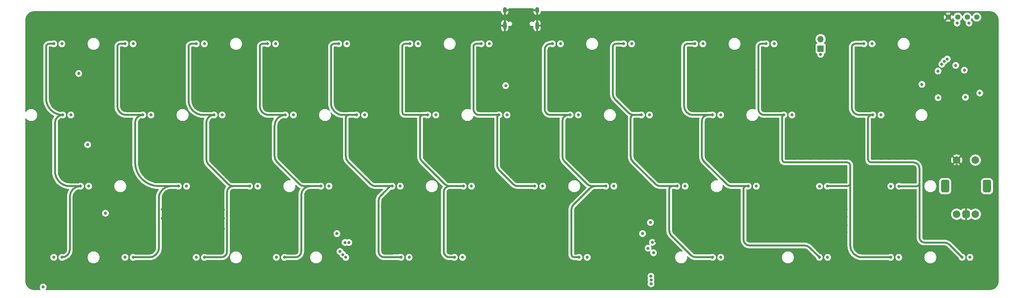
<source format=gbr>
%TF.GenerationSoftware,KiCad,Pcbnew,(7.0.0)*%
%TF.CreationDate,2024-02-20T12:58:42+01:00*%
%TF.ProjectId,oceanographer EC,6f636561-6e6f-4677-9261-706865722045,rev?*%
%TF.SameCoordinates,Original*%
%TF.FileFunction,Copper,L3,Inr*%
%TF.FilePolarity,Positive*%
%FSLAX46Y46*%
G04 Gerber Fmt 4.6, Leading zero omitted, Abs format (unit mm)*
G04 Created by KiCad (PCBNEW (7.0.0)) date 2024-02-20 12:58:42*
%MOMM*%
%LPD*%
G01*
G04 APERTURE LIST*
G04 Aperture macros list*
%AMRoundRect*
0 Rectangle with rounded corners*
0 $1 Rounding radius*
0 $2 $3 $4 $5 $6 $7 $8 $9 X,Y pos of 4 corners*
0 Add a 4 corners polygon primitive as box body*
4,1,4,$2,$3,$4,$5,$6,$7,$8,$9,$2,$3,0*
0 Add four circle primitives for the rounded corners*
1,1,$1+$1,$2,$3*
1,1,$1+$1,$4,$5*
1,1,$1+$1,$6,$7*
1,1,$1+$1,$8,$9*
0 Add four rect primitives between the rounded corners*
20,1,$1+$1,$2,$3,$4,$5,0*
20,1,$1+$1,$4,$5,$6,$7,0*
20,1,$1+$1,$6,$7,$8,$9,0*
20,1,$1+$1,$8,$9,$2,$3,0*%
G04 Aperture macros list end*
%TA.AperFunction,ComponentPad*%
%ADD10C,2.000000*%
%TD*%
%TA.AperFunction,ComponentPad*%
%ADD11RoundRect,0.500000X0.500000X-0.500000X0.500000X0.500000X-0.500000X0.500000X-0.500000X-0.500000X0*%
%TD*%
%TA.AperFunction,ComponentPad*%
%ADD12RoundRect,0.550000X0.550000X-1.150000X0.550000X1.150000X-0.550000X1.150000X-0.550000X-1.150000X0*%
%TD*%
%TA.AperFunction,ComponentPad*%
%ADD13C,1.397000*%
%TD*%
%TA.AperFunction,ComponentPad*%
%ADD14R,1.700000X1.700000*%
%TD*%
%TA.AperFunction,ComponentPad*%
%ADD15O,1.700000X1.700000*%
%TD*%
%TA.AperFunction,ComponentPad*%
%ADD16O,1.000000X1.600000*%
%TD*%
%TA.AperFunction,ComponentPad*%
%ADD17O,1.000000X2.100000*%
%TD*%
%TA.AperFunction,ViaPad*%
%ADD18C,0.800000*%
%TD*%
%TA.AperFunction,Conductor*%
%ADD19C,0.500000*%
%TD*%
G04 APERTURE END LIST*
D10*
%TO.N,EncA*%
%TO.C,SW2*%
X267375000Y-97193750D03*
%TO.N,EncB*%
X272375000Y-97193750D03*
D11*
%TO.N,GND*%
X269875000Y-97193750D03*
D12*
%TO.N,N/C*%
X264275000Y-89693750D03*
X275475000Y-89693750D03*
D10*
%TO.N,KNOB_SW*%
X272375000Y-82693750D03*
%TO.N,GND*%
X267375000Y-82693750D03*
%TD*%
D13*
%TO.N,SDA*%
%TO.C,OL1*%
X272742500Y-44450000D03*
%TO.N,SCL*%
X270202500Y-44450000D03*
%TO.N,VBAT*%
X267662500Y-44450000D03*
%TO.N,GND*%
X265122500Y-44450000D03*
%TD*%
D14*
%TO.N,VBAT*%
%TO.C,SW1*%
X230981249Y-52868749D03*
D15*
%TO.N,BOOT0*%
X230981249Y-50328749D03*
%TD*%
D16*
%TO.N,GND*%
%TO.C,USB1*%
X146492499Y-42564999D03*
D17*
X146492499Y-46744999D03*
D16*
X155132499Y-42564999D03*
D17*
X155132499Y-46744999D03*
%TD*%
D18*
%TO.N,GND*%
X148431250Y-60724500D03*
X149991379Y-62795203D03*
X267375000Y-84137500D03*
X268995473Y-75803192D03*
X272616759Y-66084921D03*
%TO.N,VBAT*%
X273554192Y-64764304D03*
%TO.N,GND*%
X261961104Y-68870785D03*
X263021704Y-68891313D03*
X272242564Y-56634514D03*
X148809682Y-50505781D03*
X77049890Y-82300000D03*
X123711240Y-100338422D03*
X112352563Y-79435133D03*
X116729831Y-98295126D03*
X163183721Y-77643155D03*
X213518750Y-79435133D03*
X228256493Y-79435133D03*
X150345330Y-100338422D03*
X27682372Y-82300000D03*
X136615208Y-98295126D03*
X99218750Y-108826788D03*
X228277664Y-82300000D03*
X222134633Y-82300000D03*
X202039296Y-60385133D03*
X173868387Y-60409453D03*
X49072189Y-79435133D03*
X148214869Y-100338422D03*
X95844935Y-98295126D03*
X73790535Y-98295126D03*
X169797033Y-79435133D03*
X176625489Y-62681880D03*
X152587081Y-96062450D03*
X206098370Y-82300000D03*
X95591742Y-82300000D03*
X67924184Y-79435133D03*
X41567294Y-60409453D03*
X90530236Y-101375519D03*
X237834027Y-100188422D03*
X216407336Y-82300000D03*
X233627006Y-60409453D03*
X229050877Y-62681880D03*
X114506988Y-98295126D03*
X197631287Y-79435133D03*
X46286017Y-79435133D03*
X139472608Y-60409453D03*
X224266497Y-100188422D03*
X221780243Y-97827580D03*
X36271756Y-82300000D03*
X71262416Y-98295126D03*
X222250000Y-62706250D03*
X59287932Y-98295126D03*
X240308122Y-95916915D03*
X170444526Y-100338422D03*
X98723907Y-58490937D03*
X22535134Y-60409453D03*
X174474264Y-79435133D03*
X172744337Y-98295126D03*
X54909102Y-95915457D03*
X162724831Y-95862006D03*
X245037325Y-79435133D03*
X138112500Y-79435133D03*
X237834027Y-97826060D03*
X110060256Y-79435133D03*
X114489728Y-100338422D03*
X213192702Y-62681880D03*
X248072573Y-100188422D03*
X272256250Y-57662500D03*
X208864415Y-60385133D03*
X227001170Y-97827580D03*
X145992027Y-100338422D03*
X229760159Y-100188422D03*
X155192055Y-79435133D03*
X167540574Y-82300000D03*
X200786687Y-82300000D03*
X186025587Y-79435133D03*
X245096320Y-82300000D03*
X74569558Y-79435133D03*
X39687500Y-70643750D03*
X147952911Y-56918545D03*
X105037316Y-98295126D03*
X195731714Y-58490937D03*
X235264874Y-82300000D03*
X166098963Y-98295126D03*
X37388733Y-101442631D03*
X119022138Y-98295126D03*
X64034628Y-98295126D03*
X121700057Y-82300000D03*
X155261783Y-82300000D03*
X152192201Y-60409453D03*
X98540424Y-102278326D03*
X159543750Y-98295126D03*
X210862596Y-79435133D03*
X136609169Y-100338422D03*
X179124943Y-77602867D03*
X161863676Y-102396389D03*
X223629110Y-103804637D03*
X183802744Y-79435133D03*
X114806952Y-79435133D03*
X146050000Y-82300000D03*
X31856122Y-79433788D03*
X58280512Y-82300000D03*
X247121743Y-79435133D03*
X192957132Y-58490937D03*
X212150515Y-100188422D03*
X134392365Y-98295126D03*
X143584746Y-98295126D03*
X93109937Y-79435133D03*
X82255863Y-58490937D03*
X177421568Y-98295126D03*
X162806905Y-62681880D03*
X70054408Y-79435133D03*
X224535727Y-62681880D03*
X138901476Y-100338422D03*
X197502529Y-100188422D03*
X104693961Y-107237289D03*
X181691261Y-82300000D03*
X169832881Y-82300000D03*
X258626546Y-101707353D03*
X239842373Y-79435133D03*
X223952866Y-82300000D03*
X186012349Y-60397151D03*
X134386326Y-100338422D03*
X221811883Y-100188422D03*
X111156545Y-95963572D03*
X230710882Y-79435133D03*
X27642283Y-79435133D03*
X204079019Y-97831250D03*
X95564326Y-79435133D03*
X179255423Y-62681880D03*
X72277251Y-79435133D03*
X173898454Y-58490937D03*
X216535343Y-100188422D03*
X57065089Y-98295126D03*
X98067778Y-98295126D03*
X105709060Y-77723332D03*
X192606104Y-100188422D03*
X81686052Y-82300000D03*
X249295307Y-79435133D03*
X105709060Y-82300000D03*
X43830461Y-98295126D03*
X177006250Y-108743750D03*
X265906250Y-62425000D03*
X270762500Y-70268750D03*
X158362474Y-60409453D03*
X54934865Y-98295126D03*
X173850907Y-62681880D03*
X112712500Y-51593750D03*
X120380315Y-60409453D03*
X242772098Y-60422405D03*
X250809663Y-97826060D03*
X237834027Y-95916915D03*
X83736611Y-82300000D03*
X168229187Y-98295126D03*
X63313903Y-60409453D03*
X111148995Y-100338422D03*
X225965910Y-82300000D03*
X107843979Y-82300000D03*
X188303385Y-62681880D03*
X70080351Y-82300000D03*
X49052144Y-77643155D03*
X181410073Y-60397151D03*
X142875000Y-82300000D03*
X167421033Y-60397151D03*
X126112689Y-98295126D03*
X274637500Y-73537500D03*
X121488398Y-100338422D03*
X226981632Y-60409453D03*
X25309716Y-60409453D03*
X171936183Y-60397151D03*
X158385083Y-62681880D03*
X85914957Y-98295126D03*
X135731250Y-79435133D03*
X108939380Y-105061699D03*
X143668750Y-108743750D03*
X152801924Y-50482469D03*
X235301487Y-97826060D03*
X62916674Y-82300000D03*
X117475000Y-70643750D03*
X199563869Y-97831250D03*
X83716567Y-79435133D03*
X100200488Y-79435133D03*
X256322806Y-97826060D03*
X136728093Y-58490937D03*
X237869983Y-58490937D03*
X157956250Y-79435133D03*
X98022391Y-82300000D03*
X201786712Y-97831250D03*
X179110426Y-79435133D03*
X189261869Y-95986181D03*
X160337500Y-79435133D03*
X119431325Y-82300000D03*
X216265166Y-79435133D03*
X33979449Y-82300000D03*
X167504726Y-79435133D03*
X219933451Y-62681880D03*
X128587500Y-79435133D03*
X114480303Y-102437685D03*
X253429867Y-100188422D03*
X139502675Y-58490937D03*
X233635883Y-62673816D03*
X111177086Y-98295126D03*
X55836209Y-79435133D03*
X232437770Y-97826060D03*
X188317894Y-79435133D03*
X141355865Y-100338422D03*
X128607586Y-82300000D03*
X208756250Y-97831250D03*
X199632753Y-100188422D03*
X152192201Y-58490937D03*
X179129167Y-82300000D03*
X88622203Y-82300000D03*
X83716567Y-101367493D03*
X126115338Y-100361639D03*
X31888966Y-82300000D03*
X195453579Y-82300000D03*
X219049025Y-79435133D03*
X93714711Y-98295126D03*
X189258185Y-100188422D03*
X101438355Y-60409453D03*
X197643750Y-77602867D03*
X90845046Y-82300000D03*
X233005070Y-82300000D03*
X176887584Y-79435133D03*
X242780975Y-62686768D03*
X24867701Y-79435133D03*
X210770813Y-82300000D03*
X223741343Y-79435133D03*
X231438279Y-62681880D03*
X163171097Y-82300000D03*
X74595501Y-82300000D03*
X208735952Y-96019226D03*
X100227904Y-82300000D03*
X146050000Y-89693750D03*
X125981769Y-82300000D03*
X157938638Y-82300000D03*
X157320908Y-98295126D03*
X155594066Y-62706250D03*
X136698026Y-60409453D03*
X142875000Y-79435133D03*
X130968750Y-79435133D03*
X119443114Y-79435133D03*
X65149602Y-79435133D03*
X133350000Y-79435133D03*
X267779472Y-55489048D03*
X211136532Y-60409453D03*
X146092292Y-79435133D03*
X203182470Y-82300000D03*
X64047319Y-101062834D03*
X44341876Y-60409453D03*
X167409181Y-62681880D03*
X265112500Y-46037500D03*
X174534088Y-82300000D03*
X240623375Y-62673816D03*
X160595914Y-60397151D03*
X78969871Y-101367493D03*
X79481281Y-58490937D03*
X197716317Y-62681880D03*
X105707189Y-79435133D03*
X190527499Y-60397151D03*
X100360085Y-98295126D03*
X141361904Y-98295126D03*
X177414064Y-100338422D03*
X117605733Y-60409453D03*
X197599224Y-82300000D03*
X190595692Y-62681880D03*
X90519645Y-95955546D03*
X199816453Y-60385133D03*
X155575000Y-70643750D03*
X188316546Y-82300000D03*
X51310973Y-82300000D03*
X44341876Y-58490937D03*
X72303194Y-82300000D03*
X79481281Y-60409453D03*
X183882125Y-60397151D03*
X76200000Y-98295126D03*
X186920091Y-104361624D03*
X81237726Y-98295126D03*
X74561737Y-101800444D03*
X235593289Y-62668807D03*
X192908850Y-62681880D03*
X46277562Y-77643155D03*
X142895044Y-77591048D03*
X195683432Y-62681880D03*
X55562500Y-51593750D03*
X186080542Y-62681880D03*
X160584062Y-62681880D03*
X172287270Y-82300000D03*
X242064321Y-82300000D03*
X107450636Y-98295126D03*
X148204904Y-82300000D03*
X247369631Y-60441886D03*
X240308122Y-101995009D03*
X176923432Y-82300000D03*
X263543563Y-97206211D03*
X25339783Y-58490937D03*
X260863876Y-58790882D03*
X162818757Y-60397151D03*
X131984333Y-98295126D03*
X175198726Y-98295126D03*
X222286737Y-60409453D03*
X200818750Y-77602867D03*
X211126022Y-62681880D03*
X227110734Y-100188422D03*
X194832396Y-100188422D03*
X93662500Y-51593750D03*
X114795163Y-82300000D03*
X219050545Y-82300000D03*
X200818750Y-79435133D03*
X119034009Y-100338422D03*
X261031450Y-103208307D03*
X155587892Y-60409453D03*
X28758921Y-96043750D03*
X245064405Y-60422405D03*
X58290598Y-79435133D03*
X229111856Y-60409453D03*
X117545600Y-58490937D03*
X249661938Y-60441886D03*
X217710608Y-62681880D03*
X219143805Y-97827580D03*
X209056586Y-62681880D03*
X46053304Y-98295126D03*
X125753594Y-103540415D03*
X193675000Y-70643750D03*
X38717239Y-79435133D03*
X219144941Y-100188422D03*
X50800000Y-98295126D03*
X197433645Y-97831250D03*
X111139570Y-102437685D03*
X172251422Y-79435133D03*
X86318223Y-77679494D03*
X251577023Y-82300000D03*
X201855596Y-100188422D03*
X65151197Y-77669471D03*
X224247845Y-97801605D03*
X81262178Y-101367493D03*
X162729423Y-100338422D03*
X214265380Y-97831250D03*
X49052144Y-82300000D03*
X253473180Y-82300000D03*
X52645727Y-98295126D03*
X68683481Y-101062834D03*
X171924331Y-62681880D03*
X138907515Y-98295126D03*
X41700237Y-98295126D03*
X88328277Y-98295126D03*
X125947668Y-79435133D03*
X138184344Y-82300000D03*
X206533408Y-97831250D03*
X249291244Y-82300000D03*
X107950000Y-89693750D03*
X93137353Y-82300000D03*
X86464563Y-79435133D03*
X68670790Y-98295126D03*
X121476527Y-98295126D03*
X121665956Y-79435133D03*
X195408445Y-79435133D03*
X206115900Y-79435133D03*
X159547783Y-100338422D03*
X242076203Y-77569754D03*
X276296772Y-97202639D03*
X56356250Y-102393750D03*
X206764279Y-62681880D03*
X166104909Y-95862006D03*
X250721998Y-100188422D03*
X150355470Y-95968909D03*
X148220908Y-98295126D03*
X225964186Y-79435133D03*
X248160238Y-97826060D03*
X165281883Y-79435133D03*
X183950318Y-62681880D03*
X239901369Y-82300000D03*
X155617959Y-58490937D03*
X189706250Y-113506250D03*
X204147903Y-100188422D03*
X33970543Y-79435133D03*
X172736833Y-100338422D03*
X231334699Y-60409453D03*
X24907790Y-82300000D03*
X213550112Y-82300000D03*
X101498489Y-58490937D03*
X62926760Y-79435133D03*
X77023947Y-79435133D03*
X29596659Y-82300000D03*
X148222516Y-79435133D03*
X204511348Y-60385133D03*
X128579432Y-100338422D03*
X208858171Y-100188422D03*
X240644565Y-58490937D03*
X60500329Y-82300000D03*
X235347044Y-79435133D03*
X190772283Y-79435133D03*
X117264162Y-82300000D03*
X215489599Y-60409453D03*
X114536623Y-95963572D03*
X133370086Y-82300000D03*
X229749383Y-97826060D03*
X170452030Y-98295126D03*
X152574212Y-98295126D03*
X52619964Y-95915457D03*
X212725000Y-108743750D03*
X110066822Y-82300000D03*
X61580239Y-98295126D03*
X199939160Y-62681880D03*
X157324941Y-100338422D03*
X217781906Y-60409453D03*
X214312500Y-100188422D03*
X188235192Y-60397151D03*
X63253770Y-58490937D03*
X55826123Y-82300000D03*
X169632024Y-62681880D03*
X82255863Y-60409453D03*
X247161314Y-82300000D03*
X256235141Y-100188422D03*
X46277562Y-82300000D03*
X150351369Y-98295126D03*
X232933724Y-79435133D03*
X258652521Y-100188422D03*
X38726145Y-82300000D03*
X79246789Y-79435133D03*
X256209166Y-101702172D03*
X213266756Y-60409453D03*
X150427747Y-82300000D03*
X31520140Y-97831250D03*
X102425201Y-82300000D03*
X24859503Y-77563260D03*
X85939409Y-101367493D03*
X232468028Y-100188422D03*
X71261092Y-101052119D03*
X48345611Y-98295126D03*
X249670815Y-62706249D03*
X195701647Y-60409453D03*
X251395200Y-79382599D03*
X215593470Y-62681880D03*
X88594787Y-79435133D03*
X165278957Y-62681880D03*
X90551119Y-98295126D03*
X169643876Y-60397151D03*
X140493750Y-79435133D03*
X240308122Y-100188422D03*
X107837413Y-79435133D03*
X253517532Y-97826060D03*
X130988836Y-82300000D03*
X43353401Y-79435133D03*
X160269340Y-82300000D03*
X22565201Y-58490937D03*
X193096370Y-82300000D03*
X165317731Y-82300000D03*
X66270161Y-101062834D03*
X220156513Y-60409453D03*
X145998066Y-98295126D03*
X53533816Y-82300000D03*
X193019315Y-60385133D03*
X176642969Y-60409453D03*
X269081250Y-71156250D03*
X59300623Y-101062834D03*
X60513440Y-79435133D03*
X61592930Y-101062834D03*
X131986980Y-100338422D03*
X53543902Y-79435133D03*
X83692115Y-98295126D03*
X83736611Y-77691270D03*
X40948987Y-82300000D03*
X117029794Y-79435133D03*
X69850000Y-89693750D03*
X29563815Y-79433788D03*
X163151659Y-79435133D03*
X213262153Y-58583541D03*
X181478266Y-62681880D03*
X237537665Y-82300000D03*
X242063215Y-79435133D03*
X189253211Y-97830389D03*
X152489007Y-102930903D03*
X36262850Y-79435133D03*
X219063542Y-77637974D03*
X93726750Y-95955546D03*
X78945419Y-98295126D03*
X90817630Y-79435133D03*
X112364880Y-82300000D03*
X41567294Y-58490937D03*
X242773722Y-100188422D03*
X128590147Y-98295126D03*
X86318223Y-82300000D03*
X165290809Y-60397151D03*
X131970970Y-95936846D03*
X224509580Y-60409453D03*
X245228336Y-100188422D03*
X235584412Y-60404444D03*
X65191285Y-82300000D03*
X157956250Y-108743750D03*
X183801396Y-82300000D03*
X206641572Y-60385133D03*
X123699369Y-98295126D03*
X186024239Y-82300000D03*
X194828947Y-97831250D03*
X154870552Y-100338422D03*
X237885596Y-62668807D03*
X258740186Y-97826060D03*
X235273302Y-100188422D03*
X202411212Y-62681880D03*
X154866519Y-98295126D03*
X110331250Y-108743750D03*
X60539321Y-60409453D03*
X247378508Y-62706249D03*
X81660109Y-79435133D03*
X175191222Y-100338422D03*
X206602292Y-100188422D03*
X60479188Y-58490937D03*
X120320182Y-58490937D03*
X192606104Y-97831250D03*
X245531474Y-101940438D03*
X135937528Y-82300000D03*
X150445359Y-79435133D03*
X121672222Y-77370559D03*
X240614498Y-60409453D03*
X215479149Y-58651957D03*
X51321059Y-79435133D03*
X237876719Y-60404444D03*
X67925779Y-77651181D03*
X204541436Y-62681880D03*
X40940081Y-79435133D03*
X116741702Y-100338422D03*
X269875000Y-95250000D03*
X245073282Y-62686768D03*
X76983651Y-102533882D03*
X71240489Y-96011687D03*
X152737666Y-79435133D03*
X176673036Y-58490937D03*
X240308122Y-97826060D03*
X28745558Y-97849540D03*
X102425201Y-77723332D03*
X179187230Y-60397151D03*
X216507367Y-97801605D03*
X208408207Y-79435133D03*
X73818750Y-96011687D03*
X162724086Y-98295126D03*
X222003239Y-79435133D03*
X192995125Y-79435133D03*
X242861387Y-97826060D03*
X188912500Y-51593750D03*
X245539042Y-96054045D03*
X128590892Y-95936846D03*
X212135156Y-97831250D03*
X242832510Y-103732969D03*
X98663773Y-60409453D03*
X190778123Y-82300000D03*
X31533503Y-96025460D03*
X160369562Y-77643155D03*
X181672520Y-79435133D03*
X143578707Y-100338422D03*
X152720054Y-82300000D03*
X181670469Y-77628842D03*
X102423330Y-79435133D03*
X245316001Y-97826060D03*
X190586707Y-107282897D03*
X79375000Y-70643750D03*
X97787168Y-79435133D03*
X158392541Y-58490937D03*
X102814474Y-98295126D03*
X197686229Y-60385133D03*
X180278997Y-102296003D03*
X234156250Y-51593750D03*
X43362307Y-82300000D03*
X140513836Y-82300000D03*
X226758570Y-62681880D03*
X237834027Y-101995009D03*
X208390677Y-82300000D03*
X203200000Y-79435133D03*
X52689663Y-100596932D03*
X237569886Y-79435133D03*
X230758253Y-82300000D03*
X66257470Y-98295126D03*
X152192201Y-62706250D03*
X67965867Y-82300000D03*
X88352729Y-101367493D03*
%TO.N,VBAT*%
X269432273Y-58640356D03*
X146747686Y-62795006D03*
X258069839Y-62448165D03*
X183356250Y-102393750D03*
X262400101Y-66027718D03*
X270668750Y-46037500D03*
X230981250Y-54415051D03*
X267493750Y-46037500D03*
X101600000Y-102393750D03*
X269717848Y-65899500D03*
X262379059Y-58883908D03*
%TO.N,ROW3*%
X44918741Y-108730670D03*
X168547654Y-108741876D03*
X25868741Y-108730670D03*
X120922654Y-108741876D03*
X135210154Y-108741876D03*
X251891404Y-108741876D03*
X232841404Y-108741876D03*
X23018750Y-116681250D03*
X270941404Y-108741876D03*
X63968741Y-108730670D03*
X204266404Y-108741876D03*
X85399991Y-108730670D03*
%TO.N,ROW0*%
X123303904Y-51591876D03*
X85203904Y-51591876D03*
X47103904Y-51591876D03*
X180453904Y-51591876D03*
X199503904Y-51591876D03*
X142353904Y-51591876D03*
X66153904Y-51591876D03*
X218553904Y-51591876D03*
X28053904Y-51591876D03*
X32543750Y-59531250D03*
X161403904Y-51591876D03*
X104253904Y-51591876D03*
X244747654Y-51591876D03*
%TO.N,COL10*%
X216368741Y-51580670D03*
X221131241Y-70630670D03*
X232794418Y-89684213D03*
X249706241Y-108730670D03*
%TO.N,COL11*%
X268825324Y-108728313D03*
X244943741Y-70630670D03*
X251943759Y-89706830D03*
X242562491Y-51580670D03*
%TO.N,BOOT0*%
X267130747Y-57366501D03*
%TO.N,COL0*%
X28249991Y-70630670D03*
X25868741Y-51580670D03*
X28053904Y-108741876D03*
X33012491Y-89680670D03*
%TO.N,COL3*%
X83018741Y-51580670D03*
X87781241Y-70630670D03*
X87585154Y-108741876D03*
X97306241Y-89680670D03*
%TO.N,COL2*%
X68731241Y-70630670D03*
X78256241Y-89680670D03*
X63968741Y-51580670D03*
X66153904Y-108741876D03*
%TO.N,COL1*%
X44918741Y-51580670D03*
X59206241Y-89680670D03*
X47103904Y-108741876D03*
X49681241Y-70630670D03*
%TO.N,COL4*%
X118737491Y-108730670D03*
X106831241Y-70630670D03*
X116356241Y-89680670D03*
X102068741Y-51580670D03*
%TO.N,COL5*%
X135406241Y-89680670D03*
X125881241Y-70630670D03*
X133024991Y-108730670D03*
X121118741Y-51580670D03*
%TO.N,COL8*%
X192556241Y-89680670D03*
X183031241Y-70630670D03*
X202081241Y-108730670D03*
X178268741Y-51580670D03*
%TO.N,COL7*%
X163981241Y-70630670D03*
X173506241Y-89680670D03*
X166362491Y-108730670D03*
X159218741Y-51580670D03*
%TO.N,COL6*%
X140168741Y-51580670D03*
X154456241Y-89680670D03*
X144931241Y-70630670D03*
%TO.N,COL9*%
X186295180Y-107515485D03*
X184817656Y-106293250D03*
X197318741Y-51580670D03*
X230656241Y-108730670D03*
X211606241Y-89680670D03*
X202081241Y-70630670D03*
%TO.N,APLEX_EN_PIN_0*%
X103775497Y-104775000D03*
X185471006Y-99411750D03*
%TO.N,AMUX_SEL_2*%
X185589493Y-113795130D03*
X103981250Y-108743750D03*
X264834611Y-55674500D03*
%TO.N,AMUX_SEL_1*%
X185613623Y-114810038D03*
X264026059Y-56262078D03*
X103187500Y-107985560D03*
%TO.N,AMUX_SEL_0*%
X102426596Y-107173511D03*
X185632445Y-115831750D03*
X263404497Y-57044808D03*
%TO.N,APLEX_OUT_PIN_0*%
X185990186Y-104728067D03*
X104775000Y-104775000D03*
%TO.N,ROW2*%
X156641404Y-89691876D03*
X249758596Y-89695624D03*
X230676608Y-89718931D03*
X137591404Y-89691876D03*
X80441404Y-89691876D03*
X194741404Y-89691876D03*
X175691404Y-89691876D03*
X213791404Y-89691876D03*
X99491404Y-89691876D03*
X35197654Y-89691876D03*
X61391404Y-89691876D03*
X118541404Y-89691876D03*
X39687500Y-96930267D03*
%TO.N,ROW1*%
X147116404Y-70641876D03*
X204266404Y-70641876D03*
X166166404Y-70641876D03*
X185216404Y-70641876D03*
X30435154Y-70641876D03*
X223316404Y-70641876D03*
X34925000Y-78581250D03*
X89966404Y-70641876D03*
X128066404Y-70641876D03*
X109016404Y-70641876D03*
X247128904Y-70641876D03*
X70916404Y-70641876D03*
X51866404Y-70641876D03*
%TD*%
D19*
%TO.N,COL10*%
X232794418Y-89684213D02*
X238134537Y-89684213D01*
X238918750Y-84137500D02*
X238918750Y-88900000D01*
X242093750Y-108743750D02*
X249693161Y-108743750D01*
X214312500Y-52387500D02*
X214312500Y-69056250D01*
X216368741Y-51580670D02*
X215119330Y-51580670D01*
X220662500Y-79375000D02*
X220662500Y-80962500D01*
X220662500Y-80962500D02*
X220662500Y-82550000D01*
X215900000Y-70643750D02*
X221118161Y-70643750D01*
X220662500Y-79375000D02*
X220662500Y-81756250D01*
X220662500Y-80962500D02*
X220662500Y-81756250D01*
X238918750Y-88900000D02*
X238918750Y-105568750D01*
X220662500Y-71099411D02*
X220662500Y-79375000D01*
X221456250Y-83343750D02*
X238125000Y-83343750D01*
X214312450Y-69056250D02*
G75*
G03*
X215900000Y-70643750I1587550J50D01*
G01*
X238134537Y-89684250D02*
G75*
G03*
X238918750Y-88900000I-37J784250D01*
G01*
X215119330Y-51580700D02*
G75*
G03*
X214312500Y-52387500I-30J-806800D01*
G01*
X221131241Y-70630700D02*
G75*
G03*
X220662500Y-71099411I-41J-468700D01*
G01*
X238918750Y-105568750D02*
G75*
G03*
X242093750Y-108743750I3175050J50D01*
G01*
X249693161Y-108743741D02*
G75*
G03*
X249706241Y-108730670I39J13041D01*
G01*
X221118161Y-70643741D02*
G75*
G03*
X221131241Y-70630670I39J13041D01*
G01*
X220662550Y-82550000D02*
G75*
G03*
X221456250Y-83343750I793750J0D01*
G01*
X238918750Y-84137500D02*
G75*
G03*
X238125000Y-83343750I-793750J0D01*
G01*
%TO.N,COL11*%
X258762500Y-104775000D02*
X264043584Y-104775000D01*
X265457798Y-105360787D02*
X268825324Y-108728313D01*
X241300000Y-70643750D02*
X244475000Y-70643750D01*
X239315625Y-52530343D02*
X239315625Y-68659375D01*
X244475000Y-83343750D02*
X255850000Y-83343750D01*
X257437500Y-88900000D02*
X257437500Y-103450000D01*
X244930661Y-70643750D02*
X244475000Y-70643750D01*
X243681250Y-71437500D02*
X243681250Y-82550000D01*
X244943741Y-70630670D02*
X244930661Y-70643750D01*
X242562491Y-51580670D02*
X240265298Y-51580670D01*
X257437500Y-84931250D02*
X257437500Y-88900000D01*
X251943759Y-89706830D02*
X256630670Y-89706830D01*
X240265298Y-51580625D02*
G75*
G03*
X239315625Y-52530343I2J-949675D01*
G01*
X265457806Y-105360779D02*
G75*
G03*
X264043584Y-104775000I-1414206J-1414221D01*
G01*
X244475000Y-70643750D02*
G75*
G03*
X243681250Y-71437500I0J-793750D01*
G01*
X257437500Y-103450000D02*
G75*
G03*
X258762500Y-104775000I1325000J0D01*
G01*
X239315650Y-68659375D02*
G75*
G03*
X241300000Y-70643750I1984350J-25D01*
G01*
X256630670Y-89706800D02*
G75*
G03*
X257437500Y-88900000I30J806800D01*
G01*
X257437550Y-84931250D02*
G75*
G03*
X255850000Y-83343750I-1587550J-50D01*
G01*
X243681250Y-82550000D02*
G75*
G03*
X244475000Y-83343750I793750J0D01*
G01*
%TO.N,COL0*%
X26193750Y-72686911D02*
X26193750Y-85725000D01*
X25868741Y-51580670D02*
X24619330Y-51580670D01*
X23812500Y-52387500D02*
X23812500Y-66193179D01*
X30162500Y-92530661D02*
X30162500Y-106633280D01*
X30162500Y-89693750D02*
X32999411Y-89693750D01*
X32999411Y-89693791D02*
G75*
G03*
X33012491Y-89680670I-11J13091D01*
G01*
X28249991Y-70630650D02*
G75*
G03*
X26193750Y-72686911I9J-2056250D01*
G01*
X33012491Y-89680700D02*
G75*
G03*
X30162500Y-92530661I9J-2850000D01*
G01*
X28053904Y-108741870D02*
G75*
G03*
X30162500Y-106633280I6J2108590D01*
G01*
X26193750Y-85725000D02*
G75*
G03*
X30162500Y-89693750I3968750J0D01*
G01*
X23812500Y-66193179D02*
G75*
G03*
X28249991Y-70630670I4437490J-1D01*
G01*
X24619330Y-51580700D02*
G75*
G03*
X23812500Y-52387500I-30J-806800D01*
G01*
%TO.N,COL3*%
X83343750Y-70643750D02*
X87768161Y-70643750D01*
X97306241Y-89680670D02*
X94469330Y-89680670D01*
X80962500Y-52387500D02*
X80962500Y-68262500D01*
X85517037Y-83135787D02*
X91476134Y-89094884D01*
X83018741Y-51580670D02*
X81769330Y-51580670D01*
X92890347Y-89680670D02*
X97306241Y-89680670D01*
X90452823Y-108743750D02*
X87587028Y-108743750D01*
X87587028Y-108743750D02*
X87585154Y-108741876D01*
X84931250Y-73480661D02*
X84931250Y-81721573D01*
X92075000Y-92075000D02*
X92075000Y-107121573D01*
X80962550Y-68262500D02*
G75*
G03*
X83343750Y-70643750I2381250J0D01*
G01*
X87781241Y-70630750D02*
G75*
G03*
X84931250Y-73480661I-41J-2849950D01*
G01*
X81769330Y-51580700D02*
G75*
G03*
X80962500Y-52387500I-30J-806800D01*
G01*
X87768161Y-70643741D02*
G75*
G03*
X87781241Y-70630670I39J13041D01*
G01*
X94469330Y-89680700D02*
G75*
G03*
X92075000Y-92075000I-30J-2394300D01*
G01*
X90452823Y-108743800D02*
G75*
G03*
X92075000Y-107121573I-23J1622200D01*
G01*
X84931255Y-81721573D02*
G75*
G03*
X85517037Y-83135787I1999945J-27D01*
G01*
X91476117Y-89094901D02*
G75*
G03*
X92890347Y-89680670I1414183J1414201D01*
G01*
%TO.N,COL2*%
X66155778Y-108743750D02*
X66153904Y-108741876D01*
X78256241Y-89680670D02*
X73831830Y-89680670D01*
X65881250Y-70643750D02*
X68718161Y-70643750D01*
X61912500Y-55562500D02*
X61912500Y-66675000D01*
X73840347Y-89680670D02*
X78256241Y-89680670D01*
X67260787Y-83929537D02*
X72426134Y-89094884D01*
X72231250Y-91281250D02*
X72231250Y-107156250D01*
X70643750Y-108743750D02*
X66155778Y-108743750D01*
X66675000Y-72686911D02*
X66675000Y-82515323D01*
X63968741Y-51580670D02*
X62719330Y-51580670D01*
X61912500Y-52387500D02*
X61912500Y-55562500D01*
X68731241Y-70630700D02*
G75*
G03*
X66675000Y-72686911I-41J-2056200D01*
G01*
X61912550Y-66675000D02*
G75*
G03*
X65881250Y-70643750I3968750J0D01*
G01*
X68718161Y-70643741D02*
G75*
G03*
X68731241Y-70630670I39J13041D01*
G01*
X73831830Y-89680650D02*
G75*
G03*
X72231250Y-91281250I-30J-1600550D01*
G01*
X70643750Y-108743750D02*
G75*
G03*
X72231250Y-107156250I-50J1587550D01*
G01*
X72426117Y-89094901D02*
G75*
G03*
X73840347Y-89680670I1414183J1414201D01*
G01*
X62719330Y-51580700D02*
G75*
G03*
X61912500Y-52387500I-30J-806800D01*
G01*
X66674984Y-82515323D02*
G75*
G03*
X67260787Y-83929537I2000016J23D01*
G01*
%TO.N,COL1*%
X53975000Y-92868750D02*
X53975000Y-106327823D01*
X44918741Y-51580670D02*
X43669330Y-51580670D01*
X47625000Y-72686911D02*
X47625000Y-83309073D01*
X53389213Y-107742037D02*
X52973286Y-108157964D01*
X47105778Y-108743750D02*
X47103904Y-108741876D01*
X59206241Y-89680670D02*
X57163080Y-89680670D01*
X42862500Y-52387500D02*
X42862500Y-68262500D01*
X58737500Y-89680670D02*
X59206241Y-89680670D01*
X45243750Y-70643750D02*
X49668161Y-70643750D01*
X51559073Y-108743750D02*
X47105778Y-108743750D01*
X53996597Y-89680670D02*
X58737500Y-89680670D01*
X49681241Y-70630700D02*
G75*
G03*
X47625000Y-72686911I-41J-2056200D01*
G01*
X43669330Y-51580700D02*
G75*
G03*
X42862500Y-52387500I-30J-806800D01*
G01*
X42862550Y-68262500D02*
G75*
G03*
X45243750Y-70643750I2381250J0D01*
G01*
X47625000Y-83309073D02*
G75*
G03*
X53996597Y-89680670I6371600J3D01*
G01*
X49668161Y-70643741D02*
G75*
G03*
X49681241Y-70630670I39J13041D01*
G01*
X51559073Y-108743745D02*
G75*
G03*
X52973286Y-108157964I27J1999945D01*
G01*
X53389202Y-107742026D02*
G75*
G03*
X53975000Y-106327823I-1414202J1414226D01*
G01*
X57163080Y-89680600D02*
G75*
G03*
X53975000Y-92868750I20J-3188100D01*
G01*
%TO.N,COL4*%
X116356241Y-89680670D02*
X115900580Y-89680670D01*
X103981250Y-71437500D02*
X103981250Y-81721573D01*
X106831241Y-70630670D02*
X104788080Y-70630670D01*
X116681250Y-108730670D02*
X118737491Y-108730670D01*
X103187500Y-70643750D02*
X106818161Y-70643750D01*
X114334677Y-108743750D02*
X116668170Y-108743750D01*
X116668170Y-108743750D02*
X116681250Y-108730670D01*
X100012500Y-52387500D02*
X100012500Y-67468750D01*
X115900580Y-89680670D02*
X113298286Y-92282964D01*
X111940347Y-89680670D02*
X116356241Y-89680670D01*
X112712500Y-93697177D02*
X112712500Y-107121573D01*
X102068741Y-51580670D02*
X100819330Y-51580670D01*
X104567037Y-83135787D02*
X110526134Y-89094884D01*
X100012500Y-67468750D02*
G75*
G03*
X103187500Y-70643750I3175000J0D01*
G01*
X103981255Y-81721573D02*
G75*
G03*
X104567037Y-83135787I1999945J-27D01*
G01*
X104788080Y-70630650D02*
G75*
G03*
X103981250Y-71437500I20J-806850D01*
G01*
X100819330Y-51580700D02*
G75*
G03*
X100012500Y-52387500I-30J-806800D01*
G01*
X112712550Y-107121573D02*
G75*
G03*
X114334677Y-108743750I1622150J-27D01*
G01*
X113298297Y-92282975D02*
G75*
G03*
X112712500Y-93697177I1414203J-1414225D01*
G01*
X110526117Y-89094901D02*
G75*
G03*
X111940347Y-89680670I1414183J1414201D01*
G01*
X106818161Y-70643741D02*
G75*
G03*
X106831241Y-70630670I39J13041D01*
G01*
%TO.N,COL5*%
X125881241Y-70630670D02*
X124631830Y-70630670D01*
X133011911Y-108743750D02*
X133024991Y-108730670D01*
X119062500Y-52387500D02*
X119062500Y-69850000D01*
X131784097Y-89680670D02*
X135406241Y-89680670D01*
X124410787Y-83135787D02*
X130369884Y-89094884D01*
X135406241Y-89680670D02*
X131775580Y-89680670D01*
X130175000Y-91281250D02*
X130175000Y-107156250D01*
X121118741Y-51580670D02*
X119869330Y-51580670D01*
X119856250Y-70643750D02*
X125868161Y-70643750D01*
X131762500Y-108743750D02*
X133011911Y-108743750D01*
X123825000Y-71437500D02*
X123825000Y-81721573D01*
X130174950Y-107156250D02*
G75*
G03*
X131762500Y-108743750I1587550J50D01*
G01*
X119062550Y-69850000D02*
G75*
G03*
X119856250Y-70643750I793750J0D01*
G01*
X119869330Y-51580700D02*
G75*
G03*
X119062500Y-52387500I-30J-806800D01*
G01*
X131775580Y-89680600D02*
G75*
G03*
X130175000Y-91281250I20J-1600600D01*
G01*
X125868161Y-70643741D02*
G75*
G03*
X125881241Y-70630670I39J13041D01*
G01*
X124631830Y-70630700D02*
G75*
G03*
X123825000Y-71437500I-30J-806800D01*
G01*
X123825020Y-81721573D02*
G75*
G03*
X124410788Y-83135786I1999980J-27D01*
G01*
X130369892Y-89094876D02*
G75*
G03*
X131784097Y-89680670I1414208J1414176D01*
G01*
%TO.N,COL8*%
X180996597Y-70630670D02*
X183031241Y-70630670D01*
X180181250Y-71437500D02*
X180181250Y-81721573D01*
X178268741Y-51580670D02*
X176225580Y-51580670D01*
X176004537Y-66467037D02*
X179582384Y-70044884D01*
X188140347Y-89680670D02*
X192556241Y-89680670D01*
X192556241Y-89680670D02*
X191306830Y-89680670D01*
X197665347Y-108730670D02*
X202081241Y-108730670D01*
X180767037Y-83135787D02*
X186726134Y-89094884D01*
X183031241Y-70630670D02*
X180988080Y-70630670D01*
X190500000Y-90487500D02*
X190500000Y-101565323D01*
X175418750Y-52387500D02*
X175418750Y-65052823D01*
X191085787Y-102979537D02*
X196251134Y-108144884D01*
X191306830Y-89680700D02*
G75*
G03*
X190500000Y-90487500I-30J-806800D01*
G01*
X196251117Y-108144901D02*
G75*
G03*
X197665347Y-108730670I1414183J1414201D01*
G01*
X175418720Y-65052823D02*
G75*
G03*
X176004538Y-66467036I1999980J23D01*
G01*
X180988080Y-70630650D02*
G75*
G03*
X180181250Y-71437500I20J-806850D01*
G01*
X190499984Y-101565323D02*
G75*
G03*
X191085787Y-102979537I2000016J23D01*
G01*
X180181255Y-81721573D02*
G75*
G03*
X180767037Y-83135787I1999945J-27D01*
G01*
X179582392Y-70044876D02*
G75*
G03*
X180996597Y-70630670I1414208J1414176D01*
G01*
X176225580Y-51580650D02*
G75*
G03*
X175418750Y-52387500I20J-806850D01*
G01*
X186726117Y-89094901D02*
G75*
G03*
X188140347Y-89680670I1414183J1414201D01*
G01*
%TO.N,COL7*%
X166349411Y-108743750D02*
X166362491Y-108730670D01*
X162510787Y-83135787D02*
X168469884Y-89094884D01*
X169289793Y-90266457D02*
X164892036Y-94664214D01*
X159218741Y-51580670D02*
X158763080Y-51580670D01*
X163981241Y-70630670D02*
X163525580Y-70630670D01*
X158750000Y-70643750D02*
X163968161Y-70643750D01*
X164306250Y-96078427D02*
X164306250Y-107950000D01*
X169884097Y-89680670D02*
X173506241Y-89680670D01*
X173506241Y-89680670D02*
X170704007Y-89680670D01*
X165100000Y-108743750D02*
X166349411Y-108743750D01*
X161925000Y-72231250D02*
X161925000Y-81721573D01*
X157162500Y-53181250D02*
X157162500Y-69056250D01*
X168469892Y-89094876D02*
G75*
G03*
X169884097Y-89680670I1414208J1414176D01*
G01*
X161925020Y-81721573D02*
G75*
G03*
X162510788Y-83135786I1999980J-27D01*
G01*
X158763080Y-51580600D02*
G75*
G03*
X157162500Y-53181250I20J-1600600D01*
G01*
X164892033Y-94664211D02*
G75*
G03*
X164306250Y-96078427I1414167J-1414189D01*
G01*
X157162450Y-69056250D02*
G75*
G03*
X158750000Y-70643750I1587550J50D01*
G01*
X164306250Y-107950000D02*
G75*
G03*
X165100000Y-108743750I793750J0D01*
G01*
X163525580Y-70630600D02*
G75*
G03*
X161925000Y-72231250I20J-1600600D01*
G01*
X170704007Y-89680684D02*
G75*
G03*
X169289793Y-90266457I-7J-2000016D01*
G01*
X163968161Y-70643741D02*
G75*
G03*
X163981241Y-70630670I39J13041D01*
G01*
%TO.N,COL6*%
X140168741Y-51580670D02*
X138919330Y-51580670D01*
X139700000Y-70643750D02*
X144918161Y-70643750D01*
X145048287Y-85517037D02*
X148626134Y-89094884D01*
X144462500Y-71099411D02*
X144462500Y-84102823D01*
X138112500Y-52387500D02*
X138112500Y-69056250D01*
X150040347Y-89680670D02*
X154456241Y-89680670D01*
X144918161Y-70643741D02*
G75*
G03*
X144931241Y-70630670I39J13041D01*
G01*
X138919330Y-51580700D02*
G75*
G03*
X138112500Y-52387500I-30J-806800D01*
G01*
X144931241Y-70630700D02*
G75*
G03*
X144462500Y-71099411I-41J-468700D01*
G01*
X144462484Y-84102823D02*
G75*
G03*
X145048287Y-85517037I2000016J23D01*
G01*
X138112450Y-69056250D02*
G75*
G03*
X139700000Y-70643750I1587550J50D01*
G01*
X148626117Y-89094901D02*
G75*
G03*
X150040347Y-89680670I1414183J1414201D01*
G01*
%TO.N,COL9*%
X211965927Y-105568750D02*
X226665894Y-105568750D01*
X195262500Y-51593750D02*
X197305661Y-51593750D01*
X211137500Y-89680670D02*
X211606241Y-89680670D01*
X199817037Y-83135787D02*
X205776134Y-89094884D01*
X202068161Y-70643750D02*
X196850000Y-70643750D01*
X211606241Y-89680670D02*
X211150580Y-89680670D01*
X202081241Y-70630670D02*
X200831830Y-70630670D01*
X194469052Y-68262802D02*
X194469052Y-52387198D01*
X210343750Y-90487500D02*
X210343750Y-103946573D01*
X228080107Y-106154536D02*
X230656241Y-108730670D01*
X199231250Y-72231250D02*
X199231250Y-81721573D01*
X207190347Y-89680670D02*
X211137500Y-89680670D01*
X200831830Y-70630650D02*
G75*
G03*
X199231250Y-72231250I-30J-1600550D01*
G01*
X202068161Y-70643741D02*
G75*
G03*
X202081241Y-70630670I39J13041D01*
G01*
X205776117Y-89094901D02*
G75*
G03*
X207190347Y-89680670I1414183J1414201D01*
G01*
X197305661Y-51593741D02*
G75*
G03*
X197318741Y-51580670I39J13041D01*
G01*
X211150580Y-89680650D02*
G75*
G03*
X210343750Y-90487500I20J-806850D01*
G01*
X199231255Y-81721573D02*
G75*
G03*
X199817037Y-83135787I1999945J-27D01*
G01*
X210343750Y-103946573D02*
G75*
G03*
X211965927Y-105568750I1622150J-27D01*
G01*
X194469050Y-68262802D02*
G75*
G03*
X196850000Y-70643750I2380950J2D01*
G01*
X228080100Y-106154543D02*
G75*
G03*
X226665894Y-105568750I-1414200J-1414157D01*
G01*
X195262500Y-51593752D02*
G75*
G03*
X194469052Y-52387198I0J-793448D01*
G01*
%TD*%
%TA.AperFunction,Conductor*%
%TO.N,GND*%
G36*
X154070500Y-42085863D02*
G01*
X154115887Y-42131250D01*
X154132500Y-42193250D01*
X154132500Y-42298674D01*
X154135950Y-42311549D01*
X154148826Y-42315000D01*
X155258500Y-42315000D01*
X155320500Y-42331613D01*
X155365887Y-42377000D01*
X155382500Y-42439000D01*
X155382500Y-43824962D01*
X155384837Y-43835645D01*
X155390002Y-43835973D01*
X155390340Y-43835885D01*
X155569260Y-43769621D01*
X155580506Y-43764105D01*
X155742426Y-43663180D01*
X155752320Y-43655521D01*
X155890614Y-43524063D01*
X155898762Y-43514572D01*
X155947415Y-43444670D01*
X264474248Y-43444670D01*
X264480178Y-43454125D01*
X265110957Y-44084904D01*
X265122500Y-44091568D01*
X265134042Y-44084904D01*
X265764820Y-43454125D01*
X265770750Y-43444670D01*
X265762814Y-43436825D01*
X265663880Y-43375569D01*
X265653663Y-43370481D01*
X265457237Y-43294385D01*
X265446252Y-43291260D01*
X265239186Y-43252552D01*
X265227828Y-43251500D01*
X265017172Y-43251500D01*
X265005813Y-43252552D01*
X264798747Y-43291260D01*
X264787762Y-43294385D01*
X264591335Y-43370481D01*
X264581122Y-43375567D01*
X264482185Y-43436824D01*
X264474248Y-43444670D01*
X155947415Y-43444670D01*
X156007765Y-43357963D01*
X156013834Y-43347029D01*
X156089081Y-43171681D01*
X156092824Y-43159752D01*
X156132500Y-42966690D01*
X156133789Y-42966955D01*
X156151475Y-42917940D01*
X156196093Y-42877630D01*
X156254430Y-42863050D01*
X276225067Y-42863050D01*
X276225067Y-42863331D01*
X276228451Y-42863040D01*
X276344261Y-42865968D01*
X276350487Y-42866283D01*
X276465175Y-42875005D01*
X276471385Y-42875635D01*
X276584340Y-42889988D01*
X276590505Y-42890930D01*
X276604547Y-42893437D01*
X276701666Y-42910781D01*
X276707692Y-42912014D01*
X276816915Y-42937222D01*
X276822831Y-42938745D01*
X276929900Y-42969151D01*
X276935723Y-42970961D01*
X277040613Y-43006451D01*
X277046289Y-43008530D01*
X277148757Y-43048931D01*
X277154326Y-43051285D01*
X277254329Y-43096496D01*
X277259714Y-43099091D01*
X277357027Y-43148933D01*
X277362293Y-43151792D01*
X277376136Y-43159752D01*
X277456826Y-43206148D01*
X277461937Y-43209254D01*
X277553510Y-43267960D01*
X277558405Y-43271267D01*
X277590234Y-43293902D01*
X277646918Y-43334213D01*
X277651671Y-43337767D01*
X277736946Y-43404779D01*
X277741516Y-43408550D01*
X277823449Y-43479522D01*
X277827790Y-43483468D01*
X277860414Y-43514572D01*
X277906198Y-43558224D01*
X277910379Y-43562404D01*
X277985127Y-43640804D01*
X277989107Y-43645183D01*
X278060072Y-43727109D01*
X278063843Y-43731679D01*
X278130851Y-43816949D01*
X278134406Y-43821704D01*
X278197337Y-43910198D01*
X278200674Y-43915137D01*
X278259374Y-44006701D01*
X278262482Y-44011817D01*
X278316820Y-44106324D01*
X278319688Y-44111604D01*
X278369515Y-44208889D01*
X278372139Y-44214334D01*
X278417319Y-44314269D01*
X278419686Y-44319868D01*
X278460074Y-44422303D01*
X278462176Y-44428044D01*
X278497645Y-44532873D01*
X278499470Y-44538742D01*
X278529869Y-44645791D01*
X278531409Y-44651780D01*
X278556592Y-44760899D01*
X278557837Y-44766984D01*
X278577684Y-44878120D01*
X278578626Y-44884289D01*
X278592977Y-44997231D01*
X278593609Y-45003460D01*
X278602327Y-45118115D01*
X278602644Y-45124381D01*
X278605623Y-45242160D01*
X278605663Y-45245295D01*
X278605663Y-115092192D01*
X278605623Y-115095334D01*
X278602638Y-115213108D01*
X278602321Y-115219372D01*
X278593598Y-115334037D01*
X278592965Y-115340266D01*
X278578612Y-115453192D01*
X278577670Y-115459362D01*
X278557820Y-115570486D01*
X278556575Y-115576571D01*
X278531384Y-115685703D01*
X278529844Y-115691688D01*
X278499443Y-115798737D01*
X278497617Y-115804609D01*
X278462156Y-115909401D01*
X278460055Y-115915140D01*
X278419656Y-116017595D01*
X278417288Y-116023194D01*
X278372116Y-116123105D01*
X278369493Y-116128550D01*
X278319648Y-116225864D01*
X278316780Y-116231144D01*
X278262448Y-116325635D01*
X278259339Y-116330752D01*
X278200642Y-116422304D01*
X278197307Y-116427239D01*
X278134381Y-116515726D01*
X278130824Y-116520483D01*
X278063798Y-116605772D01*
X278060026Y-116610343D01*
X277989065Y-116692259D01*
X277985087Y-116696636D01*
X277910372Y-116775000D01*
X277906190Y-116779181D01*
X277827772Y-116853943D01*
X277823395Y-116857922D01*
X277741495Y-116928864D01*
X277736925Y-116932635D01*
X277651649Y-116999647D01*
X277646893Y-117003203D01*
X277558398Y-117066133D01*
X277553459Y-117069470D01*
X277461911Y-117128159D01*
X277456798Y-117131265D01*
X277362293Y-117185604D01*
X277357009Y-117188474D01*
X277259703Y-117238310D01*
X277254260Y-117240933D01*
X277154344Y-117286104D01*
X277148746Y-117288471D01*
X277046279Y-117328873D01*
X277040535Y-117330975D01*
X276935748Y-117366428D01*
X276929882Y-117368253D01*
X276842409Y-117393093D01*
X276822968Y-117398614D01*
X276822841Y-117398650D01*
X276816852Y-117400190D01*
X276707711Y-117425379D01*
X276701625Y-117426624D01*
X276590499Y-117446469D01*
X276584331Y-117447411D01*
X276471386Y-117461763D01*
X276465157Y-117462395D01*
X276350506Y-117471113D01*
X276344241Y-117471430D01*
X276231491Y-117474282D01*
X276226464Y-117474410D01*
X276223329Y-117474450D01*
X23794800Y-117474450D01*
X23739665Y-117461518D01*
X23696030Y-117425420D01*
X23672996Y-117373685D01*
X23675368Y-117317104D01*
X23702648Y-117267480D01*
X23751283Y-117213466D01*
X23845929Y-117049534D01*
X23904424Y-116869506D01*
X23924210Y-116681250D01*
X23907131Y-116518751D01*
X23905103Y-116499454D01*
X23905102Y-116499453D01*
X23904424Y-116492994D01*
X23845929Y-116312966D01*
X23751283Y-116149034D01*
X23730747Y-116126227D01*
X23628970Y-116013192D01*
X23628969Y-116013191D01*
X23624621Y-116008362D01*
X23619363Y-116004542D01*
X23619361Y-116004540D01*
X23476738Y-115900919D01*
X23476737Y-115900918D01*
X23471480Y-115897099D01*
X23465542Y-115894455D01*
X23304495Y-115822751D01*
X23304490Y-115822749D01*
X23298553Y-115820106D01*
X23292194Y-115818754D01*
X23292190Y-115818753D01*
X23119758Y-115782102D01*
X23119755Y-115782101D01*
X23113396Y-115780750D01*
X22924104Y-115780750D01*
X22917745Y-115782101D01*
X22917741Y-115782102D01*
X22745309Y-115818753D01*
X22745302Y-115818755D01*
X22738947Y-115820106D01*
X22733012Y-115822748D01*
X22733004Y-115822751D01*
X22571957Y-115894455D01*
X22571952Y-115894457D01*
X22566020Y-115897099D01*
X22560766Y-115900915D01*
X22560761Y-115900919D01*
X22418138Y-116004540D01*
X22418131Y-116004545D01*
X22412879Y-116008362D01*
X22408534Y-116013187D01*
X22408529Y-116013192D01*
X22290563Y-116144206D01*
X22290558Y-116144212D01*
X22286217Y-116149034D01*
X22282972Y-116154654D01*
X22282968Y-116154660D01*
X22194819Y-116307339D01*
X22194816Y-116307344D01*
X22191571Y-116312966D01*
X22189565Y-116319138D01*
X22189563Y-116319144D01*
X22135083Y-116486814D01*
X22135081Y-116486823D01*
X22133076Y-116492994D01*
X22132398Y-116499444D01*
X22132396Y-116499454D01*
X22120742Y-116610343D01*
X22113290Y-116681250D01*
X22113969Y-116687710D01*
X22132396Y-116863045D01*
X22132397Y-116863053D01*
X22133076Y-116869506D01*
X22135081Y-116875678D01*
X22135083Y-116875685D01*
X22176211Y-117002261D01*
X22191571Y-117049534D01*
X22194818Y-117055158D01*
X22194819Y-117055160D01*
X22271532Y-117188032D01*
X22286217Y-117213466D01*
X22334851Y-117267480D01*
X22362132Y-117317104D01*
X22364504Y-117373685D01*
X22341470Y-117425420D01*
X22297835Y-117461518D01*
X22242700Y-117474450D01*
X20638870Y-117474450D01*
X20635724Y-117474410D01*
X20517928Y-117471420D01*
X20511664Y-117471102D01*
X20397037Y-117462378D01*
X20390808Y-117461746D01*
X20277854Y-117447385D01*
X20271685Y-117446442D01*
X20160579Y-117426592D01*
X20154494Y-117425347D01*
X20045372Y-117400155D01*
X20039384Y-117398614D01*
X19932327Y-117368205D01*
X19926457Y-117366380D01*
X19821660Y-117330913D01*
X19815923Y-117328812D01*
X19713492Y-117288420D01*
X19707893Y-117286052D01*
X19607962Y-117240868D01*
X19602517Y-117238245D01*
X19505224Y-117188408D01*
X19499942Y-117185538D01*
X19405451Y-117131201D01*
X19400337Y-117128094D01*
X19333541Y-117085268D01*
X19308785Y-117069395D01*
X19303853Y-117066063D01*
X19215343Y-117003118D01*
X19210600Y-116999571D01*
X19125328Y-116932555D01*
X19120789Y-116928809D01*
X19038857Y-116857832D01*
X19034490Y-116853863D01*
X18956093Y-116779115D01*
X18951912Y-116774933D01*
X18877158Y-116696522D01*
X18873190Y-116692157D01*
X18802241Y-116610246D01*
X18798501Y-116605714D01*
X18731449Y-116520389D01*
X18727920Y-116515669D01*
X18664986Y-116427166D01*
X18661651Y-116422229D01*
X18602941Y-116330645D01*
X18599850Y-116325557D01*
X18545519Y-116231062D01*
X18542651Y-116225781D01*
X18492825Y-116128497D01*
X18490212Y-116123075D01*
X18445009Y-116023089D01*
X18442651Y-116017510D01*
X18402273Y-115915099D01*
X18400177Y-115909377D01*
X18364712Y-115804558D01*
X18362887Y-115798690D01*
X18332484Y-115691629D01*
X18330944Y-115685640D01*
X18305772Y-115576571D01*
X18305758Y-115576509D01*
X18304523Y-115570475D01*
X18284675Y-115459330D01*
X18283733Y-115453162D01*
X18269383Y-115340230D01*
X18268751Y-115334001D01*
X18266515Y-115304592D01*
X18260032Y-115219342D01*
X18259718Y-115213108D01*
X18256740Y-115095334D01*
X18256700Y-115092202D01*
X18256700Y-113795130D01*
X184684033Y-113795130D01*
X184684712Y-113801590D01*
X184703139Y-113976925D01*
X184703140Y-113976933D01*
X184703819Y-113983386D01*
X184705824Y-113989558D01*
X184705826Y-113989565D01*
X184760306Y-114157235D01*
X184762314Y-114163414D01*
X184765561Y-114169038D01*
X184765562Y-114169040D01*
X184818932Y-114261480D01*
X184835545Y-114323479D01*
X184818933Y-114385478D01*
X184789693Y-114436124D01*
X184789688Y-114436134D01*
X184786444Y-114441754D01*
X184784438Y-114447926D01*
X184784436Y-114447932D01*
X184729956Y-114615602D01*
X184729954Y-114615611D01*
X184727949Y-114621782D01*
X184727271Y-114628232D01*
X184727269Y-114628242D01*
X184709585Y-114796502D01*
X184708163Y-114810038D01*
X184708842Y-114816498D01*
X184727269Y-114991833D01*
X184727270Y-114991841D01*
X184727949Y-114998294D01*
X184729954Y-115004466D01*
X184729956Y-115004473D01*
X184759479Y-115095334D01*
X184786444Y-115178322D01*
X184789691Y-115183946D01*
X184789692Y-115183948D01*
X184842372Y-115275193D01*
X184858985Y-115337192D01*
X184842373Y-115399191D01*
X184808515Y-115457836D01*
X184808510Y-115457846D01*
X184805266Y-115463466D01*
X184803260Y-115469638D01*
X184803258Y-115469644D01*
X184748778Y-115637314D01*
X184748776Y-115637323D01*
X184746771Y-115643494D01*
X184746093Y-115649944D01*
X184746091Y-115649954D01*
X184728407Y-115818214D01*
X184726985Y-115831750D01*
X184727664Y-115838210D01*
X184746091Y-116013545D01*
X184746092Y-116013553D01*
X184746771Y-116020006D01*
X184748776Y-116026178D01*
X184748778Y-116026185D01*
X184781339Y-116126395D01*
X184805266Y-116200034D01*
X184808513Y-116205658D01*
X184808514Y-116205660D01*
X184880689Y-116330672D01*
X184899912Y-116363966D01*
X184904256Y-116368791D01*
X184904258Y-116368793D01*
X184956883Y-116427239D01*
X185026574Y-116504638D01*
X185031832Y-116508458D01*
X185031833Y-116508459D01*
X185048274Y-116520404D01*
X185179715Y-116615901D01*
X185352642Y-116692894D01*
X185537799Y-116732250D01*
X185720588Y-116732250D01*
X185727091Y-116732250D01*
X185912248Y-116692894D01*
X186085175Y-116615901D01*
X186238316Y-116504638D01*
X186364978Y-116363966D01*
X186459624Y-116200034D01*
X186518119Y-116020006D01*
X186537905Y-115831750D01*
X186522903Y-115689008D01*
X186518798Y-115649954D01*
X186518797Y-115649953D01*
X186518119Y-115643494D01*
X186459624Y-115463466D01*
X186403693Y-115366591D01*
X186387081Y-115304592D01*
X186403695Y-115242592D01*
X186440802Y-115178322D01*
X186499297Y-114998294D01*
X186519083Y-114810038D01*
X186499297Y-114621782D01*
X186440802Y-114441754D01*
X186384181Y-114343684D01*
X186367569Y-114281685D01*
X186384181Y-114219687D01*
X186416672Y-114163414D01*
X186475167Y-113983386D01*
X186494953Y-113795130D01*
X186475167Y-113606874D01*
X186416672Y-113426846D01*
X186322026Y-113262914D01*
X186195364Y-113122242D01*
X186190106Y-113118422D01*
X186190104Y-113118420D01*
X186047481Y-113014799D01*
X186047480Y-113014798D01*
X186042223Y-113010979D01*
X186036285Y-113008335D01*
X185875238Y-112936631D01*
X185875233Y-112936629D01*
X185869296Y-112933986D01*
X185862937Y-112932634D01*
X185862933Y-112932633D01*
X185690501Y-112895982D01*
X185690498Y-112895981D01*
X185684139Y-112894630D01*
X185494847Y-112894630D01*
X185488488Y-112895981D01*
X185488484Y-112895982D01*
X185316052Y-112932633D01*
X185316045Y-112932635D01*
X185309690Y-112933986D01*
X185303755Y-112936628D01*
X185303747Y-112936631D01*
X185142700Y-113008335D01*
X185142695Y-113008337D01*
X185136763Y-113010979D01*
X185131509Y-113014795D01*
X185131504Y-113014799D01*
X184988881Y-113118420D01*
X184988874Y-113118425D01*
X184983622Y-113122242D01*
X184979277Y-113127067D01*
X184979272Y-113127072D01*
X184861306Y-113258086D01*
X184861301Y-113258092D01*
X184856960Y-113262914D01*
X184853715Y-113268534D01*
X184853711Y-113268540D01*
X184765562Y-113421219D01*
X184765559Y-113421224D01*
X184762314Y-113426846D01*
X184760308Y-113433018D01*
X184760306Y-113433024D01*
X184705826Y-113600694D01*
X184705824Y-113600703D01*
X184703819Y-113606874D01*
X184703141Y-113613324D01*
X184703139Y-113613334D01*
X184685455Y-113781594D01*
X184684033Y-113795130D01*
X18256700Y-113795130D01*
X18256700Y-108730670D01*
X24963281Y-108730670D01*
X24963960Y-108737130D01*
X24982387Y-108912465D01*
X24982388Y-108912473D01*
X24983067Y-108918926D01*
X24985072Y-108925098D01*
X24985074Y-108925105D01*
X25039554Y-109092775D01*
X25041562Y-109098954D01*
X25044809Y-109104578D01*
X25044810Y-109104580D01*
X25125512Y-109244361D01*
X25136208Y-109262886D01*
X25140552Y-109267711D01*
X25140554Y-109267713D01*
X25251686Y-109391137D01*
X25262870Y-109403558D01*
X25416011Y-109514821D01*
X25588938Y-109591814D01*
X25774095Y-109631170D01*
X25956884Y-109631170D01*
X25963387Y-109631170D01*
X26148544Y-109591814D01*
X26321471Y-109514821D01*
X26474612Y-109403558D01*
X26601274Y-109262886D01*
X26695920Y-109098954D01*
X26754415Y-108918926D01*
X26774201Y-108730670D01*
X26760845Y-108603594D01*
X26755094Y-108548874D01*
X26755093Y-108548873D01*
X26754415Y-108542414D01*
X26695920Y-108362386D01*
X26601274Y-108198454D01*
X26595637Y-108192194D01*
X26478961Y-108062612D01*
X26478960Y-108062611D01*
X26474612Y-108057782D01*
X26469354Y-108053962D01*
X26469352Y-108053960D01*
X26326729Y-107950339D01*
X26326728Y-107950338D01*
X26321471Y-107946519D01*
X26310239Y-107941518D01*
X26154486Y-107872171D01*
X26154481Y-107872169D01*
X26148544Y-107869526D01*
X26142185Y-107868174D01*
X26142181Y-107868173D01*
X25969749Y-107831522D01*
X25969746Y-107831521D01*
X25963387Y-107830170D01*
X25774095Y-107830170D01*
X25767736Y-107831521D01*
X25767732Y-107831522D01*
X25595300Y-107868173D01*
X25595293Y-107868175D01*
X25588938Y-107869526D01*
X25583003Y-107872168D01*
X25582995Y-107872171D01*
X25421948Y-107943875D01*
X25421943Y-107943877D01*
X25416011Y-107946519D01*
X25410757Y-107950335D01*
X25410752Y-107950339D01*
X25268129Y-108053960D01*
X25268122Y-108053965D01*
X25262870Y-108057782D01*
X25258525Y-108062607D01*
X25258520Y-108062612D01*
X25140554Y-108193626D01*
X25140549Y-108193632D01*
X25136208Y-108198454D01*
X25132963Y-108204074D01*
X25132959Y-108204080D01*
X25044810Y-108356759D01*
X25044807Y-108356764D01*
X25041562Y-108362386D01*
X25039556Y-108368558D01*
X25039554Y-108368564D01*
X24985074Y-108536234D01*
X24985072Y-108536243D01*
X24983067Y-108542414D01*
X24982389Y-108548864D01*
X24982387Y-108548874D01*
X24969072Y-108675571D01*
X24963281Y-108730670D01*
X18256700Y-108730670D01*
X18256700Y-71556757D01*
X18272990Y-71495320D01*
X18317579Y-71450025D01*
X18378752Y-71432772D01*
X18440437Y-71448095D01*
X18486427Y-71491967D01*
X18542367Y-71583254D01*
X18542372Y-71583261D01*
X18544914Y-71587409D01*
X18548074Y-71591108D01*
X18548077Y-71591113D01*
X18700621Y-71769719D01*
X18708526Y-71778974D01*
X18712226Y-71782134D01*
X18882715Y-71927746D01*
X18900091Y-71942586D01*
X18904241Y-71945129D01*
X18904245Y-71945132D01*
X18978746Y-71990786D01*
X19114891Y-72074216D01*
X19347639Y-72170623D01*
X19592602Y-72229433D01*
X19780868Y-72244250D01*
X19904187Y-72244250D01*
X19906632Y-72244250D01*
X20094898Y-72229433D01*
X20339861Y-72170623D01*
X20572609Y-72074216D01*
X20787409Y-71942586D01*
X20978974Y-71778974D01*
X21142586Y-71587409D01*
X21274216Y-71372609D01*
X21370623Y-71139861D01*
X21429433Y-70894898D01*
X21449199Y-70643750D01*
X21429433Y-70392602D01*
X21370623Y-70147639D01*
X21274216Y-69914891D01*
X21210073Y-69810220D01*
X21145132Y-69704245D01*
X21145129Y-69704241D01*
X21142586Y-69700091D01*
X21133575Y-69689541D01*
X20982134Y-69512226D01*
X20978974Y-69508526D01*
X20963151Y-69495012D01*
X20791113Y-69348077D01*
X20791108Y-69348074D01*
X20787409Y-69344914D01*
X20783261Y-69342372D01*
X20783254Y-69342367D01*
X20576767Y-69215832D01*
X20576766Y-69215831D01*
X20572609Y-69213284D01*
X20339861Y-69116877D01*
X20335132Y-69115741D01*
X20335124Y-69115739D01*
X20099631Y-69059203D01*
X20099627Y-69059202D01*
X20094898Y-69058067D01*
X20090045Y-69057685D01*
X19909066Y-69043441D01*
X19909051Y-69043440D01*
X19906632Y-69043250D01*
X19780868Y-69043250D01*
X19778449Y-69043440D01*
X19778433Y-69043441D01*
X19597454Y-69057685D01*
X19597452Y-69057685D01*
X19592602Y-69058067D01*
X19587874Y-69059201D01*
X19587868Y-69059203D01*
X19352375Y-69115739D01*
X19352363Y-69115742D01*
X19347639Y-69116877D01*
X19343142Y-69118739D01*
X19343138Y-69118741D01*
X19119395Y-69211418D01*
X19119390Y-69211420D01*
X19114891Y-69213284D01*
X19110738Y-69215828D01*
X19110732Y-69215832D01*
X18904245Y-69342367D01*
X18904232Y-69342376D01*
X18900091Y-69344914D01*
X18896396Y-69348069D01*
X18896386Y-69348077D01*
X18712226Y-69505365D01*
X18712219Y-69505371D01*
X18708526Y-69508526D01*
X18705371Y-69512219D01*
X18705365Y-69512226D01*
X18548077Y-69696386D01*
X18548069Y-69696396D01*
X18544914Y-69700091D01*
X18542376Y-69704232D01*
X18542367Y-69704245D01*
X18486427Y-69795533D01*
X18440437Y-69839405D01*
X18378752Y-69854728D01*
X18317579Y-69837475D01*
X18272990Y-69792180D01*
X18256700Y-69730743D01*
X18256700Y-66236888D01*
X23062000Y-66236888D01*
X23062019Y-66237059D01*
X23062030Y-66237404D01*
X23062030Y-66407775D01*
X23062241Y-66410325D01*
X23062242Y-66410341D01*
X23095197Y-66808048D01*
X23097469Y-66835461D01*
X23097888Y-66837977D01*
X23097891Y-66837994D01*
X23167684Y-67256239D01*
X23168105Y-67258761D01*
X23168731Y-67261236D01*
X23168732Y-67261237D01*
X23270525Y-67663213D01*
X23273455Y-67674781D01*
X23282113Y-67700001D01*
X23411970Y-68078261D01*
X23411974Y-68078272D01*
X23412801Y-68080680D01*
X23413821Y-68083006D01*
X23413826Y-68083018D01*
X23563124Y-68423384D01*
X23585189Y-68473687D01*
X23586399Y-68475923D01*
X23586403Y-68475931D01*
X23651081Y-68595445D01*
X23789443Y-68851115D01*
X23790830Y-68853238D01*
X23790836Y-68853248D01*
X23980886Y-69144140D01*
X24024167Y-69210387D01*
X24025734Y-69212401D01*
X24025736Y-69212403D01*
X24286171Y-69547010D01*
X24286180Y-69547021D01*
X24287758Y-69549048D01*
X24578415Y-69864785D01*
X24894152Y-70155442D01*
X24896181Y-70157021D01*
X24896189Y-70157028D01*
X25053888Y-70279770D01*
X25232813Y-70419033D01*
X25362243Y-70503594D01*
X25584197Y-70648604D01*
X25592085Y-70653757D01*
X25814352Y-70774042D01*
X25943288Y-70843819D01*
X25983895Y-70879044D01*
X26005779Y-70928143D01*
X26004827Y-70981891D01*
X25981219Y-71030185D01*
X25959474Y-71057452D01*
X25959465Y-71057464D01*
X25957310Y-71060167D01*
X25955463Y-71063105D01*
X25955459Y-71063112D01*
X25791441Y-71324148D01*
X25791435Y-71324157D01*
X25789590Y-71327095D01*
X25788088Y-71330212D01*
X25788079Y-71330230D01*
X25654319Y-71607990D01*
X25652810Y-71611124D01*
X25651665Y-71614395D01*
X25651663Y-71614401D01*
X25549839Y-71905401D01*
X25549834Y-71905417D01*
X25548692Y-71908682D01*
X25547922Y-71912055D01*
X25547917Y-71912073D01*
X25479318Y-72212635D01*
X25479315Y-72212651D01*
X25478545Y-72216026D01*
X25478156Y-72219474D01*
X25478155Y-72219483D01*
X25443640Y-72525824D01*
X25443639Y-72525834D01*
X25443250Y-72529291D01*
X25443250Y-72599190D01*
X25443250Y-85646119D01*
X25443250Y-85725000D01*
X25443250Y-85931047D01*
X25443485Y-85933742D01*
X25443486Y-85933747D01*
X25470441Y-86241855D01*
X25479166Y-86341573D01*
X25479631Y-86344212D01*
X25479634Y-86344232D01*
X25545804Y-86719494D01*
X25550726Y-86747406D01*
X25551422Y-86750003D01*
X25551425Y-86750017D01*
X25629064Y-87039769D01*
X25657383Y-87145458D01*
X25658309Y-87148002D01*
X25790145Y-87510218D01*
X25798328Y-87532699D01*
X25799471Y-87535150D01*
X25799473Y-87535155D01*
X25971339Y-87903725D01*
X25971346Y-87903740D01*
X25972486Y-87906183D01*
X25973840Y-87908528D01*
X25973842Y-87908532D01*
X26122997Y-88166877D01*
X26178533Y-88263067D01*
X26180078Y-88265274D01*
X26180079Y-88265275D01*
X26385415Y-88558526D01*
X26414900Y-88600634D01*
X26495453Y-88696634D01*
X26671541Y-88906488D01*
X26679789Y-88916317D01*
X26971183Y-89207711D01*
X27286866Y-89472600D01*
X27624433Y-89708967D01*
X27981317Y-89915014D01*
X27983768Y-89916157D01*
X27983774Y-89916160D01*
X28168059Y-90002093D01*
X28354801Y-90089172D01*
X28742042Y-90230117D01*
X29140094Y-90336774D01*
X29545927Y-90408334D01*
X29861024Y-90435901D01*
X29920785Y-90457468D01*
X29962021Y-90505801D01*
X29973905Y-90568213D01*
X29953319Y-90628319D01*
X29922233Y-90674841D01*
X29922216Y-90674868D01*
X29920537Y-90677382D01*
X29919106Y-90680057D01*
X29919103Y-90680064D01*
X29771655Y-90955915D01*
X29753774Y-90989367D01*
X29752615Y-90992163D01*
X29752613Y-90992169D01*
X29627484Y-91294250D01*
X29618394Y-91316195D01*
X29617515Y-91319091D01*
X29617508Y-91319112D01*
X29516582Y-91651809D01*
X29516578Y-91651823D01*
X29515700Y-91654719D01*
X29515107Y-91657699D01*
X29515107Y-91657700D01*
X29447965Y-91995224D01*
X29446681Y-92001678D01*
X29446384Y-92004684D01*
X29446383Y-92004697D01*
X29412301Y-92350699D01*
X29412300Y-92350714D01*
X29412003Y-92353732D01*
X29412002Y-92356762D01*
X29412002Y-92356781D01*
X29412001Y-92442928D01*
X29412001Y-92442933D01*
X29412000Y-92442940D01*
X29412000Y-92519768D01*
X29412000Y-92530611D01*
X29412000Y-92530651D01*
X29411999Y-92609531D01*
X29412000Y-92609535D01*
X29412000Y-92609536D01*
X29412000Y-106628405D01*
X29411618Y-106638134D01*
X29396045Y-106836004D01*
X29393001Y-106855222D01*
X29347808Y-107043464D01*
X29341795Y-107061970D01*
X29267710Y-107240826D01*
X29258876Y-107258163D01*
X29157726Y-107423224D01*
X29146289Y-107438966D01*
X29020561Y-107586174D01*
X29006803Y-107599932D01*
X28859592Y-107725662D01*
X28843850Y-107737099D01*
X28678788Y-107838249D01*
X28661450Y-107847083D01*
X28501731Y-107913240D01*
X28452655Y-107922668D01*
X28403843Y-107911958D01*
X28339645Y-107883375D01*
X28339638Y-107883372D01*
X28333707Y-107880732D01*
X28327353Y-107879381D01*
X28327352Y-107879381D01*
X28154912Y-107842728D01*
X28154909Y-107842727D01*
X28148550Y-107841376D01*
X27959258Y-107841376D01*
X27952899Y-107842727D01*
X27952895Y-107842728D01*
X27780463Y-107879379D01*
X27780456Y-107879381D01*
X27774101Y-107880732D01*
X27768166Y-107883374D01*
X27768158Y-107883377D01*
X27607111Y-107955081D01*
X27607106Y-107955083D01*
X27601174Y-107957725D01*
X27595920Y-107961541D01*
X27595915Y-107961545D01*
X27453292Y-108065166D01*
X27453285Y-108065171D01*
X27448033Y-108068988D01*
X27443688Y-108073813D01*
X27443683Y-108073818D01*
X27325717Y-108204832D01*
X27325712Y-108204838D01*
X27321371Y-108209660D01*
X27318126Y-108215280D01*
X27318122Y-108215286D01*
X27229973Y-108367965D01*
X27229970Y-108367970D01*
X27226725Y-108373592D01*
X27224719Y-108379764D01*
X27224717Y-108379770D01*
X27170237Y-108547440D01*
X27170235Y-108547449D01*
X27168230Y-108553620D01*
X27167552Y-108560070D01*
X27167550Y-108560080D01*
X27155411Y-108675588D01*
X27148444Y-108741876D01*
X27149123Y-108748336D01*
X27167550Y-108923671D01*
X27167551Y-108923679D01*
X27168230Y-108930132D01*
X27170235Y-108936304D01*
X27170237Y-108936311D01*
X27221076Y-109092775D01*
X27226725Y-109110160D01*
X27229972Y-109115784D01*
X27229973Y-109115786D01*
X27310291Y-109254902D01*
X27321371Y-109274092D01*
X27325715Y-109278917D01*
X27325717Y-109278919D01*
X27435719Y-109401088D01*
X27448033Y-109414764D01*
X27453291Y-109418584D01*
X27453292Y-109418585D01*
X27466040Y-109427847D01*
X27601174Y-109526027D01*
X27774101Y-109603020D01*
X27959258Y-109642376D01*
X28142047Y-109642376D01*
X28148550Y-109642376D01*
X28333707Y-109603020D01*
X28506634Y-109526027D01*
X28613450Y-109448419D01*
X28658743Y-109427847D01*
X28846648Y-109384960D01*
X29149755Y-109278899D01*
X29439080Y-109139568D01*
X29710986Y-108968719D01*
X29962053Y-108768500D01*
X29986803Y-108743750D01*
X34907051Y-108743750D01*
X34907433Y-108748604D01*
X34922353Y-108938185D01*
X34926817Y-108994898D01*
X34927952Y-108999627D01*
X34927953Y-108999631D01*
X34984489Y-109235124D01*
X34984491Y-109235132D01*
X34985627Y-109239861D01*
X35082034Y-109472609D01*
X35084581Y-109476766D01*
X35084582Y-109476767D01*
X35211117Y-109683254D01*
X35211122Y-109683261D01*
X35213664Y-109687409D01*
X35216824Y-109691108D01*
X35216827Y-109691113D01*
X35374115Y-109875273D01*
X35377276Y-109878974D01*
X35568841Y-110042586D01*
X35572991Y-110045129D01*
X35572995Y-110045132D01*
X35684800Y-110113646D01*
X35783641Y-110174216D01*
X36016389Y-110270623D01*
X36261352Y-110329433D01*
X36449618Y-110344250D01*
X36572937Y-110344250D01*
X36575382Y-110344250D01*
X36763648Y-110329433D01*
X37008611Y-110270623D01*
X37241359Y-110174216D01*
X37456159Y-110042586D01*
X37647724Y-109878974D01*
X37811336Y-109687409D01*
X37942966Y-109472609D01*
X38039373Y-109239861D01*
X38098183Y-108994898D01*
X38117949Y-108743750D01*
X38116920Y-108730670D01*
X44013281Y-108730670D01*
X44013960Y-108737130D01*
X44032387Y-108912465D01*
X44032388Y-108912473D01*
X44033067Y-108918926D01*
X44035072Y-108925098D01*
X44035074Y-108925105D01*
X44089554Y-109092775D01*
X44091562Y-109098954D01*
X44094809Y-109104578D01*
X44094810Y-109104580D01*
X44175512Y-109244361D01*
X44186208Y-109262886D01*
X44190552Y-109267711D01*
X44190554Y-109267713D01*
X44301686Y-109391137D01*
X44312870Y-109403558D01*
X44466011Y-109514821D01*
X44638938Y-109591814D01*
X44824095Y-109631170D01*
X45006884Y-109631170D01*
X45013387Y-109631170D01*
X45198544Y-109591814D01*
X45371471Y-109514821D01*
X45524612Y-109403558D01*
X45651274Y-109262886D01*
X45745920Y-109098954D01*
X45804415Y-108918926D01*
X45824201Y-108730670D01*
X45810845Y-108603594D01*
X45805094Y-108548874D01*
X45805093Y-108548873D01*
X45804415Y-108542414D01*
X45745920Y-108362386D01*
X45651274Y-108198454D01*
X45645637Y-108192194D01*
X45528961Y-108062612D01*
X45528960Y-108062611D01*
X45524612Y-108057782D01*
X45519354Y-108053962D01*
X45519352Y-108053960D01*
X45376729Y-107950339D01*
X45376728Y-107950338D01*
X45371471Y-107946519D01*
X45360239Y-107941518D01*
X45204486Y-107872171D01*
X45204481Y-107872169D01*
X45198544Y-107869526D01*
X45192185Y-107868174D01*
X45192181Y-107868173D01*
X45019749Y-107831522D01*
X45019746Y-107831521D01*
X45013387Y-107830170D01*
X44824095Y-107830170D01*
X44817736Y-107831521D01*
X44817732Y-107831522D01*
X44645300Y-107868173D01*
X44645293Y-107868175D01*
X44638938Y-107869526D01*
X44633003Y-107872168D01*
X44632995Y-107872171D01*
X44471948Y-107943875D01*
X44471943Y-107943877D01*
X44466011Y-107946519D01*
X44460757Y-107950335D01*
X44460752Y-107950339D01*
X44318129Y-108053960D01*
X44318122Y-108053965D01*
X44312870Y-108057782D01*
X44308525Y-108062607D01*
X44308520Y-108062612D01*
X44190554Y-108193626D01*
X44190549Y-108193632D01*
X44186208Y-108198454D01*
X44182963Y-108204074D01*
X44182959Y-108204080D01*
X44094810Y-108356759D01*
X44094807Y-108356764D01*
X44091562Y-108362386D01*
X44089556Y-108368558D01*
X44089554Y-108368564D01*
X44035074Y-108536234D01*
X44035072Y-108536243D01*
X44033067Y-108542414D01*
X44032389Y-108548864D01*
X44032387Y-108548874D01*
X44019072Y-108675571D01*
X44013281Y-108730670D01*
X38116920Y-108730670D01*
X38098183Y-108492602D01*
X38039373Y-108247639D01*
X37942966Y-108014891D01*
X37862373Y-107883375D01*
X37813882Y-107804245D01*
X37813879Y-107804241D01*
X37811336Y-107800091D01*
X37773534Y-107755831D01*
X37650884Y-107612226D01*
X37647724Y-107608526D01*
X37616810Y-107582123D01*
X37459863Y-107448077D01*
X37459858Y-107448074D01*
X37456159Y-107444914D01*
X37452011Y-107442372D01*
X37452004Y-107442367D01*
X37245517Y-107315832D01*
X37245516Y-107315831D01*
X37241359Y-107313284D01*
X37008611Y-107216877D01*
X37003882Y-107215741D01*
X37003874Y-107215739D01*
X36768381Y-107159203D01*
X36768377Y-107159202D01*
X36763648Y-107158067D01*
X36758795Y-107157685D01*
X36577816Y-107143441D01*
X36577801Y-107143440D01*
X36575382Y-107143250D01*
X36449618Y-107143250D01*
X36447199Y-107143440D01*
X36447183Y-107143441D01*
X36266204Y-107157685D01*
X36266202Y-107157685D01*
X36261352Y-107158067D01*
X36256624Y-107159201D01*
X36256618Y-107159203D01*
X36021125Y-107215739D01*
X36021113Y-107215742D01*
X36016389Y-107216877D01*
X36011892Y-107218739D01*
X36011888Y-107218741D01*
X35788145Y-107311418D01*
X35788140Y-107311420D01*
X35783641Y-107313284D01*
X35779488Y-107315828D01*
X35779482Y-107315832D01*
X35572995Y-107442367D01*
X35572982Y-107442376D01*
X35568841Y-107444914D01*
X35565146Y-107448069D01*
X35565136Y-107448077D01*
X35380976Y-107605365D01*
X35380969Y-107605371D01*
X35377276Y-107608526D01*
X35374121Y-107612219D01*
X35374115Y-107612226D01*
X35216827Y-107796386D01*
X35216819Y-107796396D01*
X35213664Y-107800091D01*
X35211126Y-107804232D01*
X35211117Y-107804245D01*
X35084582Y-108010732D01*
X35084578Y-108010738D01*
X35082034Y-108014891D01*
X35080170Y-108019390D01*
X35080168Y-108019395D01*
X34988119Y-108241622D01*
X34985627Y-108247639D01*
X34984492Y-108252363D01*
X34984489Y-108252375D01*
X34927953Y-108487868D01*
X34927951Y-108487874D01*
X34926817Y-108492602D01*
X34926435Y-108497452D01*
X34926435Y-108497454D01*
X34907707Y-108735416D01*
X34907051Y-108743750D01*
X29986803Y-108743750D01*
X30189125Y-108541430D01*
X30389344Y-108290363D01*
X30560194Y-108018457D01*
X30699526Y-107729132D01*
X30805588Y-107426026D01*
X30877045Y-107112951D01*
X30913000Y-106793843D01*
X30913000Y-106633280D01*
X30913000Y-106554399D01*
X30913000Y-96930267D01*
X38782040Y-96930267D01*
X38782719Y-96936727D01*
X38801146Y-97112062D01*
X38801147Y-97112070D01*
X38801826Y-97118523D01*
X38803831Y-97124695D01*
X38803833Y-97124702D01*
X38858313Y-97292372D01*
X38860321Y-97298551D01*
X38954967Y-97462483D01*
X39081629Y-97603155D01*
X39234770Y-97714418D01*
X39407697Y-97791411D01*
X39592854Y-97830767D01*
X39775643Y-97830767D01*
X39782146Y-97830767D01*
X39967303Y-97791411D01*
X40140230Y-97714418D01*
X40293371Y-97603155D01*
X40420033Y-97462483D01*
X40514679Y-97298551D01*
X40573174Y-97118523D01*
X40592960Y-96930267D01*
X40573174Y-96742011D01*
X40514679Y-96561983D01*
X40420033Y-96398051D01*
X40293371Y-96257379D01*
X40288113Y-96253559D01*
X40288111Y-96253557D01*
X40145488Y-96149936D01*
X40145487Y-96149935D01*
X40140230Y-96146116D01*
X40098558Y-96127562D01*
X39973245Y-96071768D01*
X39973240Y-96071766D01*
X39967303Y-96069123D01*
X39960944Y-96067771D01*
X39960940Y-96067770D01*
X39788508Y-96031119D01*
X39788505Y-96031118D01*
X39782146Y-96029767D01*
X39592854Y-96029767D01*
X39586495Y-96031118D01*
X39586491Y-96031119D01*
X39414059Y-96067770D01*
X39414052Y-96067772D01*
X39407697Y-96069123D01*
X39401762Y-96071765D01*
X39401754Y-96071768D01*
X39240707Y-96143472D01*
X39240702Y-96143474D01*
X39234770Y-96146116D01*
X39229516Y-96149932D01*
X39229511Y-96149936D01*
X39086888Y-96253557D01*
X39086881Y-96253562D01*
X39081629Y-96257379D01*
X39077284Y-96262204D01*
X39077279Y-96262209D01*
X38959313Y-96393223D01*
X38959308Y-96393229D01*
X38954967Y-96398051D01*
X38951722Y-96403671D01*
X38951718Y-96403677D01*
X38863569Y-96556356D01*
X38863566Y-96556361D01*
X38860321Y-96561983D01*
X38858315Y-96568155D01*
X38858313Y-96568161D01*
X38803833Y-96735831D01*
X38803831Y-96735840D01*
X38801826Y-96742011D01*
X38801148Y-96748461D01*
X38801146Y-96748471D01*
X38783462Y-96916731D01*
X38782040Y-96930267D01*
X30913000Y-96930267D01*
X30913000Y-92534685D01*
X30913266Y-92526573D01*
X30913888Y-92517090D01*
X30930433Y-92264701D01*
X30932550Y-92248626D01*
X30982960Y-91995212D01*
X30987151Y-91979568D01*
X31070211Y-91734891D01*
X31076412Y-91719920D01*
X31190698Y-91488175D01*
X31198796Y-91474150D01*
X31342347Y-91259314D01*
X31352217Y-91246453D01*
X31522579Y-91052196D01*
X31534047Y-91040728D01*
X31535348Y-91039587D01*
X31728307Y-90870367D01*
X31741161Y-90860505D01*
X31955990Y-90716961D01*
X31970032Y-90708854D01*
X32201777Y-90594570D01*
X32216737Y-90588374D01*
X32461418Y-90505316D01*
X32477054Y-90501126D01*
X32551950Y-90486228D01*
X32589905Y-90484613D01*
X32626568Y-90494566D01*
X32732688Y-90541814D01*
X32917845Y-90581170D01*
X33100634Y-90581170D01*
X33107137Y-90581170D01*
X33292294Y-90541814D01*
X33465221Y-90464821D01*
X33618362Y-90353558D01*
X33745024Y-90212886D01*
X33839670Y-90048954D01*
X33898165Y-89868926D01*
X33916773Y-89691876D01*
X34292194Y-89691876D01*
X34292873Y-89698336D01*
X34311300Y-89873671D01*
X34311301Y-89873679D01*
X34311980Y-89880132D01*
X34313985Y-89886304D01*
X34313987Y-89886311D01*
X34364826Y-90042775D01*
X34370475Y-90060160D01*
X34373722Y-90065784D01*
X34373723Y-90065786D01*
X34434627Y-90171276D01*
X34465121Y-90224092D01*
X34469465Y-90228917D01*
X34469467Y-90228919D01*
X34567003Y-90337243D01*
X34591783Y-90364764D01*
X34744924Y-90476027D01*
X34917851Y-90553020D01*
X35103008Y-90592376D01*
X35285797Y-90592376D01*
X35292300Y-90592376D01*
X35477457Y-90553020D01*
X35650384Y-90476027D01*
X35803525Y-90364764D01*
X35930187Y-90224092D01*
X36024833Y-90060160D01*
X36083328Y-89880132D01*
X36102917Y-89693750D01*
X42050801Y-89693750D01*
X42051183Y-89698604D01*
X42067090Y-89900726D01*
X42070567Y-89944898D01*
X42071702Y-89949627D01*
X42071703Y-89949631D01*
X42128239Y-90185124D01*
X42128241Y-90185132D01*
X42129377Y-90189861D01*
X42225784Y-90422609D01*
X42228331Y-90426766D01*
X42228332Y-90426767D01*
X42354867Y-90633254D01*
X42354872Y-90633261D01*
X42357414Y-90637409D01*
X42360574Y-90641108D01*
X42360577Y-90641113D01*
X42513121Y-90819719D01*
X42521026Y-90828974D01*
X42524726Y-90832134D01*
X42705686Y-90986689D01*
X42712591Y-90992586D01*
X42716741Y-90995129D01*
X42716745Y-90995132D01*
X42789289Y-91039587D01*
X42927391Y-91124216D01*
X43160139Y-91220623D01*
X43405102Y-91279433D01*
X43593368Y-91294250D01*
X43716687Y-91294250D01*
X43719132Y-91294250D01*
X43907398Y-91279433D01*
X44152361Y-91220623D01*
X44385109Y-91124216D01*
X44599909Y-90992586D01*
X44791474Y-90828974D01*
X44955086Y-90637409D01*
X45086716Y-90422609D01*
X45183123Y-90189861D01*
X45241933Y-89944898D01*
X45261699Y-89693750D01*
X45241933Y-89442602D01*
X45183123Y-89197639D01*
X45086716Y-88964891D01*
X45005971Y-88833127D01*
X44957632Y-88754245D01*
X44957629Y-88754241D01*
X44955086Y-88750091D01*
X44909429Y-88696634D01*
X44794634Y-88562226D01*
X44791474Y-88558526D01*
X44752252Y-88525027D01*
X44603613Y-88398077D01*
X44603608Y-88398074D01*
X44599909Y-88394914D01*
X44595761Y-88392372D01*
X44595754Y-88392367D01*
X44389267Y-88265832D01*
X44389266Y-88265831D01*
X44385109Y-88263284D01*
X44152361Y-88166877D01*
X44147632Y-88165741D01*
X44147624Y-88165739D01*
X43912131Y-88109203D01*
X43912127Y-88109202D01*
X43907398Y-88108067D01*
X43902545Y-88107685D01*
X43721566Y-88093441D01*
X43721551Y-88093440D01*
X43719132Y-88093250D01*
X43593368Y-88093250D01*
X43590949Y-88093440D01*
X43590933Y-88093441D01*
X43409954Y-88107685D01*
X43409952Y-88107685D01*
X43405102Y-88108067D01*
X43400374Y-88109201D01*
X43400368Y-88109203D01*
X43164875Y-88165739D01*
X43164863Y-88165742D01*
X43160139Y-88166877D01*
X43155642Y-88168739D01*
X43155638Y-88168741D01*
X42931895Y-88261418D01*
X42931890Y-88261420D01*
X42927391Y-88263284D01*
X42923238Y-88265828D01*
X42923232Y-88265832D01*
X42716745Y-88392367D01*
X42716732Y-88392376D01*
X42712591Y-88394914D01*
X42708896Y-88398069D01*
X42708886Y-88398077D01*
X42524726Y-88555365D01*
X42524719Y-88555371D01*
X42521026Y-88558526D01*
X42517871Y-88562219D01*
X42517865Y-88562226D01*
X42360577Y-88746386D01*
X42360569Y-88746396D01*
X42357414Y-88750091D01*
X42354876Y-88754232D01*
X42354867Y-88754245D01*
X42228332Y-88960732D01*
X42228328Y-88960738D01*
X42225784Y-88964891D01*
X42223920Y-88969390D01*
X42223918Y-88969395D01*
X42131571Y-89192341D01*
X42129377Y-89197639D01*
X42128242Y-89202363D01*
X42128239Y-89202375D01*
X42071703Y-89437868D01*
X42071701Y-89437874D01*
X42070567Y-89442602D01*
X42070185Y-89447452D01*
X42070185Y-89447454D01*
X42056160Y-89625655D01*
X42050801Y-89693750D01*
X36102917Y-89693750D01*
X36103114Y-89691876D01*
X36093220Y-89597747D01*
X36084007Y-89510080D01*
X36084006Y-89510079D01*
X36083328Y-89503620D01*
X36024833Y-89323592D01*
X35930187Y-89159660D01*
X35832234Y-89050873D01*
X35807874Y-89023818D01*
X35807873Y-89023817D01*
X35803525Y-89018988D01*
X35798267Y-89015168D01*
X35798265Y-89015166D01*
X35655642Y-88911545D01*
X35655641Y-88911544D01*
X35650384Y-88907725D01*
X35633793Y-88900338D01*
X35483399Y-88833377D01*
X35483394Y-88833375D01*
X35477457Y-88830732D01*
X35471098Y-88829380D01*
X35471094Y-88829379D01*
X35298662Y-88792728D01*
X35298659Y-88792727D01*
X35292300Y-88791376D01*
X35103008Y-88791376D01*
X35096649Y-88792727D01*
X35096645Y-88792728D01*
X34924213Y-88829379D01*
X34924206Y-88829381D01*
X34917851Y-88830732D01*
X34911916Y-88833374D01*
X34911908Y-88833377D01*
X34750861Y-88905081D01*
X34750856Y-88905083D01*
X34744924Y-88907725D01*
X34739670Y-88911541D01*
X34739665Y-88911545D01*
X34597042Y-89015166D01*
X34597035Y-89015171D01*
X34591783Y-89018988D01*
X34587438Y-89023813D01*
X34587433Y-89023818D01*
X34469467Y-89154832D01*
X34469462Y-89154838D01*
X34465121Y-89159660D01*
X34461876Y-89165280D01*
X34461872Y-89165286D01*
X34373723Y-89317965D01*
X34373720Y-89317970D01*
X34370475Y-89323592D01*
X34368469Y-89329764D01*
X34368467Y-89329770D01*
X34313987Y-89497440D01*
X34313985Y-89497449D01*
X34311980Y-89503620D01*
X34311302Y-89510070D01*
X34311300Y-89510080D01*
X34294051Y-89674210D01*
X34292194Y-89691876D01*
X33916773Y-89691876D01*
X33917951Y-89680670D01*
X33898165Y-89492414D01*
X33839670Y-89312386D01*
X33745024Y-89148454D01*
X33652812Y-89046043D01*
X33622711Y-89012612D01*
X33622710Y-89012611D01*
X33618362Y-89007782D01*
X33613104Y-89003962D01*
X33613102Y-89003960D01*
X33470479Y-88900339D01*
X33470478Y-88900338D01*
X33465221Y-88896519D01*
X33414511Y-88873941D01*
X33298236Y-88822171D01*
X33298231Y-88822169D01*
X33292294Y-88819526D01*
X33285935Y-88818174D01*
X33285931Y-88818173D01*
X33113499Y-88781522D01*
X33113496Y-88781521D01*
X33107137Y-88780170D01*
X32917845Y-88780170D01*
X32911486Y-88781521D01*
X32911482Y-88781522D01*
X32739050Y-88818173D01*
X32739043Y-88818175D01*
X32732688Y-88819526D01*
X32726753Y-88822168D01*
X32726745Y-88822171D01*
X32565698Y-88893875D01*
X32565693Y-88893877D01*
X32559761Y-88896519D01*
X32554508Y-88900335D01*
X32554507Y-88900336D01*
X32554503Y-88900339D01*
X32528033Y-88919570D01*
X32493470Y-88937181D01*
X32455152Y-88943250D01*
X30165746Y-88943250D01*
X30159256Y-88943080D01*
X29832587Y-88925959D01*
X29819679Y-88924602D01*
X29499812Y-88873941D01*
X29487116Y-88871243D01*
X29174281Y-88787419D01*
X29161937Y-88783408D01*
X28859587Y-88667347D01*
X28847730Y-88662068D01*
X28836565Y-88656379D01*
X28559154Y-88515030D01*
X28547927Y-88508548D01*
X28276306Y-88332155D01*
X28265818Y-88324536D01*
X28014116Y-88120712D01*
X28004471Y-88112027D01*
X27775472Y-87883028D01*
X27766787Y-87873383D01*
X27753230Y-87856641D01*
X27562961Y-87621678D01*
X27555346Y-87611197D01*
X27378948Y-87339567D01*
X27372472Y-87328351D01*
X27225426Y-87039758D01*
X27220157Y-87027923D01*
X27104089Y-86725557D01*
X27100080Y-86713218D01*
X27043229Y-86501049D01*
X27016254Y-86400377D01*
X27013558Y-86387687D01*
X27006254Y-86341573D01*
X26962897Y-86067820D01*
X26961540Y-86054912D01*
X26955048Y-85931047D01*
X26944419Y-85728243D01*
X26944250Y-85721754D01*
X26944250Y-78581250D01*
X34019540Y-78581250D01*
X34020219Y-78587710D01*
X34038646Y-78763045D01*
X34038647Y-78763053D01*
X34039326Y-78769506D01*
X34041331Y-78775678D01*
X34041333Y-78775685D01*
X34095813Y-78943355D01*
X34097821Y-78949534D01*
X34192467Y-79113466D01*
X34319129Y-79254138D01*
X34472270Y-79365401D01*
X34645197Y-79442394D01*
X34830354Y-79481750D01*
X35013143Y-79481750D01*
X35019646Y-79481750D01*
X35204803Y-79442394D01*
X35377730Y-79365401D01*
X35530871Y-79254138D01*
X35657533Y-79113466D01*
X35752179Y-78949534D01*
X35810674Y-78769506D01*
X35830460Y-78581250D01*
X35810674Y-78392994D01*
X35752179Y-78212966D01*
X35657533Y-78049034D01*
X35530871Y-77908362D01*
X35525613Y-77904542D01*
X35525611Y-77904540D01*
X35382988Y-77800919D01*
X35382987Y-77800918D01*
X35377730Y-77797099D01*
X35371792Y-77794455D01*
X35210745Y-77722751D01*
X35210740Y-77722749D01*
X35204803Y-77720106D01*
X35198444Y-77718754D01*
X35198440Y-77718753D01*
X35026008Y-77682102D01*
X35026005Y-77682101D01*
X35019646Y-77680750D01*
X34830354Y-77680750D01*
X34823995Y-77682101D01*
X34823991Y-77682102D01*
X34651559Y-77718753D01*
X34651552Y-77718755D01*
X34645197Y-77720106D01*
X34639262Y-77722748D01*
X34639254Y-77722751D01*
X34478207Y-77794455D01*
X34478202Y-77794457D01*
X34472270Y-77797099D01*
X34467016Y-77800915D01*
X34467011Y-77800919D01*
X34324388Y-77904540D01*
X34324381Y-77904545D01*
X34319129Y-77908362D01*
X34314784Y-77913187D01*
X34314779Y-77913192D01*
X34196813Y-78044206D01*
X34196808Y-78044212D01*
X34192467Y-78049034D01*
X34189222Y-78054654D01*
X34189218Y-78054660D01*
X34101069Y-78207339D01*
X34101066Y-78207344D01*
X34097821Y-78212966D01*
X34095815Y-78219138D01*
X34095813Y-78219144D01*
X34041333Y-78386814D01*
X34041331Y-78386823D01*
X34039326Y-78392994D01*
X34038648Y-78399444D01*
X34038646Y-78399454D01*
X34020962Y-78567714D01*
X34019540Y-78581250D01*
X26944250Y-78581250D01*
X26944250Y-72691781D01*
X26944632Y-72682053D01*
X26951153Y-72599190D01*
X26959559Y-72492364D01*
X26962601Y-72473157D01*
X27005880Y-72292885D01*
X27011888Y-72274396D01*
X27082832Y-72103118D01*
X27091657Y-72085797D01*
X27188527Y-71927717D01*
X27199952Y-71911992D01*
X27320358Y-71771014D01*
X27334106Y-71757266D01*
X27475084Y-71636858D01*
X27490799Y-71625440D01*
X27648891Y-71528560D01*
X27666196Y-71519742D01*
X27806956Y-71461437D01*
X27856031Y-71452010D01*
X27904843Y-71462720D01*
X27912435Y-71466100D01*
X27970188Y-71491814D01*
X28155345Y-71531170D01*
X28338134Y-71531170D01*
X28344637Y-71531170D01*
X28529794Y-71491814D01*
X28702721Y-71414821D01*
X28855862Y-71303558D01*
X28982524Y-71162886D01*
X29077170Y-70998954D01*
X29135665Y-70818926D01*
X29154273Y-70641876D01*
X29529694Y-70641876D01*
X29530373Y-70648336D01*
X29548800Y-70823671D01*
X29548801Y-70823679D01*
X29549480Y-70830132D01*
X29551485Y-70836304D01*
X29551487Y-70836311D01*
X29601232Y-70989407D01*
X29607975Y-71010160D01*
X29611222Y-71015784D01*
X29611223Y-71015786D01*
X29680121Y-71135122D01*
X29702621Y-71174092D01*
X29706965Y-71178917D01*
X29706967Y-71178919D01*
X29808494Y-71291676D01*
X29829283Y-71314764D01*
X29834541Y-71318584D01*
X29834542Y-71318585D01*
X29891929Y-71360279D01*
X29982424Y-71426027D01*
X30155351Y-71503020D01*
X30340508Y-71542376D01*
X30523297Y-71542376D01*
X30529800Y-71542376D01*
X30714957Y-71503020D01*
X30887884Y-71426027D01*
X31041025Y-71314764D01*
X31167687Y-71174092D01*
X31262333Y-71010160D01*
X31320828Y-70830132D01*
X31340614Y-70641876D01*
X31323828Y-70482168D01*
X31321507Y-70460080D01*
X31321506Y-70460079D01*
X31320828Y-70453620D01*
X31262333Y-70273592D01*
X31167687Y-70109660D01*
X31041025Y-69968988D01*
X31035767Y-69965168D01*
X31035765Y-69965166D01*
X30893142Y-69861545D01*
X30893141Y-69861544D01*
X30887884Y-69857725D01*
X30881153Y-69854728D01*
X30720899Y-69783377D01*
X30720894Y-69783375D01*
X30714957Y-69780732D01*
X30708598Y-69779380D01*
X30708594Y-69779379D01*
X30536162Y-69742728D01*
X30536159Y-69742727D01*
X30529800Y-69741376D01*
X30340508Y-69741376D01*
X30334149Y-69742727D01*
X30334145Y-69742728D01*
X30161713Y-69779379D01*
X30161706Y-69779381D01*
X30155351Y-69780732D01*
X30149416Y-69783374D01*
X30149408Y-69783377D01*
X29988361Y-69855081D01*
X29988356Y-69855083D01*
X29982424Y-69857725D01*
X29977170Y-69861541D01*
X29977165Y-69861545D01*
X29834542Y-69965166D01*
X29834535Y-69965171D01*
X29829283Y-69968988D01*
X29824938Y-69973813D01*
X29824933Y-69973818D01*
X29706967Y-70104832D01*
X29706962Y-70104838D01*
X29702621Y-70109660D01*
X29699376Y-70115280D01*
X29699372Y-70115286D01*
X29611223Y-70267965D01*
X29611220Y-70267970D01*
X29607975Y-70273592D01*
X29605969Y-70279764D01*
X29605967Y-70279770D01*
X29551487Y-70447440D01*
X29551485Y-70447449D01*
X29549480Y-70453620D01*
X29548802Y-70460070D01*
X29548800Y-70460080D01*
X29531551Y-70624210D01*
X29529694Y-70641876D01*
X29154273Y-70641876D01*
X29155451Y-70630670D01*
X29135665Y-70442414D01*
X29077170Y-70262386D01*
X28982524Y-70098454D01*
X28855862Y-69957782D01*
X28850604Y-69953962D01*
X28850602Y-69953960D01*
X28707979Y-69850339D01*
X28707978Y-69850338D01*
X28702721Y-69846519D01*
X28696783Y-69843875D01*
X28535736Y-69772171D01*
X28535731Y-69772169D01*
X28529794Y-69769526D01*
X28523435Y-69768174D01*
X28523431Y-69768173D01*
X28350999Y-69731522D01*
X28350996Y-69731521D01*
X28344637Y-69730170D01*
X28155345Y-69730170D01*
X28148986Y-69731521D01*
X28148982Y-69731522D01*
X27976550Y-69768173D01*
X27976543Y-69768175D01*
X27970188Y-69769526D01*
X27939079Y-69783377D01*
X27826259Y-69833608D01*
X27757630Y-69842986D01*
X27536736Y-69810220D01*
X27524800Y-69807846D01*
X27185640Y-69722890D01*
X27173996Y-69719358D01*
X26844793Y-69601568D01*
X26833550Y-69596911D01*
X26517479Y-69447420D01*
X26506748Y-69441684D01*
X26206856Y-69261937D01*
X26196737Y-69255176D01*
X26136772Y-69210703D01*
X26012042Y-69118196D01*
X25915899Y-69046891D01*
X25906493Y-69039171D01*
X25838368Y-68977426D01*
X25647425Y-68804365D01*
X25638834Y-68795774D01*
X25404028Y-68536706D01*
X25396308Y-68527300D01*
X25324245Y-68430135D01*
X25232335Y-68306209D01*
X42112000Y-68306209D01*
X42112033Y-68306494D01*
X42112050Y-68307067D01*
X42112050Y-68426626D01*
X42112387Y-68429836D01*
X42112388Y-68429847D01*
X42146020Y-68749842D01*
X42146022Y-68749856D01*
X42146361Y-68753079D01*
X42147036Y-68756255D01*
X42147038Y-68756267D01*
X42213932Y-69070986D01*
X42213935Y-69071000D01*
X42214607Y-69074158D01*
X42215607Y-69077237D01*
X42215608Y-69077239D01*
X42315037Y-69383257D01*
X42315041Y-69383268D01*
X42316041Y-69386345D01*
X42317355Y-69389298D01*
X42317360Y-69389309D01*
X42428375Y-69638653D01*
X42449552Y-69686218D01*
X42459960Y-69704245D01*
X42612053Y-69967684D01*
X42612059Y-69967693D01*
X42613676Y-69970494D01*
X42625886Y-69987300D01*
X42765219Y-70179080D01*
X42806615Y-70236057D01*
X42808781Y-70238463D01*
X42808783Y-70238465D01*
X42992416Y-70442414D01*
X43026256Y-70479998D01*
X43270192Y-70699644D01*
X43272815Y-70701549D01*
X43272819Y-70701553D01*
X43533123Y-70890679D01*
X43533128Y-70890682D01*
X43535751Y-70892588D01*
X43538553Y-70894206D01*
X43538558Y-70894209D01*
X43559730Y-70906433D01*
X43820023Y-71056718D01*
X43822991Y-71058039D01*
X43822992Y-71058040D01*
X43996118Y-71135124D01*
X44119894Y-71190235D01*
X44432078Y-71291676D01*
X44753155Y-71359929D01*
X45079608Y-71394247D01*
X45156022Y-71394248D01*
X45156029Y-71394250D01*
X45156044Y-71394250D01*
X45243734Y-71394250D01*
X45322615Y-71394252D01*
X45322623Y-71394250D01*
X45322630Y-71394250D01*
X46991161Y-71394250D01*
X47051142Y-71409722D01*
X47096155Y-71452278D01*
X47114966Y-71511297D01*
X47102881Y-71572052D01*
X47093702Y-71591113D01*
X47084063Y-71611128D01*
X47082923Y-71614383D01*
X47082917Y-71614400D01*
X46981090Y-71905407D01*
X46981086Y-71905417D01*
X46979944Y-71908684D01*
X46979171Y-71912067D01*
X46979171Y-71912070D01*
X46910570Y-72212627D01*
X46910569Y-72212635D01*
X46909795Y-72216027D01*
X46909406Y-72219483D01*
X46909404Y-72219495D01*
X46874890Y-72525825D01*
X46874889Y-72525835D01*
X46874500Y-72529292D01*
X46874500Y-72599190D01*
X46874500Y-83352782D01*
X46874519Y-83352953D01*
X46874530Y-83353298D01*
X46874530Y-83563469D01*
X46874687Y-83565677D01*
X46874688Y-83565679D01*
X46910664Y-84068689D01*
X46910665Y-84068707D01*
X46910823Y-84070903D01*
X46911137Y-84073087D01*
X46911138Y-84073096D01*
X46969562Y-84479444D01*
X46983223Y-84574455D01*
X46983693Y-84576618D01*
X46983695Y-84576626D01*
X47090887Y-85069383D01*
X47090891Y-85069400D01*
X47091361Y-85071559D01*
X47091983Y-85073677D01*
X47091987Y-85073693D01*
X47151812Y-85277437D01*
X47234687Y-85559683D01*
X47235449Y-85561726D01*
X47235453Y-85561738D01*
X47372189Y-85928338D01*
X47412471Y-86036338D01*
X47623805Y-86499095D01*
X47624872Y-86501049D01*
X47866548Y-86943646D01*
X47866556Y-86943660D01*
X47867614Y-86945597D01*
X48142654Y-87373568D01*
X48143976Y-87375334D01*
X48143983Y-87375344D01*
X48301985Y-87586409D01*
X48447525Y-87780828D01*
X48780673Y-88165301D01*
X49140399Y-88525027D01*
X49524872Y-88858175D01*
X49638292Y-88943080D01*
X49924887Y-89157623D01*
X49932132Y-89163046D01*
X50360103Y-89438086D01*
X50362048Y-89439148D01*
X50362053Y-89439151D01*
X50471428Y-89498874D01*
X50806605Y-89681895D01*
X51269362Y-89893229D01*
X51746017Y-90071013D01*
X52234141Y-90214339D01*
X52731245Y-90322477D01*
X53234797Y-90394877D01*
X53742231Y-90431170D01*
X53819375Y-90431170D01*
X53884653Y-90449743D01*
X53930375Y-90499899D01*
X53942846Y-90566612D01*
X53918329Y-90629896D01*
X53910264Y-90640577D01*
X53908759Y-90643007D01*
X53908754Y-90643015D01*
X53720058Y-90947778D01*
X53720053Y-90947786D01*
X53718549Y-90950216D01*
X53717277Y-90952769D01*
X53717270Y-90952783D01*
X53583340Y-91221760D01*
X53556222Y-91276223D01*
X53555188Y-91278890D01*
X53555184Y-91278901D01*
X53425703Y-91613141D01*
X53425696Y-91613160D01*
X53424667Y-91615818D01*
X53423884Y-91618569D01*
X53423882Y-91618576D01*
X53345451Y-91894250D01*
X53325008Y-91966102D01*
X53324486Y-91968892D01*
X53324483Y-91968907D01*
X53258620Y-92321277D01*
X53258095Y-92324087D01*
X53257831Y-92326929D01*
X53257831Y-92326934D01*
X53235535Y-92567587D01*
X53224497Y-92686719D01*
X53224497Y-92689589D01*
X53224497Y-92689591D01*
X53224500Y-92868812D01*
X53224500Y-106322936D01*
X53224118Y-106332667D01*
X53209879Y-106513550D01*
X53206835Y-106532767D01*
X53165619Y-106704438D01*
X53159606Y-106722944D01*
X53092041Y-106886056D01*
X53083207Y-106903393D01*
X52990957Y-107053928D01*
X52979519Y-107069670D01*
X52861549Y-107207792D01*
X52854940Y-107214941D01*
X52802775Y-107267104D01*
X52802739Y-107267142D01*
X52446045Y-107623836D01*
X52438896Y-107630445D01*
X52300928Y-107748282D01*
X52285186Y-107759719D01*
X52134657Y-107851963D01*
X52117320Y-107860797D01*
X51954209Y-107928360D01*
X51935702Y-107934373D01*
X51764036Y-107975585D01*
X51744817Y-107978629D01*
X51563873Y-107992867D01*
X51554146Y-107993249D01*
X51480214Y-107993249D01*
X51480213Y-107993249D01*
X51480202Y-107993249D01*
X51480198Y-107993249D01*
X51480194Y-107993250D01*
X47645820Y-107993250D01*
X47607503Y-107987181D01*
X47572936Y-107969569D01*
X47561891Y-107961544D01*
X47561888Y-107961542D01*
X47556634Y-107957725D01*
X47550696Y-107955081D01*
X47389649Y-107883377D01*
X47389644Y-107883375D01*
X47383707Y-107880732D01*
X47377348Y-107879380D01*
X47377344Y-107879379D01*
X47204912Y-107842728D01*
X47204909Y-107842727D01*
X47198550Y-107841376D01*
X47009258Y-107841376D01*
X47002899Y-107842727D01*
X47002895Y-107842728D01*
X46830463Y-107879379D01*
X46830456Y-107879381D01*
X46824101Y-107880732D01*
X46818166Y-107883374D01*
X46818158Y-107883377D01*
X46657111Y-107955081D01*
X46657106Y-107955083D01*
X46651174Y-107957725D01*
X46645920Y-107961541D01*
X46645915Y-107961545D01*
X46503292Y-108065166D01*
X46503285Y-108065171D01*
X46498033Y-108068988D01*
X46493688Y-108073813D01*
X46493683Y-108073818D01*
X46375717Y-108204832D01*
X46375712Y-108204838D01*
X46371371Y-108209660D01*
X46368126Y-108215280D01*
X46368122Y-108215286D01*
X46279973Y-108367965D01*
X46279970Y-108367970D01*
X46276725Y-108373592D01*
X46274719Y-108379764D01*
X46274717Y-108379770D01*
X46220237Y-108547440D01*
X46220235Y-108547449D01*
X46218230Y-108553620D01*
X46217552Y-108560070D01*
X46217550Y-108560080D01*
X46205411Y-108675588D01*
X46198444Y-108741876D01*
X46199123Y-108748336D01*
X46217550Y-108923671D01*
X46217551Y-108923679D01*
X46218230Y-108930132D01*
X46220235Y-108936304D01*
X46220237Y-108936311D01*
X46271076Y-109092775D01*
X46276725Y-109110160D01*
X46279972Y-109115784D01*
X46279973Y-109115786D01*
X46360291Y-109254902D01*
X46371371Y-109274092D01*
X46375715Y-109278917D01*
X46375717Y-109278919D01*
X46485719Y-109401088D01*
X46498033Y-109414764D01*
X46503291Y-109418584D01*
X46503292Y-109418585D01*
X46516040Y-109427847D01*
X46651174Y-109526027D01*
X46824101Y-109603020D01*
X47009258Y-109642376D01*
X47192047Y-109642376D01*
X47198550Y-109642376D01*
X47383707Y-109603020D01*
X47556634Y-109526027D01*
X47567777Y-109517930D01*
X47602344Y-109500319D01*
X47640662Y-109494250D01*
X51602711Y-109494250D01*
X51602782Y-109494250D01*
X51602805Y-109494246D01*
X51602858Y-109494245D01*
X51694187Y-109494247D01*
X51963135Y-109467761D01*
X52228191Y-109415040D01*
X52486804Y-109336592D01*
X52736481Y-109233173D01*
X52974819Y-109105779D01*
X53199522Y-108955636D01*
X53408427Y-108784191D01*
X53441940Y-108750677D01*
X53441942Y-108750676D01*
X53461948Y-108730670D01*
X63063281Y-108730670D01*
X63063960Y-108737130D01*
X63082387Y-108912465D01*
X63082388Y-108912473D01*
X63083067Y-108918926D01*
X63085072Y-108925098D01*
X63085074Y-108925105D01*
X63139554Y-109092775D01*
X63141562Y-109098954D01*
X63144809Y-109104578D01*
X63144810Y-109104580D01*
X63225512Y-109244361D01*
X63236208Y-109262886D01*
X63240552Y-109267711D01*
X63240554Y-109267713D01*
X63351686Y-109391137D01*
X63362870Y-109403558D01*
X63516011Y-109514821D01*
X63688938Y-109591814D01*
X63874095Y-109631170D01*
X64056884Y-109631170D01*
X64063387Y-109631170D01*
X64248544Y-109591814D01*
X64421471Y-109514821D01*
X64574612Y-109403558D01*
X64701274Y-109262886D01*
X64795920Y-109098954D01*
X64854415Y-108918926D01*
X64874201Y-108730670D01*
X64860845Y-108603594D01*
X64855094Y-108548874D01*
X64855093Y-108548873D01*
X64854415Y-108542414D01*
X64795920Y-108362386D01*
X64701274Y-108198454D01*
X64695637Y-108192194D01*
X64578961Y-108062612D01*
X64578960Y-108062611D01*
X64574612Y-108057782D01*
X64569354Y-108053962D01*
X64569352Y-108053960D01*
X64426729Y-107950339D01*
X64426728Y-107950338D01*
X64421471Y-107946519D01*
X64410239Y-107941518D01*
X64254486Y-107872171D01*
X64254481Y-107872169D01*
X64248544Y-107869526D01*
X64242185Y-107868174D01*
X64242181Y-107868173D01*
X64069749Y-107831522D01*
X64069746Y-107831521D01*
X64063387Y-107830170D01*
X63874095Y-107830170D01*
X63867736Y-107831521D01*
X63867732Y-107831522D01*
X63695300Y-107868173D01*
X63695293Y-107868175D01*
X63688938Y-107869526D01*
X63683003Y-107872168D01*
X63682995Y-107872171D01*
X63521948Y-107943875D01*
X63521943Y-107943877D01*
X63516011Y-107946519D01*
X63510757Y-107950335D01*
X63510752Y-107950339D01*
X63368129Y-108053960D01*
X63368122Y-108053965D01*
X63362870Y-108057782D01*
X63358525Y-108062607D01*
X63358520Y-108062612D01*
X63240554Y-108193626D01*
X63240549Y-108193632D01*
X63236208Y-108198454D01*
X63232963Y-108204074D01*
X63232959Y-108204080D01*
X63144810Y-108356759D01*
X63144807Y-108356764D01*
X63141562Y-108362386D01*
X63139556Y-108368558D01*
X63139554Y-108368564D01*
X63085074Y-108536234D01*
X63085072Y-108536243D01*
X63083067Y-108542414D01*
X63082389Y-108548864D01*
X63082387Y-108548874D01*
X63069072Y-108675571D01*
X63063281Y-108730670D01*
X53461948Y-108730670D01*
X53950804Y-108241813D01*
X53950859Y-108241741D01*
X53950972Y-108241622D01*
X54013266Y-108179330D01*
X54013266Y-108179329D01*
X54015428Y-108177168D01*
X54186872Y-107968267D01*
X54337014Y-107743567D01*
X54464410Y-107505233D01*
X54567831Y-107255559D01*
X54646281Y-106996951D01*
X54699007Y-106731899D01*
X54725498Y-106462955D01*
X54725498Y-106415549D01*
X54725500Y-106415544D01*
X54725500Y-106292615D01*
X54725501Y-106248951D01*
X54725500Y-106248946D01*
X54725500Y-92947624D01*
X54725501Y-92947619D01*
X54725500Y-92872534D01*
X54725726Y-92865049D01*
X54728619Y-92817213D01*
X54742815Y-92582445D01*
X54744618Y-92567595D01*
X54794972Y-92292802D01*
X54798550Y-92278285D01*
X54881663Y-92011552D01*
X54886966Y-91997569D01*
X55001621Y-91742809D01*
X55008570Y-91729568D01*
X55153096Y-91490486D01*
X55161593Y-91478174D01*
X55333890Y-91258248D01*
X55343807Y-91247055D01*
X55541349Y-91049508D01*
X55552538Y-91039595D01*
X55772459Y-90867295D01*
X55784770Y-90858797D01*
X56023847Y-90714266D01*
X56037093Y-90707314D01*
X56291850Y-90592655D01*
X56305836Y-90587350D01*
X56572553Y-90504236D01*
X56587079Y-90500655D01*
X56861870Y-90450296D01*
X56876726Y-90448492D01*
X57159329Y-90431395D01*
X57166817Y-90431170D01*
X57241965Y-90431170D01*
X58649779Y-90431170D01*
X58666905Y-90431170D01*
X58705223Y-90437239D01*
X58739786Y-90454849D01*
X58753511Y-90464821D01*
X58926438Y-90541814D01*
X59111595Y-90581170D01*
X59294384Y-90581170D01*
X59300887Y-90581170D01*
X59486044Y-90541814D01*
X59658971Y-90464821D01*
X59812112Y-90353558D01*
X59938774Y-90212886D01*
X60033420Y-90048954D01*
X60091915Y-89868926D01*
X60110523Y-89691876D01*
X60485944Y-89691876D01*
X60486623Y-89698336D01*
X60505050Y-89873671D01*
X60505051Y-89873679D01*
X60505730Y-89880132D01*
X60507735Y-89886304D01*
X60507737Y-89886311D01*
X60558576Y-90042775D01*
X60564225Y-90060160D01*
X60567472Y-90065784D01*
X60567473Y-90065786D01*
X60628377Y-90171276D01*
X60658871Y-90224092D01*
X60663215Y-90228917D01*
X60663217Y-90228919D01*
X60760753Y-90337243D01*
X60785533Y-90364764D01*
X60938674Y-90476027D01*
X61111601Y-90553020D01*
X61296758Y-90592376D01*
X61479547Y-90592376D01*
X61486050Y-90592376D01*
X61671207Y-90553020D01*
X61844134Y-90476027D01*
X61997275Y-90364764D01*
X62123937Y-90224092D01*
X62218583Y-90060160D01*
X62277078Y-89880132D01*
X62296864Y-89691876D01*
X62286971Y-89597748D01*
X62277757Y-89510080D01*
X62277756Y-89510079D01*
X62277078Y-89503620D01*
X62218583Y-89323592D01*
X62123937Y-89159660D01*
X62025984Y-89050873D01*
X62001624Y-89023818D01*
X62001623Y-89023817D01*
X61997275Y-89018988D01*
X61992017Y-89015168D01*
X61992015Y-89015166D01*
X61849392Y-88911545D01*
X61849391Y-88911544D01*
X61844134Y-88907725D01*
X61827543Y-88900338D01*
X61677149Y-88833377D01*
X61677144Y-88833375D01*
X61671207Y-88830732D01*
X61664848Y-88829380D01*
X61664844Y-88829379D01*
X61492412Y-88792728D01*
X61492409Y-88792727D01*
X61486050Y-88791376D01*
X61296758Y-88791376D01*
X61290399Y-88792727D01*
X61290395Y-88792728D01*
X61117963Y-88829379D01*
X61117956Y-88829381D01*
X61111601Y-88830732D01*
X61105666Y-88833374D01*
X61105658Y-88833377D01*
X60944611Y-88905081D01*
X60944606Y-88905083D01*
X60938674Y-88907725D01*
X60933420Y-88911541D01*
X60933415Y-88911545D01*
X60790792Y-89015166D01*
X60790785Y-89015171D01*
X60785533Y-89018988D01*
X60781188Y-89023813D01*
X60781183Y-89023818D01*
X60663217Y-89154832D01*
X60663212Y-89154838D01*
X60658871Y-89159660D01*
X60655626Y-89165280D01*
X60655622Y-89165286D01*
X60567473Y-89317965D01*
X60567470Y-89317970D01*
X60564225Y-89323592D01*
X60562219Y-89329764D01*
X60562217Y-89329770D01*
X60507737Y-89497440D01*
X60507735Y-89497449D01*
X60505730Y-89503620D01*
X60505052Y-89510070D01*
X60505050Y-89510080D01*
X60487801Y-89674210D01*
X60485944Y-89691876D01*
X60110523Y-89691876D01*
X60111701Y-89680670D01*
X60091915Y-89492414D01*
X60033420Y-89312386D01*
X59938774Y-89148454D01*
X59846562Y-89046043D01*
X59816461Y-89012612D01*
X59816460Y-89012611D01*
X59812112Y-89007782D01*
X59806854Y-89003962D01*
X59806852Y-89003960D01*
X59664229Y-88900339D01*
X59664228Y-88900338D01*
X59658971Y-88896519D01*
X59608261Y-88873941D01*
X59491986Y-88822171D01*
X59491981Y-88822169D01*
X59486044Y-88819526D01*
X59479685Y-88818174D01*
X59479681Y-88818173D01*
X59307249Y-88781522D01*
X59307246Y-88781521D01*
X59300887Y-88780170D01*
X59111595Y-88780170D01*
X59105236Y-88781521D01*
X59105232Y-88781522D01*
X58932800Y-88818173D01*
X58932793Y-88818175D01*
X58926438Y-88819526D01*
X58920503Y-88822168D01*
X58920495Y-88822171D01*
X58759448Y-88893875D01*
X58759443Y-88893877D01*
X58753511Y-88896519D01*
X58748258Y-88900335D01*
X58748257Y-88900336D01*
X58748253Y-88900339D01*
X58739786Y-88906490D01*
X58705223Y-88924101D01*
X58666905Y-88930170D01*
X57241964Y-88930170D01*
X57241960Y-88930169D01*
X57241956Y-88930169D01*
X57241943Y-88930169D01*
X57163075Y-88930170D01*
X53999022Y-88930170D01*
X53994154Y-88930074D01*
X53560442Y-88913033D01*
X53550735Y-88912269D01*
X53122107Y-88861537D01*
X53112491Y-88860014D01*
X52689164Y-88775809D01*
X52679696Y-88773536D01*
X52264289Y-88656379D01*
X52255029Y-88653371D01*
X51850077Y-88503976D01*
X51841082Y-88500250D01*
X51449112Y-88319550D01*
X51440437Y-88315129D01*
X51063844Y-88104226D01*
X51055542Y-88099139D01*
X50696668Y-87859347D01*
X50688791Y-87853624D01*
X50594184Y-87779042D01*
X50349827Y-87586406D01*
X50342427Y-87580086D01*
X50266844Y-87510218D01*
X50025473Y-87287097D01*
X50018602Y-87280226D01*
X49725608Y-86963266D01*
X49719290Y-86955869D01*
X49712670Y-86947472D01*
X49452072Y-86616905D01*
X49446352Y-86609031D01*
X49206560Y-86250157D01*
X49201473Y-86241855D01*
X48990570Y-85865262D01*
X48986155Y-85856599D01*
X48805449Y-85464617D01*
X48801723Y-85455622D01*
X48652328Y-85050670D01*
X48649320Y-85041410D01*
X48579415Y-84793547D01*
X48532162Y-84625999D01*
X48529890Y-84616535D01*
X48445684Y-84193202D01*
X48444162Y-84183592D01*
X48441810Y-84163721D01*
X48393428Y-83754948D01*
X48392667Y-83745274D01*
X48375595Y-83310782D01*
X48375500Y-83305915D01*
X48375500Y-72691782D01*
X48375882Y-72682054D01*
X48390809Y-72492375D01*
X48393853Y-72473157D01*
X48437128Y-72292898D01*
X48443135Y-72274411D01*
X48514085Y-72103122D01*
X48522906Y-72085812D01*
X48619776Y-71927735D01*
X48631198Y-71912014D01*
X48751603Y-71771039D01*
X48765351Y-71757291D01*
X48906325Y-71636890D01*
X48922051Y-71625465D01*
X49080127Y-71528597D01*
X49097448Y-71519773D01*
X49238249Y-71461454D01*
X49287323Y-71452028D01*
X49336133Y-71462737D01*
X49401438Y-71491814D01*
X49586595Y-71531170D01*
X49769384Y-71531170D01*
X49775887Y-71531170D01*
X49961044Y-71491814D01*
X50133971Y-71414821D01*
X50287112Y-71303558D01*
X50413774Y-71162886D01*
X50508420Y-70998954D01*
X50566915Y-70818926D01*
X50585523Y-70641876D01*
X50960944Y-70641876D01*
X50961623Y-70648336D01*
X50980050Y-70823671D01*
X50980051Y-70823679D01*
X50980730Y-70830132D01*
X50982735Y-70836304D01*
X50982737Y-70836311D01*
X51032482Y-70989407D01*
X51039225Y-71010160D01*
X51042472Y-71015784D01*
X51042473Y-71015786D01*
X51111371Y-71135122D01*
X51133871Y-71174092D01*
X51138215Y-71178917D01*
X51138217Y-71178919D01*
X51239744Y-71291676D01*
X51260533Y-71314764D01*
X51265791Y-71318584D01*
X51265792Y-71318585D01*
X51323179Y-71360279D01*
X51413674Y-71426027D01*
X51586601Y-71503020D01*
X51771758Y-71542376D01*
X51954547Y-71542376D01*
X51961050Y-71542376D01*
X52146207Y-71503020D01*
X52319134Y-71426027D01*
X52472275Y-71314764D01*
X52598937Y-71174092D01*
X52693583Y-71010160D01*
X52752078Y-70830132D01*
X52771667Y-70643750D01*
X58719551Y-70643750D01*
X58719933Y-70648604D01*
X58724741Y-70709701D01*
X58739317Y-70894898D01*
X58740452Y-70899627D01*
X58740453Y-70899631D01*
X58796989Y-71135124D01*
X58796991Y-71135132D01*
X58798127Y-71139861D01*
X58894534Y-71372609D01*
X58897081Y-71376766D01*
X58897082Y-71376767D01*
X59023617Y-71583254D01*
X59023622Y-71583261D01*
X59026164Y-71587409D01*
X59029324Y-71591108D01*
X59029327Y-71591113D01*
X59181871Y-71769719D01*
X59189776Y-71778974D01*
X59193476Y-71782134D01*
X59363965Y-71927746D01*
X59381341Y-71942586D01*
X59385491Y-71945129D01*
X59385495Y-71945132D01*
X59459996Y-71990786D01*
X59596141Y-72074216D01*
X59828889Y-72170623D01*
X60073852Y-72229433D01*
X60262118Y-72244250D01*
X60385437Y-72244250D01*
X60387882Y-72244250D01*
X60576148Y-72229433D01*
X60821111Y-72170623D01*
X61053859Y-72074216D01*
X61268659Y-71942586D01*
X61460224Y-71778974D01*
X61623836Y-71587409D01*
X61755466Y-71372609D01*
X61851873Y-71139861D01*
X61910683Y-70894898D01*
X61930449Y-70643750D01*
X61910683Y-70392602D01*
X61851873Y-70147639D01*
X61755466Y-69914891D01*
X61691323Y-69810220D01*
X61626382Y-69704245D01*
X61626379Y-69704241D01*
X61623836Y-69700091D01*
X61614825Y-69689541D01*
X61463384Y-69512226D01*
X61460224Y-69508526D01*
X61444401Y-69495012D01*
X61272363Y-69348077D01*
X61272358Y-69348074D01*
X61268659Y-69344914D01*
X61264511Y-69342372D01*
X61264504Y-69342367D01*
X61058017Y-69215832D01*
X61058016Y-69215831D01*
X61053859Y-69213284D01*
X60821111Y-69116877D01*
X60816382Y-69115741D01*
X60816374Y-69115739D01*
X60580881Y-69059203D01*
X60580877Y-69059202D01*
X60576148Y-69058067D01*
X60571295Y-69057685D01*
X60390316Y-69043441D01*
X60390301Y-69043440D01*
X60387882Y-69043250D01*
X60262118Y-69043250D01*
X60259699Y-69043440D01*
X60259683Y-69043441D01*
X60078704Y-69057685D01*
X60078702Y-69057685D01*
X60073852Y-69058067D01*
X60069124Y-69059201D01*
X60069118Y-69059203D01*
X59833625Y-69115739D01*
X59833613Y-69115742D01*
X59828889Y-69116877D01*
X59824392Y-69118739D01*
X59824388Y-69118741D01*
X59600645Y-69211418D01*
X59600640Y-69211420D01*
X59596141Y-69213284D01*
X59591988Y-69215828D01*
X59591982Y-69215832D01*
X59385495Y-69342367D01*
X59385482Y-69342376D01*
X59381341Y-69344914D01*
X59377646Y-69348069D01*
X59377636Y-69348077D01*
X59193476Y-69505365D01*
X59193469Y-69505371D01*
X59189776Y-69508526D01*
X59186621Y-69512219D01*
X59186615Y-69512226D01*
X59029327Y-69696386D01*
X59029319Y-69696396D01*
X59026164Y-69700091D01*
X59023626Y-69704232D01*
X59023617Y-69704245D01*
X58897082Y-69910732D01*
X58897078Y-69910738D01*
X58894534Y-69914891D01*
X58892670Y-69919390D01*
X58892668Y-69919395D01*
X58815858Y-70104832D01*
X58798127Y-70147639D01*
X58796992Y-70152363D01*
X58796989Y-70152375D01*
X58740453Y-70387868D01*
X58740451Y-70387874D01*
X58739317Y-70392602D01*
X58738935Y-70397452D01*
X58738935Y-70397454D01*
X58731495Y-70491985D01*
X58719551Y-70643750D01*
X52771667Y-70643750D01*
X52771864Y-70641876D01*
X52755078Y-70482168D01*
X52752757Y-70460080D01*
X52752756Y-70460079D01*
X52752078Y-70453620D01*
X52693583Y-70273592D01*
X52598937Y-70109660D01*
X52472275Y-69968988D01*
X52467017Y-69965168D01*
X52467015Y-69965166D01*
X52324392Y-69861545D01*
X52324391Y-69861544D01*
X52319134Y-69857725D01*
X52312403Y-69854728D01*
X52152149Y-69783377D01*
X52152144Y-69783375D01*
X52146207Y-69780732D01*
X52139848Y-69779380D01*
X52139844Y-69779379D01*
X51967412Y-69742728D01*
X51967409Y-69742727D01*
X51961050Y-69741376D01*
X51771758Y-69741376D01*
X51765399Y-69742727D01*
X51765395Y-69742728D01*
X51592963Y-69779379D01*
X51592956Y-69779381D01*
X51586601Y-69780732D01*
X51580666Y-69783374D01*
X51580658Y-69783377D01*
X51419611Y-69855081D01*
X51419606Y-69855083D01*
X51413674Y-69857725D01*
X51408420Y-69861541D01*
X51408415Y-69861545D01*
X51265792Y-69965166D01*
X51265785Y-69965171D01*
X51260533Y-69968988D01*
X51256188Y-69973813D01*
X51256183Y-69973818D01*
X51138217Y-70104832D01*
X51138212Y-70104838D01*
X51133871Y-70109660D01*
X51130626Y-70115280D01*
X51130622Y-70115286D01*
X51042473Y-70267965D01*
X51042470Y-70267970D01*
X51039225Y-70273592D01*
X51037219Y-70279764D01*
X51037217Y-70279770D01*
X50982737Y-70447440D01*
X50982735Y-70447449D01*
X50980730Y-70453620D01*
X50980052Y-70460070D01*
X50980050Y-70460080D01*
X50962801Y-70624210D01*
X50960944Y-70641876D01*
X50585523Y-70641876D01*
X50586701Y-70630670D01*
X50566915Y-70442414D01*
X50508420Y-70262386D01*
X50413774Y-70098454D01*
X50287112Y-69957782D01*
X50281854Y-69953962D01*
X50281852Y-69953960D01*
X50139229Y-69850339D01*
X50139228Y-69850338D01*
X50133971Y-69846519D01*
X50128033Y-69843875D01*
X49966986Y-69772171D01*
X49966981Y-69772169D01*
X49961044Y-69769526D01*
X49954685Y-69768174D01*
X49954681Y-69768173D01*
X49782249Y-69731522D01*
X49782246Y-69731521D01*
X49775887Y-69730170D01*
X49586595Y-69730170D01*
X49580236Y-69731521D01*
X49580232Y-69731522D01*
X49407800Y-69768173D01*
X49407793Y-69768175D01*
X49401438Y-69769526D01*
X49395503Y-69772168D01*
X49395495Y-69772171D01*
X49234448Y-69843875D01*
X49234443Y-69843877D01*
X49228511Y-69846519D01*
X49223258Y-69850335D01*
X49223257Y-69850336D01*
X49218178Y-69854025D01*
X49196783Y-69869570D01*
X49162220Y-69887181D01*
X49123902Y-69893250D01*
X45248197Y-69893250D01*
X45239349Y-69892934D01*
X45061297Y-69880196D01*
X45020536Y-69877279D01*
X45003025Y-69874762D01*
X44803023Y-69831250D01*
X44792998Y-69829069D01*
X44776028Y-69824085D01*
X44626128Y-69768173D01*
X44574648Y-69748971D01*
X44558555Y-69741621D01*
X44369915Y-69638612D01*
X44355032Y-69629047D01*
X44312104Y-69596911D01*
X44245446Y-69547010D01*
X44182968Y-69500238D01*
X44169598Y-69488652D01*
X44145971Y-69465025D01*
X44017625Y-69336676D01*
X44006039Y-69323306D01*
X43877233Y-69151238D01*
X43867668Y-69136354D01*
X43764663Y-68947711D01*
X43757314Y-68931618D01*
X43713055Y-68812953D01*
X43682201Y-68730232D01*
X43677219Y-68713261D01*
X43675050Y-68703292D01*
X43631532Y-68503238D01*
X43629015Y-68485732D01*
X43628973Y-68485150D01*
X43613316Y-68266219D01*
X43613000Y-68257373D01*
X43613000Y-66718709D01*
X61162000Y-66718709D01*
X61162033Y-66718994D01*
X61162050Y-66719567D01*
X61162050Y-66881045D01*
X61162285Y-66883740D01*
X61162286Y-66883745D01*
X61197729Y-67288869D01*
X61197731Y-67288888D01*
X61197966Y-67291568D01*
X61198435Y-67294229D01*
X61198436Y-67294235D01*
X61254051Y-67609649D01*
X61269524Y-67697398D01*
X61270218Y-67699990D01*
X61270221Y-67700001D01*
X61375478Y-68092828D01*
X61376180Y-68095447D01*
X61377104Y-68097987D01*
X61377107Y-68097995D01*
X61495538Y-68423384D01*
X61517122Y-68482686D01*
X61518271Y-68485150D01*
X61690135Y-68853717D01*
X61690140Y-68853727D01*
X61691278Y-68856167D01*
X61692620Y-68858491D01*
X61692625Y-68858501D01*
X61895966Y-69210703D01*
X61895971Y-69210712D01*
X61897321Y-69213049D01*
X61898867Y-69215257D01*
X61898876Y-69215271D01*
X62040596Y-69417669D01*
X62133685Y-69550615D01*
X62135424Y-69552688D01*
X62135426Y-69552690D01*
X62396833Y-69864227D01*
X62396843Y-69864238D01*
X62398570Y-69866296D01*
X62689960Y-70157690D01*
X63005638Y-70422579D01*
X63343201Y-70658947D01*
X63700080Y-70864995D01*
X64073559Y-71039155D01*
X64460796Y-71180102D01*
X64858844Y-71286763D01*
X65264673Y-71358327D01*
X65675195Y-71394248D01*
X65793525Y-71394249D01*
X65793529Y-71394250D01*
X65793538Y-71394250D01*
X65881241Y-71394250D01*
X65960121Y-71394251D01*
X65960126Y-71394250D01*
X66041161Y-71394250D01*
X66101142Y-71409722D01*
X66146155Y-71452278D01*
X66164966Y-71511297D01*
X66152881Y-71572052D01*
X66143702Y-71591113D01*
X66134063Y-71611128D01*
X66132923Y-71614383D01*
X66132917Y-71614400D01*
X66031090Y-71905407D01*
X66031086Y-71905417D01*
X66029944Y-71908684D01*
X66029171Y-71912067D01*
X66029171Y-71912070D01*
X65960570Y-72212627D01*
X65960569Y-72212635D01*
X65959795Y-72216027D01*
X65959406Y-72219483D01*
X65959404Y-72219495D01*
X65924890Y-72525825D01*
X65924889Y-72525835D01*
X65924500Y-72529292D01*
X65924500Y-72599190D01*
X65924500Y-82436446D01*
X65924499Y-82436451D01*
X65924499Y-82436459D01*
X65924499Y-82436460D01*
X65924499Y-82515274D01*
X65924492Y-82515332D01*
X65924484Y-82515332D01*
X65924484Y-82515394D01*
X65924484Y-82515395D01*
X65924485Y-82647406D01*
X65924485Y-82647425D01*
X65924486Y-82650455D01*
X65924783Y-82653474D01*
X65924784Y-82653486D01*
X65950679Y-82916373D01*
X65950681Y-82916387D01*
X65950978Y-82919401D01*
X65951570Y-82922381D01*
X65951572Y-82922389D01*
X65985918Y-83095050D01*
X66003703Y-83184455D01*
X66004587Y-83187369D01*
X66081267Y-83440143D01*
X66081270Y-83440153D01*
X66082154Y-83443065D01*
X66185576Y-83692740D01*
X66213648Y-83745257D01*
X66305448Y-83917000D01*
X66312972Y-83931075D01*
X66314664Y-83933607D01*
X66461434Y-84153261D01*
X66461439Y-84153267D01*
X66463115Y-84155776D01*
X66634560Y-84364679D01*
X66636711Y-84366830D01*
X66636712Y-84366831D01*
X66668074Y-84398192D01*
X71895390Y-89625508D01*
X71895444Y-89625579D01*
X71895436Y-89625588D01*
X71895502Y-89625654D01*
X71895503Y-89625655D01*
X71953946Y-89684097D01*
X71983884Y-89732511D01*
X71989036Y-89789200D01*
X71968317Y-89842218D01*
X71818245Y-90059640D01*
X71818241Y-90059646D01*
X71816121Y-90062718D01*
X71814382Y-90066030D01*
X71814381Y-90066033D01*
X71685682Y-90311256D01*
X71685673Y-90311274D01*
X71683942Y-90314574D01*
X71682620Y-90318059D01*
X71682615Y-90318071D01*
X71584414Y-90577022D01*
X71584410Y-90577033D01*
X71583086Y-90580526D01*
X71582191Y-90584155D01*
X71582187Y-90584170D01*
X71515920Y-90853052D01*
X71515916Y-90853068D01*
X71515023Y-90856696D01*
X71514571Y-90860418D01*
X71514571Y-90860419D01*
X71481199Y-91135329D01*
X71480746Y-91139057D01*
X71480746Y-91142806D01*
X71480746Y-91142808D01*
X71480750Y-91276223D01*
X71480750Y-107150128D01*
X71480153Y-107162286D01*
X71465859Y-107307367D01*
X71461116Y-107331206D01*
X71420573Y-107464850D01*
X71411271Y-107487307D01*
X71345434Y-107610476D01*
X71331929Y-107630687D01*
X71243331Y-107738643D01*
X71226143Y-107755831D01*
X71118187Y-107844429D01*
X71097976Y-107857934D01*
X70974807Y-107923771D01*
X70952350Y-107933073D01*
X70818706Y-107973616D01*
X70794867Y-107978359D01*
X70649786Y-107992653D01*
X70637628Y-107993250D01*
X66695820Y-107993250D01*
X66657503Y-107987181D01*
X66622936Y-107969569D01*
X66611891Y-107961544D01*
X66611888Y-107961542D01*
X66606634Y-107957725D01*
X66600696Y-107955081D01*
X66439649Y-107883377D01*
X66439644Y-107883375D01*
X66433707Y-107880732D01*
X66427348Y-107879380D01*
X66427344Y-107879379D01*
X66254912Y-107842728D01*
X66254909Y-107842727D01*
X66248550Y-107841376D01*
X66059258Y-107841376D01*
X66052899Y-107842727D01*
X66052895Y-107842728D01*
X65880463Y-107879379D01*
X65880456Y-107879381D01*
X65874101Y-107880732D01*
X65868166Y-107883374D01*
X65868158Y-107883377D01*
X65707111Y-107955081D01*
X65707106Y-107955083D01*
X65701174Y-107957725D01*
X65695920Y-107961541D01*
X65695915Y-107961545D01*
X65553292Y-108065166D01*
X65553285Y-108065171D01*
X65548033Y-108068988D01*
X65543688Y-108073813D01*
X65543683Y-108073818D01*
X65425717Y-108204832D01*
X65425712Y-108204838D01*
X65421371Y-108209660D01*
X65418126Y-108215280D01*
X65418122Y-108215286D01*
X65329973Y-108367965D01*
X65329970Y-108367970D01*
X65326725Y-108373592D01*
X65324719Y-108379764D01*
X65324717Y-108379770D01*
X65270237Y-108547440D01*
X65270235Y-108547449D01*
X65268230Y-108553620D01*
X65267552Y-108560070D01*
X65267550Y-108560080D01*
X65255411Y-108675588D01*
X65248444Y-108741876D01*
X65249123Y-108748336D01*
X65267550Y-108923671D01*
X65267551Y-108923679D01*
X65268230Y-108930132D01*
X65270235Y-108936304D01*
X65270237Y-108936311D01*
X65321076Y-109092775D01*
X65326725Y-109110160D01*
X65329972Y-109115784D01*
X65329973Y-109115786D01*
X65410291Y-109254902D01*
X65421371Y-109274092D01*
X65425715Y-109278917D01*
X65425717Y-109278919D01*
X65535719Y-109401088D01*
X65548033Y-109414764D01*
X65553291Y-109418584D01*
X65553292Y-109418585D01*
X65566040Y-109427847D01*
X65701174Y-109526027D01*
X65874101Y-109603020D01*
X66059258Y-109642376D01*
X66242047Y-109642376D01*
X66248550Y-109642376D01*
X66433707Y-109603020D01*
X66606634Y-109526027D01*
X66617777Y-109517930D01*
X66652344Y-109500319D01*
X66690662Y-109494250D01*
X70564870Y-109494250D01*
X70564880Y-109494250D01*
X70564893Y-109494253D01*
X70643774Y-109494250D01*
X70687459Y-109494250D01*
X70687472Y-109494248D01*
X70785194Y-109494245D01*
X71065971Y-109460145D01*
X71340592Y-109392451D01*
X71605050Y-109292150D01*
X71855492Y-109160704D01*
X72088264Y-109000031D01*
X72299972Y-108812472D01*
X72360855Y-108743750D01*
X73007051Y-108743750D01*
X73007433Y-108748604D01*
X73022353Y-108938185D01*
X73026817Y-108994898D01*
X73027952Y-108999627D01*
X73027953Y-108999631D01*
X73084489Y-109235124D01*
X73084491Y-109235132D01*
X73085627Y-109239861D01*
X73182034Y-109472609D01*
X73184581Y-109476766D01*
X73184582Y-109476767D01*
X73311117Y-109683254D01*
X73311122Y-109683261D01*
X73313664Y-109687409D01*
X73316824Y-109691108D01*
X73316827Y-109691113D01*
X73474115Y-109875273D01*
X73477276Y-109878974D01*
X73668841Y-110042586D01*
X73672991Y-110045129D01*
X73672995Y-110045132D01*
X73784800Y-110113646D01*
X73883641Y-110174216D01*
X74116389Y-110270623D01*
X74361352Y-110329433D01*
X74549618Y-110344250D01*
X74672937Y-110344250D01*
X74675382Y-110344250D01*
X74863648Y-110329433D01*
X75108611Y-110270623D01*
X75341359Y-110174216D01*
X75556159Y-110042586D01*
X75747724Y-109878974D01*
X75911336Y-109687409D01*
X76042966Y-109472609D01*
X76139373Y-109239861D01*
X76198183Y-108994898D01*
X76217949Y-108743750D01*
X76216920Y-108730670D01*
X84494531Y-108730670D01*
X84495210Y-108737130D01*
X84513637Y-108912465D01*
X84513638Y-108912473D01*
X84514317Y-108918926D01*
X84516322Y-108925098D01*
X84516324Y-108925105D01*
X84570804Y-109092775D01*
X84572812Y-109098954D01*
X84576059Y-109104578D01*
X84576060Y-109104580D01*
X84656762Y-109244361D01*
X84667458Y-109262886D01*
X84671802Y-109267711D01*
X84671804Y-109267713D01*
X84782936Y-109391137D01*
X84794120Y-109403558D01*
X84947261Y-109514821D01*
X85120188Y-109591814D01*
X85305345Y-109631170D01*
X85488134Y-109631170D01*
X85494637Y-109631170D01*
X85679794Y-109591814D01*
X85852721Y-109514821D01*
X86005862Y-109403558D01*
X86132524Y-109262886D01*
X86227170Y-109098954D01*
X86285665Y-108918926D01*
X86305451Y-108730670D01*
X86292095Y-108603594D01*
X86286344Y-108548874D01*
X86286343Y-108548873D01*
X86285665Y-108542414D01*
X86227170Y-108362386D01*
X86132524Y-108198454D01*
X86126887Y-108192194D01*
X86010211Y-108062612D01*
X86010210Y-108062611D01*
X86005862Y-108057782D01*
X86000604Y-108053962D01*
X86000602Y-108053960D01*
X85857979Y-107950339D01*
X85857978Y-107950338D01*
X85852721Y-107946519D01*
X85841489Y-107941518D01*
X85685736Y-107872171D01*
X85685731Y-107872169D01*
X85679794Y-107869526D01*
X85673435Y-107868174D01*
X85673431Y-107868173D01*
X85500999Y-107831522D01*
X85500996Y-107831521D01*
X85494637Y-107830170D01*
X85305345Y-107830170D01*
X85298986Y-107831521D01*
X85298982Y-107831522D01*
X85126550Y-107868173D01*
X85126543Y-107868175D01*
X85120188Y-107869526D01*
X85114253Y-107872168D01*
X85114245Y-107872171D01*
X84953198Y-107943875D01*
X84953193Y-107943877D01*
X84947261Y-107946519D01*
X84942007Y-107950335D01*
X84942002Y-107950339D01*
X84799379Y-108053960D01*
X84799372Y-108053965D01*
X84794120Y-108057782D01*
X84789775Y-108062607D01*
X84789770Y-108062612D01*
X84671804Y-108193626D01*
X84671799Y-108193632D01*
X84667458Y-108198454D01*
X84664213Y-108204074D01*
X84664209Y-108204080D01*
X84576060Y-108356759D01*
X84576057Y-108356764D01*
X84572812Y-108362386D01*
X84570806Y-108368558D01*
X84570804Y-108368564D01*
X84516324Y-108536234D01*
X84516322Y-108536243D01*
X84514317Y-108542414D01*
X84513639Y-108548864D01*
X84513637Y-108548874D01*
X84500322Y-108675571D01*
X84494531Y-108730670D01*
X76216920Y-108730670D01*
X76198183Y-108492602D01*
X76139373Y-108247639D01*
X76042966Y-108014891D01*
X75962373Y-107883375D01*
X75913882Y-107804245D01*
X75913879Y-107804241D01*
X75911336Y-107800091D01*
X75873534Y-107755831D01*
X75750884Y-107612226D01*
X75747724Y-107608526D01*
X75716810Y-107582123D01*
X75559863Y-107448077D01*
X75559858Y-107448074D01*
X75556159Y-107444914D01*
X75552011Y-107442372D01*
X75552004Y-107442367D01*
X75345517Y-107315832D01*
X75345516Y-107315831D01*
X75341359Y-107313284D01*
X75108611Y-107216877D01*
X75103882Y-107215741D01*
X75103874Y-107215739D01*
X74868381Y-107159203D01*
X74868377Y-107159202D01*
X74863648Y-107158067D01*
X74858795Y-107157685D01*
X74677816Y-107143441D01*
X74677801Y-107143440D01*
X74675382Y-107143250D01*
X74549618Y-107143250D01*
X74547199Y-107143440D01*
X74547183Y-107143441D01*
X74366204Y-107157685D01*
X74366202Y-107157685D01*
X74361352Y-107158067D01*
X74356624Y-107159201D01*
X74356618Y-107159203D01*
X74121125Y-107215739D01*
X74121113Y-107215742D01*
X74116389Y-107216877D01*
X74111892Y-107218739D01*
X74111888Y-107218741D01*
X73888145Y-107311418D01*
X73888140Y-107311420D01*
X73883641Y-107313284D01*
X73879488Y-107315828D01*
X73879482Y-107315832D01*
X73672995Y-107442367D01*
X73672982Y-107442376D01*
X73668841Y-107444914D01*
X73665146Y-107448069D01*
X73665136Y-107448077D01*
X73480976Y-107605365D01*
X73480969Y-107605371D01*
X73477276Y-107608526D01*
X73474121Y-107612219D01*
X73474115Y-107612226D01*
X73316827Y-107796386D01*
X73316819Y-107796396D01*
X73313664Y-107800091D01*
X73311126Y-107804232D01*
X73311117Y-107804245D01*
X73184582Y-108010732D01*
X73184578Y-108010738D01*
X73182034Y-108014891D01*
X73180170Y-108019390D01*
X73180168Y-108019395D01*
X73088119Y-108241622D01*
X73085627Y-108247639D01*
X73084492Y-108252363D01*
X73084489Y-108252375D01*
X73027953Y-108487868D01*
X73027951Y-108487874D01*
X73026817Y-108492602D01*
X73026435Y-108497452D01*
X73026435Y-108497454D01*
X73007707Y-108735416D01*
X73007051Y-108743750D01*
X72360855Y-108743750D01*
X72487531Y-108600764D01*
X72648204Y-108367992D01*
X72779650Y-108117550D01*
X72879951Y-107853092D01*
X72947645Y-107578471D01*
X72981745Y-107297694D01*
X72981746Y-107243984D01*
X72981750Y-107243971D01*
X72981750Y-107143250D01*
X72981753Y-107077393D01*
X72981750Y-107077379D01*
X72981750Y-91360116D01*
X72981752Y-91360107D01*
X72981750Y-91287311D01*
X72982347Y-91275162D01*
X72982496Y-91273650D01*
X72996883Y-91127534D01*
X73001624Y-91103696D01*
X73016239Y-91055514D01*
X73042906Y-90967597D01*
X73052200Y-90945155D01*
X73119252Y-90819704D01*
X73132744Y-90799513D01*
X73222976Y-90689563D01*
X73240155Y-90672384D01*
X73350104Y-90582151D01*
X73370295Y-90568659D01*
X73495742Y-90501606D01*
X73518189Y-90492309D01*
X73654288Y-90451025D01*
X73678129Y-90446284D01*
X73734001Y-90440782D01*
X73825548Y-90431766D01*
X73837700Y-90431170D01*
X73910697Y-90431172D01*
X73910705Y-90431170D01*
X73910712Y-90431170D01*
X77716905Y-90431170D01*
X77755223Y-90437239D01*
X77789786Y-90454849D01*
X77803511Y-90464821D01*
X77976438Y-90541814D01*
X78161595Y-90581170D01*
X78344384Y-90581170D01*
X78350887Y-90581170D01*
X78536044Y-90541814D01*
X78708971Y-90464821D01*
X78862112Y-90353558D01*
X78988774Y-90212886D01*
X79083420Y-90048954D01*
X79141915Y-89868926D01*
X79160523Y-89691876D01*
X79535944Y-89691876D01*
X79536623Y-89698336D01*
X79555050Y-89873671D01*
X79555051Y-89873679D01*
X79555730Y-89880132D01*
X79557735Y-89886304D01*
X79557737Y-89886311D01*
X79608576Y-90042775D01*
X79614225Y-90060160D01*
X79617472Y-90065784D01*
X79617473Y-90065786D01*
X79678377Y-90171276D01*
X79708871Y-90224092D01*
X79713215Y-90228917D01*
X79713217Y-90228919D01*
X79810753Y-90337243D01*
X79835533Y-90364764D01*
X79988674Y-90476027D01*
X80161601Y-90553020D01*
X80346758Y-90592376D01*
X80529547Y-90592376D01*
X80536050Y-90592376D01*
X80721207Y-90553020D01*
X80894134Y-90476027D01*
X81047275Y-90364764D01*
X81173937Y-90224092D01*
X81268583Y-90060160D01*
X81327078Y-89880132D01*
X81346864Y-89691876D01*
X81336971Y-89597748D01*
X81327757Y-89510080D01*
X81327756Y-89510079D01*
X81327078Y-89503620D01*
X81268583Y-89323592D01*
X81173937Y-89159660D01*
X81075984Y-89050873D01*
X81051624Y-89023818D01*
X81051623Y-89023817D01*
X81047275Y-89018988D01*
X81042017Y-89015168D01*
X81042015Y-89015166D01*
X80899392Y-88911545D01*
X80899391Y-88911544D01*
X80894134Y-88907725D01*
X80877543Y-88900338D01*
X80727149Y-88833377D01*
X80727144Y-88833375D01*
X80721207Y-88830732D01*
X80714848Y-88829380D01*
X80714844Y-88829379D01*
X80542412Y-88792728D01*
X80542409Y-88792727D01*
X80536050Y-88791376D01*
X80346758Y-88791376D01*
X80340399Y-88792727D01*
X80340395Y-88792728D01*
X80167963Y-88829379D01*
X80167956Y-88829381D01*
X80161601Y-88830732D01*
X80155666Y-88833374D01*
X80155658Y-88833377D01*
X79994611Y-88905081D01*
X79994606Y-88905083D01*
X79988674Y-88907725D01*
X79983420Y-88911541D01*
X79983415Y-88911545D01*
X79840792Y-89015166D01*
X79840785Y-89015171D01*
X79835533Y-89018988D01*
X79831188Y-89023813D01*
X79831183Y-89023818D01*
X79713217Y-89154832D01*
X79713212Y-89154838D01*
X79708871Y-89159660D01*
X79705626Y-89165280D01*
X79705622Y-89165286D01*
X79617473Y-89317965D01*
X79617470Y-89317970D01*
X79614225Y-89323592D01*
X79612219Y-89329764D01*
X79612217Y-89329770D01*
X79557737Y-89497440D01*
X79557735Y-89497449D01*
X79555730Y-89503620D01*
X79555052Y-89510070D01*
X79555050Y-89510080D01*
X79537801Y-89674210D01*
X79535944Y-89691876D01*
X79160523Y-89691876D01*
X79161701Y-89680670D01*
X79141915Y-89492414D01*
X79083420Y-89312386D01*
X78988774Y-89148454D01*
X78896562Y-89046043D01*
X78866461Y-89012612D01*
X78866460Y-89012611D01*
X78862112Y-89007782D01*
X78856854Y-89003962D01*
X78856852Y-89003960D01*
X78714229Y-88900339D01*
X78714228Y-88900338D01*
X78708971Y-88896519D01*
X78658261Y-88873941D01*
X78541986Y-88822171D01*
X78541981Y-88822169D01*
X78536044Y-88819526D01*
X78529685Y-88818174D01*
X78529681Y-88818173D01*
X78357249Y-88781522D01*
X78357246Y-88781521D01*
X78350887Y-88780170D01*
X78161595Y-88780170D01*
X78155236Y-88781521D01*
X78155232Y-88781522D01*
X77982800Y-88818173D01*
X77982793Y-88818175D01*
X77976438Y-88819526D01*
X77970503Y-88822168D01*
X77970495Y-88822171D01*
X77809448Y-88893875D01*
X77809443Y-88893877D01*
X77803511Y-88896519D01*
X77798258Y-88900335D01*
X77798257Y-88900336D01*
X77798253Y-88900339D01*
X77789786Y-88906490D01*
X77755223Y-88924101D01*
X77716905Y-88930170D01*
X73919225Y-88930170D01*
X73919217Y-88930169D01*
X73919210Y-88930168D01*
X73919188Y-88930168D01*
X73845200Y-88930169D01*
X73835472Y-88929787D01*
X73654591Y-88915556D01*
X73635372Y-88912512D01*
X73463705Y-88871301D01*
X73445199Y-88865289D01*
X73302852Y-88806330D01*
X73282076Y-88797724D01*
X73264745Y-88788894D01*
X73114212Y-88696649D01*
X73098471Y-88685214D01*
X73098451Y-88685197D01*
X72960730Y-88567573D01*
X72953580Y-88560963D01*
X67847245Y-83454627D01*
X67847245Y-83454626D01*
X67847244Y-83454625D01*
X67806045Y-83413427D01*
X67794908Y-83402290D01*
X67788299Y-83395141D01*
X67760005Y-83362013D01*
X67670463Y-83257175D01*
X67659028Y-83241436D01*
X67639580Y-83209701D01*
X67566776Y-83090898D01*
X67557945Y-83073563D01*
X67490379Y-82910450D01*
X67484367Y-82891950D01*
X67443148Y-82720268D01*
X67440104Y-82701050D01*
X67436121Y-82650455D01*
X67425882Y-82520370D01*
X67425500Y-82510640D01*
X67425500Y-72691782D01*
X67425882Y-72682054D01*
X67440809Y-72492375D01*
X67443853Y-72473157D01*
X67487128Y-72292898D01*
X67493135Y-72274411D01*
X67564085Y-72103122D01*
X67572906Y-72085812D01*
X67669776Y-71927735D01*
X67681198Y-71912014D01*
X67801603Y-71771039D01*
X67815351Y-71757291D01*
X67956325Y-71636890D01*
X67972051Y-71625465D01*
X68130127Y-71528597D01*
X68147448Y-71519773D01*
X68288249Y-71461454D01*
X68337323Y-71452028D01*
X68386133Y-71462737D01*
X68451438Y-71491814D01*
X68636595Y-71531170D01*
X68819384Y-71531170D01*
X68825887Y-71531170D01*
X69011044Y-71491814D01*
X69183971Y-71414821D01*
X69337112Y-71303558D01*
X69463774Y-71162886D01*
X69558420Y-70998954D01*
X69616915Y-70818926D01*
X69635523Y-70641876D01*
X70010944Y-70641876D01*
X70011623Y-70648336D01*
X70030050Y-70823671D01*
X70030051Y-70823679D01*
X70030730Y-70830132D01*
X70032735Y-70836304D01*
X70032737Y-70836311D01*
X70082482Y-70989407D01*
X70089225Y-71010160D01*
X70092472Y-71015784D01*
X70092473Y-71015786D01*
X70161371Y-71135122D01*
X70183871Y-71174092D01*
X70188215Y-71178917D01*
X70188217Y-71178919D01*
X70289744Y-71291676D01*
X70310533Y-71314764D01*
X70315791Y-71318584D01*
X70315792Y-71318585D01*
X70373179Y-71360279D01*
X70463674Y-71426027D01*
X70636601Y-71503020D01*
X70821758Y-71542376D01*
X71004547Y-71542376D01*
X71011050Y-71542376D01*
X71196207Y-71503020D01*
X71369134Y-71426027D01*
X71522275Y-71314764D01*
X71648937Y-71174092D01*
X71743583Y-71010160D01*
X71802078Y-70830132D01*
X71821864Y-70641876D01*
X71805078Y-70482168D01*
X71802757Y-70460080D01*
X71802756Y-70460079D01*
X71802078Y-70453620D01*
X71743583Y-70273592D01*
X71648937Y-70109660D01*
X71522275Y-69968988D01*
X71517017Y-69965168D01*
X71517015Y-69965166D01*
X71374392Y-69861545D01*
X71374391Y-69861544D01*
X71369134Y-69857725D01*
X71362403Y-69854728D01*
X71202149Y-69783377D01*
X71202144Y-69783375D01*
X71196207Y-69780732D01*
X71189848Y-69779380D01*
X71189844Y-69779379D01*
X71017412Y-69742728D01*
X71017409Y-69742727D01*
X71011050Y-69741376D01*
X70821758Y-69741376D01*
X70815399Y-69742727D01*
X70815395Y-69742728D01*
X70642963Y-69779379D01*
X70642956Y-69779381D01*
X70636601Y-69780732D01*
X70630666Y-69783374D01*
X70630658Y-69783377D01*
X70469611Y-69855081D01*
X70469606Y-69855083D01*
X70463674Y-69857725D01*
X70458420Y-69861541D01*
X70458415Y-69861545D01*
X70315792Y-69965166D01*
X70315785Y-69965171D01*
X70310533Y-69968988D01*
X70306188Y-69973813D01*
X70306183Y-69973818D01*
X70188217Y-70104832D01*
X70188212Y-70104838D01*
X70183871Y-70109660D01*
X70180626Y-70115280D01*
X70180622Y-70115286D01*
X70092473Y-70267965D01*
X70092470Y-70267970D01*
X70089225Y-70273592D01*
X70087219Y-70279764D01*
X70087217Y-70279770D01*
X70032737Y-70447440D01*
X70032735Y-70447449D01*
X70030730Y-70453620D01*
X70030052Y-70460070D01*
X70030050Y-70460080D01*
X70012801Y-70624210D01*
X70010944Y-70641876D01*
X69635523Y-70641876D01*
X69636701Y-70630670D01*
X69616915Y-70442414D01*
X69558420Y-70262386D01*
X69463774Y-70098454D01*
X69337112Y-69957782D01*
X69331854Y-69953962D01*
X69331852Y-69953960D01*
X69189229Y-69850339D01*
X69189228Y-69850338D01*
X69183971Y-69846519D01*
X69178033Y-69843875D01*
X69016986Y-69772171D01*
X69016981Y-69772169D01*
X69011044Y-69769526D01*
X69004685Y-69768174D01*
X69004681Y-69768173D01*
X68832249Y-69731522D01*
X68832246Y-69731521D01*
X68825887Y-69730170D01*
X68636595Y-69730170D01*
X68630236Y-69731521D01*
X68630232Y-69731522D01*
X68457800Y-69768173D01*
X68457793Y-69768175D01*
X68451438Y-69769526D01*
X68445503Y-69772168D01*
X68445495Y-69772171D01*
X68284448Y-69843875D01*
X68284443Y-69843877D01*
X68278511Y-69846519D01*
X68273258Y-69850335D01*
X68273257Y-69850336D01*
X68268178Y-69854025D01*
X68246783Y-69869570D01*
X68212220Y-69887181D01*
X68173902Y-69893250D01*
X65884507Y-69893250D01*
X65878016Y-69893080D01*
X65551352Y-69875956D01*
X65538443Y-69874599D01*
X65534863Y-69874032D01*
X65472962Y-69864227D01*
X65218578Y-69823933D01*
X65205883Y-69821235D01*
X64893051Y-69737409D01*
X64880707Y-69733398D01*
X64578353Y-69617332D01*
X64566496Y-69612052D01*
X64394335Y-69524330D01*
X64277941Y-69465022D01*
X64266710Y-69458538D01*
X64094374Y-69346621D01*
X63995087Y-69282142D01*
X63984586Y-69274512D01*
X63732906Y-69070702D01*
X63723261Y-69062018D01*
X63494256Y-68833010D01*
X63485571Y-68823364D01*
X63428656Y-68753079D01*
X63281756Y-68571671D01*
X63274130Y-68561173D01*
X63231052Y-68494838D01*
X63108556Y-68306209D01*
X80212000Y-68306209D01*
X80212033Y-68306494D01*
X80212050Y-68307067D01*
X80212050Y-68426626D01*
X80212387Y-68429836D01*
X80212388Y-68429847D01*
X80246020Y-68749842D01*
X80246022Y-68749856D01*
X80246361Y-68753079D01*
X80247036Y-68756255D01*
X80247038Y-68756267D01*
X80313932Y-69070986D01*
X80313935Y-69071000D01*
X80314607Y-69074158D01*
X80315607Y-69077237D01*
X80315608Y-69077239D01*
X80415037Y-69383257D01*
X80415041Y-69383268D01*
X80416041Y-69386345D01*
X80417355Y-69389298D01*
X80417360Y-69389309D01*
X80528375Y-69638653D01*
X80549552Y-69686218D01*
X80559960Y-69704245D01*
X80712053Y-69967684D01*
X80712059Y-69967693D01*
X80713676Y-69970494D01*
X80725886Y-69987300D01*
X80865219Y-70179080D01*
X80906615Y-70236057D01*
X80908781Y-70238463D01*
X80908783Y-70238465D01*
X81092416Y-70442414D01*
X81126256Y-70479998D01*
X81370192Y-70699644D01*
X81372815Y-70701549D01*
X81372819Y-70701553D01*
X81633123Y-70890679D01*
X81633128Y-70890682D01*
X81635751Y-70892588D01*
X81638553Y-70894206D01*
X81638558Y-70894209D01*
X81659730Y-70906433D01*
X81920023Y-71056718D01*
X81922991Y-71058039D01*
X81922992Y-71058040D01*
X82096118Y-71135124D01*
X82219894Y-71190235D01*
X82532078Y-71291676D01*
X82853155Y-71359929D01*
X83179608Y-71394247D01*
X83256022Y-71394248D01*
X83256029Y-71394250D01*
X83256044Y-71394250D01*
X83343734Y-71394250D01*
X83422615Y-71394252D01*
X83422623Y-71394250D01*
X83422630Y-71394250D01*
X84613108Y-71394250D01*
X84676857Y-71411892D01*
X84722467Y-71459798D01*
X84736959Y-71524336D01*
X84716209Y-71587140D01*
X84689293Y-71627423D01*
X84687865Y-71630092D01*
X84687855Y-71630111D01*
X84523965Y-71936718D01*
X84523958Y-71936732D01*
X84522528Y-71939408D01*
X84521362Y-71942222D01*
X84521360Y-71942227D01*
X84388310Y-72263423D01*
X84388304Y-72263437D01*
X84387146Y-72266235D01*
X84386268Y-72269127D01*
X84386263Y-72269143D01*
X84285333Y-72601849D01*
X84285329Y-72601863D01*
X84284451Y-72604759D01*
X84283858Y-72607739D01*
X84283858Y-72607740D01*
X84216024Y-72948738D01*
X84216021Y-72948753D01*
X84215432Y-72951718D01*
X84215135Y-72954727D01*
X84215134Y-72954738D01*
X84181051Y-73300740D01*
X84181050Y-73300753D01*
X84180753Y-73303772D01*
X84180752Y-73306802D01*
X84180752Y-73306821D01*
X84180751Y-73392928D01*
X84180751Y-73392933D01*
X84180750Y-73392940D01*
X84180750Y-73480651D01*
X84180749Y-73559531D01*
X84180750Y-73559536D01*
X84180750Y-81765282D01*
X84180751Y-81765299D01*
X84180753Y-81765356D01*
X84180753Y-81827724D01*
X84180753Y-81856687D01*
X84181050Y-81859703D01*
X84181051Y-81859722D01*
X84205473Y-82107694D01*
X84207240Y-82125635D01*
X84207830Y-82128605D01*
X84207833Y-82128620D01*
X84248946Y-82335318D01*
X84259960Y-82390692D01*
X84260840Y-82393592D01*
X84260843Y-82393603D01*
X84329421Y-82619680D01*
X84338408Y-82649304D01*
X84359842Y-82701050D01*
X84440659Y-82896164D01*
X84440665Y-82896176D01*
X84441827Y-82898982D01*
X84443255Y-82901653D01*
X84443264Y-82901671D01*
X84567777Y-83134618D01*
X84569222Y-83137320D01*
X84719365Y-83362024D01*
X84721289Y-83364369D01*
X84721291Y-83364371D01*
X84888880Y-83568577D01*
X84888885Y-83568583D01*
X84890810Y-83570928D01*
X84892961Y-83573079D01*
X84892962Y-83573080D01*
X89213924Y-87894042D01*
X89244761Y-87945262D01*
X89248047Y-88004958D01*
X89223016Y-88059253D01*
X89175489Y-88095525D01*
X89116514Y-88105341D01*
X88965316Y-88093441D01*
X88965301Y-88093440D01*
X88962882Y-88093250D01*
X88837118Y-88093250D01*
X88834699Y-88093440D01*
X88834683Y-88093441D01*
X88653704Y-88107685D01*
X88653702Y-88107685D01*
X88648852Y-88108067D01*
X88644124Y-88109201D01*
X88644118Y-88109203D01*
X88408625Y-88165739D01*
X88408613Y-88165742D01*
X88403889Y-88166877D01*
X88399392Y-88168739D01*
X88399388Y-88168741D01*
X88175645Y-88261418D01*
X88175640Y-88261420D01*
X88171141Y-88263284D01*
X88166988Y-88265828D01*
X88166982Y-88265832D01*
X87960495Y-88392367D01*
X87960482Y-88392376D01*
X87956341Y-88394914D01*
X87952646Y-88398069D01*
X87952636Y-88398077D01*
X87768476Y-88555365D01*
X87768469Y-88555371D01*
X87764776Y-88558526D01*
X87761621Y-88562219D01*
X87761615Y-88562226D01*
X87604327Y-88746386D01*
X87604319Y-88746396D01*
X87601164Y-88750091D01*
X87598626Y-88754232D01*
X87598617Y-88754245D01*
X87472082Y-88960732D01*
X87472078Y-88960738D01*
X87469534Y-88964891D01*
X87467670Y-88969390D01*
X87467668Y-88969395D01*
X87375321Y-89192341D01*
X87373127Y-89197639D01*
X87371992Y-89202363D01*
X87371989Y-89202375D01*
X87315453Y-89437868D01*
X87315451Y-89437874D01*
X87314317Y-89442602D01*
X87313935Y-89447452D01*
X87313935Y-89447454D01*
X87299910Y-89625655D01*
X87294551Y-89693750D01*
X87294933Y-89698604D01*
X87310840Y-89900726D01*
X87314317Y-89944898D01*
X87315452Y-89949627D01*
X87315453Y-89949631D01*
X87371989Y-90185124D01*
X87371991Y-90185132D01*
X87373127Y-90189861D01*
X87469534Y-90422609D01*
X87472081Y-90426766D01*
X87472082Y-90426767D01*
X87598617Y-90633254D01*
X87598622Y-90633261D01*
X87601164Y-90637409D01*
X87604324Y-90641108D01*
X87604327Y-90641113D01*
X87756871Y-90819719D01*
X87764776Y-90828974D01*
X87768476Y-90832134D01*
X87949436Y-90986689D01*
X87956341Y-90992586D01*
X87960491Y-90995129D01*
X87960495Y-90995132D01*
X88033039Y-91039587D01*
X88171141Y-91124216D01*
X88403889Y-91220623D01*
X88648852Y-91279433D01*
X88837118Y-91294250D01*
X88960437Y-91294250D01*
X88962882Y-91294250D01*
X89151148Y-91279433D01*
X89396111Y-91220623D01*
X89628859Y-91124216D01*
X89843659Y-90992586D01*
X90035224Y-90828974D01*
X90198836Y-90637409D01*
X90330466Y-90422609D01*
X90426873Y-90189861D01*
X90485683Y-89944898D01*
X90505449Y-89693750D01*
X90488408Y-89477232D01*
X90498224Y-89418260D01*
X90534496Y-89370733D01*
X90588791Y-89345702D01*
X90648487Y-89348988D01*
X90699707Y-89379825D01*
X90945390Y-89625508D01*
X90945444Y-89625579D01*
X90945436Y-89625588D01*
X91040985Y-89721135D01*
X91249892Y-89892578D01*
X91252408Y-89894259D01*
X91252412Y-89894262D01*
X91285186Y-89916160D01*
X91474598Y-90042718D01*
X91712939Y-90170110D01*
X91715745Y-90171272D01*
X91715753Y-90171276D01*
X91763758Y-90191159D01*
X91817882Y-90234596D01*
X91840190Y-90300311D01*
X91823695Y-90367721D01*
X91665045Y-90642509D01*
X91665041Y-90642516D01*
X91663422Y-90645321D01*
X91662107Y-90648272D01*
X91662100Y-90648288D01*
X91530672Y-90943478D01*
X91530667Y-90943490D01*
X91529350Y-90946449D01*
X91528348Y-90949532D01*
X91528346Y-90949538D01*
X91429888Y-91252560D01*
X91427489Y-91259942D01*
X91426818Y-91263095D01*
X91426814Y-91263113D01*
X91359632Y-91579178D01*
X91359630Y-91579189D01*
X91358955Y-91582366D01*
X91358616Y-91585585D01*
X91358614Y-91585602D01*
X91324838Y-91906965D01*
X91324837Y-91906977D01*
X91324500Y-91910187D01*
X91324500Y-91987279D01*
X91324500Y-107042700D01*
X91324499Y-107042705D01*
X91324499Y-107042713D01*
X91324499Y-107042714D01*
X91324499Y-107115496D01*
X91323902Y-107127648D01*
X91308949Y-107279492D01*
X91304207Y-107303333D01*
X91261695Y-107443485D01*
X91252393Y-107465943D01*
X91183358Y-107595105D01*
X91169853Y-107615318D01*
X91076942Y-107728533D01*
X91059755Y-107745721D01*
X90946540Y-107838638D01*
X90926328Y-107852143D01*
X90797168Y-107921183D01*
X90774710Y-107930486D01*
X90634561Y-107973002D01*
X90610720Y-107977745D01*
X90459381Y-107992653D01*
X90447225Y-107993250D01*
X88127070Y-107993250D01*
X88088753Y-107987181D01*
X88054186Y-107969569D01*
X88043141Y-107961544D01*
X88043138Y-107961542D01*
X88037884Y-107957725D01*
X88031946Y-107955081D01*
X87870899Y-107883377D01*
X87870894Y-107883375D01*
X87864957Y-107880732D01*
X87858598Y-107879380D01*
X87858594Y-107879379D01*
X87686162Y-107842728D01*
X87686159Y-107842727D01*
X87679800Y-107841376D01*
X87490508Y-107841376D01*
X87484149Y-107842727D01*
X87484145Y-107842728D01*
X87311713Y-107879379D01*
X87311706Y-107879381D01*
X87305351Y-107880732D01*
X87299416Y-107883374D01*
X87299408Y-107883377D01*
X87138361Y-107955081D01*
X87138356Y-107955083D01*
X87132424Y-107957725D01*
X87127170Y-107961541D01*
X87127165Y-107961545D01*
X86984542Y-108065166D01*
X86984535Y-108065171D01*
X86979283Y-108068988D01*
X86974938Y-108073813D01*
X86974933Y-108073818D01*
X86856967Y-108204832D01*
X86856962Y-108204838D01*
X86852621Y-108209660D01*
X86849376Y-108215280D01*
X86849372Y-108215286D01*
X86761223Y-108367965D01*
X86761220Y-108367970D01*
X86757975Y-108373592D01*
X86755969Y-108379764D01*
X86755967Y-108379770D01*
X86701487Y-108547440D01*
X86701485Y-108547449D01*
X86699480Y-108553620D01*
X86698802Y-108560070D01*
X86698800Y-108560080D01*
X86686661Y-108675588D01*
X86679694Y-108741876D01*
X86680373Y-108748336D01*
X86698800Y-108923671D01*
X86698801Y-108923679D01*
X86699480Y-108930132D01*
X86701485Y-108936304D01*
X86701487Y-108936311D01*
X86752326Y-109092775D01*
X86757975Y-109110160D01*
X86761222Y-109115784D01*
X86761223Y-109115786D01*
X86841541Y-109254902D01*
X86852621Y-109274092D01*
X86856965Y-109278917D01*
X86856967Y-109278919D01*
X86966969Y-109401088D01*
X86979283Y-109414764D01*
X86984541Y-109418584D01*
X86984542Y-109418585D01*
X86997290Y-109427847D01*
X87132424Y-109526027D01*
X87305351Y-109603020D01*
X87490508Y-109642376D01*
X87673297Y-109642376D01*
X87679800Y-109642376D01*
X87864957Y-109603020D01*
X88037884Y-109526027D01*
X88049027Y-109517930D01*
X88083594Y-109500319D01*
X88121912Y-109494250D01*
X90373948Y-109494250D01*
X90373953Y-109494251D01*
X90452647Y-109494250D01*
X90452834Y-109494274D01*
X90452834Y-109494300D01*
X90596356Y-109494298D01*
X90881307Y-109459695D01*
X91160009Y-109390996D01*
X91428399Y-109289205D01*
X91682562Y-109155805D01*
X91918792Y-108992742D01*
X92133645Y-108802393D01*
X92185596Y-108743750D01*
X94438301Y-108743750D01*
X94438683Y-108748604D01*
X94453603Y-108938185D01*
X94458067Y-108994898D01*
X94459202Y-108999627D01*
X94459203Y-108999631D01*
X94515739Y-109235124D01*
X94515741Y-109235132D01*
X94516877Y-109239861D01*
X94613284Y-109472609D01*
X94615831Y-109476766D01*
X94615832Y-109476767D01*
X94742367Y-109683254D01*
X94742372Y-109683261D01*
X94744914Y-109687409D01*
X94748074Y-109691108D01*
X94748077Y-109691113D01*
X94905365Y-109875273D01*
X94908526Y-109878974D01*
X95100091Y-110042586D01*
X95104241Y-110045129D01*
X95104245Y-110045132D01*
X95216050Y-110113646D01*
X95314891Y-110174216D01*
X95547639Y-110270623D01*
X95792602Y-110329433D01*
X95980868Y-110344250D01*
X96104187Y-110344250D01*
X96106632Y-110344250D01*
X96294898Y-110329433D01*
X96539861Y-110270623D01*
X96772609Y-110174216D01*
X96987409Y-110042586D01*
X97178974Y-109878974D01*
X97342586Y-109687409D01*
X97474216Y-109472609D01*
X97570623Y-109239861D01*
X97629433Y-108994898D01*
X97649199Y-108743750D01*
X97629433Y-108492602D01*
X97570623Y-108247639D01*
X97474216Y-108014891D01*
X97393623Y-107883375D01*
X97345132Y-107804245D01*
X97345129Y-107804241D01*
X97342586Y-107800091D01*
X97304784Y-107755831D01*
X97182134Y-107612226D01*
X97178974Y-107608526D01*
X97148060Y-107582123D01*
X96991113Y-107448077D01*
X96991108Y-107448074D01*
X96987409Y-107444914D01*
X96983261Y-107442372D01*
X96983254Y-107442367D01*
X96776767Y-107315832D01*
X96776766Y-107315831D01*
X96772609Y-107313284D01*
X96539861Y-107216877D01*
X96535132Y-107215741D01*
X96535124Y-107215739D01*
X96359229Y-107173511D01*
X101521136Y-107173511D01*
X101521815Y-107179971D01*
X101540242Y-107355306D01*
X101540243Y-107355314D01*
X101540922Y-107361767D01*
X101542927Y-107367939D01*
X101542929Y-107367946D01*
X101588769Y-107509025D01*
X101599417Y-107541795D01*
X101602664Y-107547419D01*
X101602665Y-107547421D01*
X101650741Y-107630692D01*
X101694063Y-107705727D01*
X101698407Y-107710552D01*
X101698409Y-107710554D01*
X101808306Y-107832606D01*
X101820725Y-107846399D01*
X101825983Y-107850219D01*
X101825984Y-107850220D01*
X101868699Y-107881254D01*
X101973866Y-107957662D01*
X102146793Y-108034655D01*
X102153154Y-108036007D01*
X102202285Y-108046450D01*
X102249389Y-108067422D01*
X102283891Y-108105740D01*
X102299825Y-108154778D01*
X102301146Y-108167354D01*
X102301147Y-108167361D01*
X102301826Y-108173816D01*
X102303833Y-108179995D01*
X102303834Y-108179996D01*
X102358242Y-108347448D01*
X102360321Y-108353844D01*
X102363568Y-108359468D01*
X102363569Y-108359470D01*
X102437699Y-108487868D01*
X102454967Y-108517776D01*
X102459311Y-108522601D01*
X102459313Y-108522603D01*
X102532238Y-108603594D01*
X102581629Y-108658448D01*
X102734770Y-108769711D01*
X102907697Y-108846704D01*
X103009718Y-108868388D01*
X103066905Y-108897526D01*
X103101864Y-108951359D01*
X103152038Y-109105779D01*
X103154071Y-109112034D01*
X103157318Y-109117658D01*
X103157319Y-109117660D01*
X103237916Y-109257259D01*
X103248717Y-109275966D01*
X103253061Y-109280791D01*
X103253063Y-109280793D01*
X103362707Y-109402564D01*
X103375379Y-109416638D01*
X103380637Y-109420458D01*
X103380638Y-109420459D01*
X103419123Y-109448420D01*
X103528520Y-109527901D01*
X103701447Y-109604894D01*
X103886604Y-109644250D01*
X104069393Y-109644250D01*
X104075896Y-109644250D01*
X104261053Y-109604894D01*
X104433980Y-109527901D01*
X104587121Y-109416638D01*
X104713783Y-109275966D01*
X104808429Y-109112034D01*
X104866924Y-108932006D01*
X104886710Y-108743750D01*
X104866924Y-108555494D01*
X104808429Y-108375466D01*
X104713783Y-108211534D01*
X104707748Y-108204832D01*
X104591470Y-108075692D01*
X104591469Y-108075691D01*
X104587121Y-108070862D01*
X104581863Y-108067042D01*
X104581861Y-108067040D01*
X104439238Y-107963419D01*
X104439237Y-107963418D01*
X104433980Y-107959599D01*
X104423833Y-107955081D01*
X104266995Y-107885251D01*
X104266990Y-107885249D01*
X104261053Y-107882606D01*
X104207011Y-107871119D01*
X104159034Y-107860921D01*
X104101844Y-107831781D01*
X104066885Y-107777949D01*
X104059702Y-107755841D01*
X104014679Y-107617276D01*
X103920033Y-107453344D01*
X103892382Y-107422635D01*
X103797720Y-107317502D01*
X103797719Y-107317501D01*
X103793371Y-107312672D01*
X103788113Y-107308852D01*
X103788111Y-107308850D01*
X103645488Y-107205229D01*
X103645487Y-107205228D01*
X103640230Y-107201409D01*
X103619989Y-107192397D01*
X103473245Y-107127061D01*
X103473240Y-107127059D01*
X103467303Y-107124416D01*
X103445401Y-107119760D01*
X103411809Y-107112620D01*
X103364704Y-107091647D01*
X103330202Y-107053327D01*
X103314270Y-107004287D01*
X103312949Y-106991717D01*
X103312949Y-106991715D01*
X103312270Y-106985255D01*
X103253775Y-106805227D01*
X103159129Y-106641295D01*
X103032467Y-106500623D01*
X103027209Y-106496803D01*
X103027207Y-106496801D01*
X102884584Y-106393180D01*
X102884583Y-106393179D01*
X102879326Y-106389360D01*
X102859211Y-106380404D01*
X102712341Y-106315012D01*
X102712336Y-106315010D01*
X102706399Y-106312367D01*
X102700040Y-106311015D01*
X102700036Y-106311014D01*
X102527604Y-106274363D01*
X102527601Y-106274362D01*
X102521242Y-106273011D01*
X102331950Y-106273011D01*
X102325591Y-106274362D01*
X102325587Y-106274363D01*
X102153155Y-106311014D01*
X102153148Y-106311016D01*
X102146793Y-106312367D01*
X102140858Y-106315009D01*
X102140850Y-106315012D01*
X101979803Y-106386716D01*
X101979798Y-106386718D01*
X101973866Y-106389360D01*
X101968612Y-106393176D01*
X101968607Y-106393180D01*
X101825984Y-106496801D01*
X101825977Y-106496806D01*
X101820725Y-106500623D01*
X101816380Y-106505448D01*
X101816375Y-106505453D01*
X101698409Y-106636467D01*
X101698404Y-106636473D01*
X101694063Y-106641295D01*
X101690818Y-106646915D01*
X101690814Y-106646921D01*
X101602665Y-106799600D01*
X101602662Y-106799605D01*
X101599417Y-106805227D01*
X101597411Y-106811399D01*
X101597409Y-106811405D01*
X101542929Y-106979075D01*
X101542927Y-106979084D01*
X101540922Y-106985255D01*
X101540244Y-106991705D01*
X101540242Y-106991715D01*
X101525956Y-107127648D01*
X101521136Y-107173511D01*
X96359229Y-107173511D01*
X96299631Y-107159203D01*
X96299627Y-107159202D01*
X96294898Y-107158067D01*
X96290045Y-107157685D01*
X96109066Y-107143441D01*
X96109051Y-107143440D01*
X96106632Y-107143250D01*
X95980868Y-107143250D01*
X95978449Y-107143440D01*
X95978433Y-107143441D01*
X95797454Y-107157685D01*
X95797452Y-107157685D01*
X95792602Y-107158067D01*
X95787874Y-107159201D01*
X95787868Y-107159203D01*
X95552375Y-107215739D01*
X95552363Y-107215742D01*
X95547639Y-107216877D01*
X95543142Y-107218739D01*
X95543138Y-107218741D01*
X95319395Y-107311418D01*
X95319390Y-107311420D01*
X95314891Y-107313284D01*
X95310738Y-107315828D01*
X95310732Y-107315832D01*
X95104245Y-107442367D01*
X95104232Y-107442376D01*
X95100091Y-107444914D01*
X95096396Y-107448069D01*
X95096386Y-107448077D01*
X94912226Y-107605365D01*
X94912219Y-107605371D01*
X94908526Y-107608526D01*
X94905371Y-107612219D01*
X94905365Y-107612226D01*
X94748077Y-107796386D01*
X94748069Y-107796396D01*
X94744914Y-107800091D01*
X94742376Y-107804232D01*
X94742367Y-107804245D01*
X94615832Y-108010732D01*
X94615828Y-108010738D01*
X94613284Y-108014891D01*
X94611420Y-108019390D01*
X94611418Y-108019395D01*
X94519369Y-108241622D01*
X94516877Y-108247639D01*
X94515742Y-108252363D01*
X94515739Y-108252375D01*
X94459203Y-108487868D01*
X94459201Y-108487874D01*
X94458067Y-108492602D01*
X94457685Y-108497452D01*
X94457685Y-108497454D01*
X94438957Y-108735416D01*
X94438301Y-108743750D01*
X92185596Y-108743750D01*
X92323987Y-108587534D01*
X92487043Y-108351299D01*
X92620435Y-108097132D01*
X92722218Y-107828739D01*
X92790908Y-107550035D01*
X92825503Y-107265083D01*
X92825500Y-107121561D01*
X92825500Y-107082154D01*
X92825500Y-104775000D01*
X102870037Y-104775000D01*
X102870716Y-104781460D01*
X102889143Y-104956795D01*
X102889144Y-104956803D01*
X102889823Y-104963256D01*
X102891828Y-104969428D01*
X102891830Y-104969435D01*
X102933068Y-105096351D01*
X102948318Y-105143284D01*
X102951565Y-105148908D01*
X102951566Y-105148910D01*
X103012618Y-105254656D01*
X103042964Y-105307216D01*
X103047308Y-105312041D01*
X103047310Y-105312043D01*
X103157797Y-105434751D01*
X103169626Y-105447888D01*
X103174884Y-105451708D01*
X103174885Y-105451709D01*
X103228300Y-105490517D01*
X103322767Y-105559151D01*
X103495694Y-105636144D01*
X103680851Y-105675500D01*
X103863640Y-105675500D01*
X103870143Y-105675500D01*
X104055300Y-105636144D01*
X104224814Y-105560670D01*
X104275248Y-105549950D01*
X104325683Y-105560670D01*
X104495197Y-105636144D01*
X104680354Y-105675500D01*
X104863143Y-105675500D01*
X104869646Y-105675500D01*
X105054803Y-105636144D01*
X105227730Y-105559151D01*
X105380871Y-105447888D01*
X105507533Y-105307216D01*
X105602179Y-105143284D01*
X105660674Y-104963256D01*
X105680460Y-104775000D01*
X105660674Y-104586744D01*
X105602179Y-104406716D01*
X105507533Y-104242784D01*
X105380871Y-104102112D01*
X105375613Y-104098292D01*
X105375611Y-104098290D01*
X105232988Y-103994669D01*
X105232987Y-103994668D01*
X105227730Y-103990849D01*
X105221792Y-103988205D01*
X105060745Y-103916501D01*
X105060740Y-103916499D01*
X105054803Y-103913856D01*
X105048444Y-103912504D01*
X105048440Y-103912503D01*
X104876008Y-103875852D01*
X104876005Y-103875851D01*
X104869646Y-103874500D01*
X104680354Y-103874500D01*
X104673995Y-103875851D01*
X104673991Y-103875852D01*
X104501559Y-103912503D01*
X104501552Y-103912505D01*
X104495197Y-103913856D01*
X104436179Y-103940132D01*
X104325683Y-103989329D01*
X104275248Y-104000049D01*
X104224814Y-103989329D01*
X104055300Y-103913856D01*
X104048941Y-103912504D01*
X104048937Y-103912503D01*
X103876505Y-103875852D01*
X103876502Y-103875851D01*
X103870143Y-103874500D01*
X103680851Y-103874500D01*
X103674492Y-103875851D01*
X103674488Y-103875852D01*
X103502056Y-103912503D01*
X103502049Y-103912505D01*
X103495694Y-103913856D01*
X103489759Y-103916498D01*
X103489751Y-103916501D01*
X103328704Y-103988205D01*
X103328699Y-103988207D01*
X103322767Y-103990849D01*
X103317513Y-103994665D01*
X103317508Y-103994669D01*
X103174885Y-104098290D01*
X103174878Y-104098295D01*
X103169626Y-104102112D01*
X103165281Y-104106937D01*
X103165276Y-104106942D01*
X103047310Y-104237956D01*
X103047305Y-104237962D01*
X103042964Y-104242784D01*
X103039719Y-104248404D01*
X103039715Y-104248410D01*
X102951566Y-104401089D01*
X102951563Y-104401094D01*
X102948318Y-104406716D01*
X102946312Y-104412888D01*
X102946310Y-104412894D01*
X102891830Y-104580564D01*
X102891828Y-104580573D01*
X102889823Y-104586744D01*
X102889145Y-104593194D01*
X102889143Y-104593204D01*
X102874970Y-104728067D01*
X102870037Y-104775000D01*
X92825500Y-104775000D01*
X92825500Y-102393750D01*
X100694540Y-102393750D01*
X100695219Y-102400210D01*
X100713646Y-102575545D01*
X100713647Y-102575553D01*
X100714326Y-102582006D01*
X100716331Y-102588178D01*
X100716333Y-102588185D01*
X100770813Y-102755855D01*
X100772821Y-102762034D01*
X100867467Y-102925966D01*
X100871811Y-102930791D01*
X100871813Y-102930793D01*
X100919367Y-102983607D01*
X100994129Y-103066638D01*
X101147270Y-103177901D01*
X101320197Y-103254894D01*
X101505354Y-103294250D01*
X101688143Y-103294250D01*
X101694646Y-103294250D01*
X101879803Y-103254894D01*
X102052730Y-103177901D01*
X102205871Y-103066638D01*
X102332533Y-102925966D01*
X102427179Y-102762034D01*
X102485674Y-102582006D01*
X102505460Y-102393750D01*
X102485674Y-102205494D01*
X102427179Y-102025466D01*
X102332533Y-101861534D01*
X102250356Y-101770268D01*
X102210220Y-101725692D01*
X102210219Y-101725691D01*
X102205871Y-101720862D01*
X102200613Y-101717042D01*
X102200611Y-101717040D01*
X102057988Y-101613419D01*
X102057987Y-101613418D01*
X102052730Y-101609599D01*
X102046792Y-101606955D01*
X101885745Y-101535251D01*
X101885740Y-101535249D01*
X101879803Y-101532606D01*
X101873444Y-101531254D01*
X101873440Y-101531253D01*
X101701008Y-101494602D01*
X101701005Y-101494601D01*
X101694646Y-101493250D01*
X101505354Y-101493250D01*
X101498995Y-101494601D01*
X101498991Y-101494602D01*
X101326559Y-101531253D01*
X101326552Y-101531255D01*
X101320197Y-101532606D01*
X101314262Y-101535248D01*
X101314254Y-101535251D01*
X101153207Y-101606955D01*
X101153202Y-101606957D01*
X101147270Y-101609599D01*
X101142016Y-101613415D01*
X101142011Y-101613419D01*
X100999388Y-101717040D01*
X100999381Y-101717045D01*
X100994129Y-101720862D01*
X100989784Y-101725687D01*
X100989779Y-101725692D01*
X100871813Y-101856706D01*
X100871808Y-101856712D01*
X100867467Y-101861534D01*
X100864222Y-101867154D01*
X100864218Y-101867160D01*
X100776069Y-102019839D01*
X100776066Y-102019844D01*
X100772821Y-102025466D01*
X100770815Y-102031638D01*
X100770813Y-102031644D01*
X100716333Y-102199314D01*
X100716331Y-102199323D01*
X100714326Y-102205494D01*
X100713648Y-102211944D01*
X100713646Y-102211954D01*
X100703639Y-102307177D01*
X100694540Y-102393750D01*
X92825500Y-102393750D01*
X92825500Y-92079428D01*
X92825816Y-92070582D01*
X92837518Y-91906965D01*
X92841599Y-91849900D01*
X92844117Y-91832394D01*
X92847660Y-91816109D01*
X92890203Y-91620541D01*
X92895180Y-91603590D01*
X92970955Y-91400429D01*
X92978294Y-91384360D01*
X93082202Y-91194068D01*
X93091760Y-91179195D01*
X93221695Y-91005625D01*
X93233268Y-90992269D01*
X93386586Y-90838952D01*
X93399943Y-90827379D01*
X93573507Y-90697453D01*
X93588383Y-90687893D01*
X93778680Y-90583985D01*
X93794755Y-90576644D01*
X93997911Y-90500873D01*
X94014857Y-90495898D01*
X94226721Y-90449812D01*
X94244217Y-90447297D01*
X94465322Y-90431485D01*
X94474165Y-90431170D01*
X94548201Y-90431171D01*
X94548206Y-90431170D01*
X96766905Y-90431170D01*
X96805223Y-90437239D01*
X96839786Y-90454849D01*
X96853511Y-90464821D01*
X97026438Y-90541814D01*
X97211595Y-90581170D01*
X97394384Y-90581170D01*
X97400887Y-90581170D01*
X97586044Y-90541814D01*
X97758971Y-90464821D01*
X97912112Y-90353558D01*
X98038774Y-90212886D01*
X98133420Y-90048954D01*
X98191915Y-89868926D01*
X98210523Y-89691876D01*
X98585944Y-89691876D01*
X98586623Y-89698336D01*
X98605050Y-89873671D01*
X98605051Y-89873679D01*
X98605730Y-89880132D01*
X98607735Y-89886304D01*
X98607737Y-89886311D01*
X98658576Y-90042775D01*
X98664225Y-90060160D01*
X98667472Y-90065784D01*
X98667473Y-90065786D01*
X98728377Y-90171276D01*
X98758871Y-90224092D01*
X98763215Y-90228917D01*
X98763217Y-90228919D01*
X98860753Y-90337243D01*
X98885533Y-90364764D01*
X99038674Y-90476027D01*
X99211601Y-90553020D01*
X99396758Y-90592376D01*
X99579547Y-90592376D01*
X99586050Y-90592376D01*
X99771207Y-90553020D01*
X99944134Y-90476027D01*
X100097275Y-90364764D01*
X100223937Y-90224092D01*
X100318583Y-90060160D01*
X100377078Y-89880132D01*
X100396864Y-89691876D01*
X100386971Y-89597748D01*
X100377757Y-89510080D01*
X100377756Y-89510079D01*
X100377078Y-89503620D01*
X100318583Y-89323592D01*
X100223937Y-89159660D01*
X100125984Y-89050873D01*
X100101624Y-89023818D01*
X100101623Y-89023817D01*
X100097275Y-89018988D01*
X100092017Y-89015168D01*
X100092015Y-89015166D01*
X99949392Y-88911545D01*
X99949391Y-88911544D01*
X99944134Y-88907725D01*
X99927543Y-88900338D01*
X99777149Y-88833377D01*
X99777144Y-88833375D01*
X99771207Y-88830732D01*
X99764848Y-88829380D01*
X99764844Y-88829379D01*
X99592412Y-88792728D01*
X99592409Y-88792727D01*
X99586050Y-88791376D01*
X99396758Y-88791376D01*
X99390399Y-88792727D01*
X99390395Y-88792728D01*
X99217963Y-88829379D01*
X99217956Y-88829381D01*
X99211601Y-88830732D01*
X99205666Y-88833374D01*
X99205658Y-88833377D01*
X99044611Y-88905081D01*
X99044606Y-88905083D01*
X99038674Y-88907725D01*
X99033420Y-88911541D01*
X99033415Y-88911545D01*
X98890792Y-89015166D01*
X98890785Y-89015171D01*
X98885533Y-89018988D01*
X98881188Y-89023813D01*
X98881183Y-89023818D01*
X98763217Y-89154832D01*
X98763212Y-89154838D01*
X98758871Y-89159660D01*
X98755626Y-89165280D01*
X98755622Y-89165286D01*
X98667473Y-89317965D01*
X98667470Y-89317970D01*
X98664225Y-89323592D01*
X98662219Y-89329764D01*
X98662217Y-89329770D01*
X98607737Y-89497440D01*
X98607735Y-89497449D01*
X98605730Y-89503620D01*
X98605052Y-89510070D01*
X98605050Y-89510080D01*
X98587801Y-89674210D01*
X98585944Y-89691876D01*
X98210523Y-89691876D01*
X98211701Y-89680670D01*
X98191915Y-89492414D01*
X98133420Y-89312386D01*
X98038774Y-89148454D01*
X97946562Y-89046043D01*
X97916461Y-89012612D01*
X97916460Y-89012611D01*
X97912112Y-89007782D01*
X97906854Y-89003962D01*
X97906852Y-89003960D01*
X97764229Y-88900339D01*
X97764228Y-88900338D01*
X97758971Y-88896519D01*
X97708261Y-88873941D01*
X97591986Y-88822171D01*
X97591981Y-88822169D01*
X97586044Y-88819526D01*
X97579685Y-88818174D01*
X97579681Y-88818173D01*
X97407249Y-88781522D01*
X97407246Y-88781521D01*
X97400887Y-88780170D01*
X97211595Y-88780170D01*
X97205236Y-88781521D01*
X97205232Y-88781522D01*
X97032800Y-88818173D01*
X97032793Y-88818175D01*
X97026438Y-88819526D01*
X97020503Y-88822168D01*
X97020495Y-88822171D01*
X96859448Y-88893875D01*
X96859443Y-88893877D01*
X96853511Y-88896519D01*
X96848258Y-88900335D01*
X96848257Y-88900336D01*
X96848253Y-88900339D01*
X96839786Y-88906490D01*
X96805223Y-88924101D01*
X96766905Y-88930170D01*
X92969225Y-88930170D01*
X92969217Y-88930169D01*
X92969210Y-88930168D01*
X92969188Y-88930168D01*
X92895200Y-88930169D01*
X92885472Y-88929787D01*
X92704591Y-88915556D01*
X92685372Y-88912512D01*
X92513705Y-88871301D01*
X92495199Y-88865289D01*
X92352852Y-88806330D01*
X92332076Y-88797724D01*
X92314745Y-88788894D01*
X92164212Y-88696649D01*
X92148471Y-88685214D01*
X92148451Y-88685197D01*
X92010730Y-88567573D01*
X92003580Y-88560963D01*
X86103495Y-82660877D01*
X86103494Y-82660875D01*
X86062298Y-82619680D01*
X86051158Y-82608540D01*
X86044548Y-82601390D01*
X86032646Y-82587455D01*
X85971206Y-82515517D01*
X85926717Y-82463427D01*
X85915281Y-82447687D01*
X85908401Y-82436460D01*
X85823028Y-82297145D01*
X85814202Y-82279821D01*
X85746640Y-82116711D01*
X85740627Y-82098206D01*
X85699412Y-81926527D01*
X85696370Y-81907323D01*
X85682132Y-81726373D01*
X85681750Y-81716644D01*
X85681750Y-81716455D01*
X85681751Y-81642702D01*
X85681750Y-81642697D01*
X85681750Y-73484726D01*
X85682016Y-73476614D01*
X85699183Y-73214750D01*
X85701300Y-73198669D01*
X85751709Y-72945266D01*
X85755907Y-72929599D01*
X85836639Y-72691781D01*
X85838960Y-72684940D01*
X85845168Y-72669956D01*
X85878756Y-72601849D01*
X85959446Y-72438233D01*
X85967544Y-72424205D01*
X86111112Y-72209347D01*
X86120952Y-72196523D01*
X86291338Y-72002241D01*
X86302789Y-71990791D01*
X86497053Y-71820430D01*
X86509919Y-71810559D01*
X86515702Y-71806695D01*
X86724749Y-71667019D01*
X86738781Y-71658918D01*
X86970516Y-71544642D01*
X86985492Y-71538439D01*
X87230167Y-71455387D01*
X87245805Y-71451196D01*
X87320813Y-71436277D01*
X87358768Y-71434663D01*
X87395431Y-71444616D01*
X87501438Y-71491814D01*
X87686595Y-71531170D01*
X87869384Y-71531170D01*
X87875887Y-71531170D01*
X88061044Y-71491814D01*
X88233971Y-71414821D01*
X88387112Y-71303558D01*
X88513774Y-71162886D01*
X88608420Y-70998954D01*
X88666915Y-70818926D01*
X88685523Y-70641876D01*
X89060944Y-70641876D01*
X89061623Y-70648336D01*
X89080050Y-70823671D01*
X89080051Y-70823679D01*
X89080730Y-70830132D01*
X89082735Y-70836304D01*
X89082737Y-70836311D01*
X89132482Y-70989407D01*
X89139225Y-71010160D01*
X89142472Y-71015784D01*
X89142473Y-71015786D01*
X89211371Y-71135122D01*
X89233871Y-71174092D01*
X89238215Y-71178917D01*
X89238217Y-71178919D01*
X89339744Y-71291676D01*
X89360533Y-71314764D01*
X89365791Y-71318584D01*
X89365792Y-71318585D01*
X89423179Y-71360279D01*
X89513674Y-71426027D01*
X89686601Y-71503020D01*
X89871758Y-71542376D01*
X90054547Y-71542376D01*
X90061050Y-71542376D01*
X90246207Y-71503020D01*
X90419134Y-71426027D01*
X90572275Y-71314764D01*
X90698937Y-71174092D01*
X90793583Y-71010160D01*
X90852078Y-70830132D01*
X90871667Y-70643750D01*
X96819551Y-70643750D01*
X96819933Y-70648604D01*
X96824741Y-70709701D01*
X96839317Y-70894898D01*
X96840452Y-70899627D01*
X96840453Y-70899631D01*
X96896989Y-71135124D01*
X96896991Y-71135132D01*
X96898127Y-71139861D01*
X96994534Y-71372609D01*
X96997081Y-71376766D01*
X96997082Y-71376767D01*
X97123617Y-71583254D01*
X97123622Y-71583261D01*
X97126164Y-71587409D01*
X97129324Y-71591108D01*
X97129327Y-71591113D01*
X97281871Y-71769719D01*
X97289776Y-71778974D01*
X97293476Y-71782134D01*
X97463965Y-71927746D01*
X97481341Y-71942586D01*
X97485491Y-71945129D01*
X97485495Y-71945132D01*
X97559996Y-71990786D01*
X97696141Y-72074216D01*
X97928889Y-72170623D01*
X98173852Y-72229433D01*
X98362118Y-72244250D01*
X98485437Y-72244250D01*
X98487882Y-72244250D01*
X98676148Y-72229433D01*
X98921111Y-72170623D01*
X99153859Y-72074216D01*
X99368659Y-71942586D01*
X99560224Y-71778974D01*
X99723836Y-71587409D01*
X99855466Y-71372609D01*
X99951873Y-71139861D01*
X100010683Y-70894898D01*
X100030449Y-70643750D01*
X100010683Y-70392602D01*
X99951873Y-70147639D01*
X99910861Y-70048628D01*
X99901909Y-69990211D01*
X99921014Y-69934284D01*
X99963837Y-69893552D01*
X100020650Y-69877269D01*
X100078548Y-69889133D01*
X100124377Y-69926450D01*
X100159620Y-69973120D01*
X100164215Y-69979204D01*
X100408752Y-70247448D01*
X100676996Y-70491985D01*
X100966659Y-70710728D01*
X100969081Y-70712228D01*
X100969086Y-70712231D01*
X101263391Y-70894457D01*
X101275269Y-70901811D01*
X101600194Y-71063605D01*
X101938661Y-71194728D01*
X102287783Y-71294061D01*
X102644581Y-71360758D01*
X103006011Y-71394250D01*
X103099779Y-71394250D01*
X103106750Y-71394250D01*
X103168750Y-71410863D01*
X103214137Y-71456250D01*
X103230750Y-71518250D01*
X103230750Y-81765282D01*
X103230751Y-81765299D01*
X103230753Y-81765356D01*
X103230753Y-81827724D01*
X103230753Y-81856687D01*
X103231050Y-81859703D01*
X103231051Y-81859722D01*
X103255473Y-82107694D01*
X103257240Y-82125635D01*
X103257830Y-82128605D01*
X103257833Y-82128620D01*
X103298946Y-82335318D01*
X103309960Y-82390692D01*
X103310840Y-82393592D01*
X103310843Y-82393603D01*
X103379421Y-82619680D01*
X103388408Y-82649304D01*
X103409842Y-82701050D01*
X103490659Y-82896164D01*
X103490665Y-82896176D01*
X103491827Y-82898982D01*
X103493255Y-82901653D01*
X103493264Y-82901671D01*
X103617777Y-83134618D01*
X103619222Y-83137320D01*
X103769365Y-83362024D01*
X103771289Y-83364369D01*
X103771291Y-83364371D01*
X103938880Y-83568577D01*
X103938885Y-83568583D01*
X103940810Y-83570928D01*
X103942961Y-83573079D01*
X103942962Y-83573080D01*
X109995390Y-89625508D01*
X109995444Y-89625579D01*
X109995436Y-89625588D01*
X110090985Y-89721135D01*
X110299892Y-89892578D01*
X110302408Y-89894259D01*
X110302412Y-89894262D01*
X110335186Y-89916160D01*
X110524598Y-90042718D01*
X110762939Y-90170110D01*
X111012619Y-90273527D01*
X111271233Y-90351972D01*
X111536291Y-90404690D01*
X111805240Y-90431173D01*
X111940365Y-90431170D01*
X113789351Y-90431170D01*
X113845646Y-90444685D01*
X113889669Y-90482285D01*
X113911824Y-90535772D01*
X113907282Y-90593488D01*
X113877032Y-90642851D01*
X112736915Y-91782966D01*
X112736897Y-91782984D01*
X112736695Y-91783187D01*
X112736635Y-91783261D01*
X112736506Y-91783397D01*
X112672071Y-91847833D01*
X112670162Y-91850157D01*
X112670152Y-91850170D01*
X112502558Y-92054380D01*
X112502549Y-92054391D01*
X112500627Y-92056734D01*
X112498936Y-92059263D01*
X112498932Y-92059270D01*
X112352175Y-92278903D01*
X112352164Y-92278920D01*
X112350485Y-92281434D01*
X112349054Y-92284109D01*
X112349051Y-92284116D01*
X112264147Y-92442958D01*
X112223090Y-92519768D01*
X112221931Y-92522564D01*
X112221929Y-92522570D01*
X112120834Y-92766628D01*
X112119669Y-92769441D01*
X112118790Y-92772337D01*
X112118783Y-92772358D01*
X112042103Y-93025128D01*
X112042097Y-93025148D01*
X112041218Y-93028049D01*
X112040624Y-93031034D01*
X112040622Y-93031043D01*
X111989086Y-93290118D01*
X111989084Y-93290129D01*
X111988493Y-93293102D01*
X111988195Y-93296120D01*
X111988195Y-93296125D01*
X111962300Y-93559013D01*
X111962299Y-93559028D01*
X111962002Y-93562046D01*
X111962001Y-93565075D01*
X111962001Y-93565095D01*
X111962001Y-93609446D01*
X111962001Y-93609450D01*
X111962000Y-93609456D01*
X111962000Y-93697168D01*
X111961999Y-93776049D01*
X111962000Y-93776054D01*
X111962000Y-107165282D01*
X111962031Y-107165553D01*
X111962048Y-107166124D01*
X111962047Y-107240826D01*
X111962047Y-107265080D01*
X111962499Y-107268803D01*
X111996188Y-107546301D01*
X111996190Y-107546310D01*
X111996641Y-107550026D01*
X111997537Y-107553665D01*
X111997539Y-107553671D01*
X112041490Y-107731999D01*
X112065329Y-107828724D01*
X112066650Y-107832208D01*
X112066654Y-107832220D01*
X112158987Y-108075692D01*
X112167110Y-108097111D01*
X112168844Y-108100416D01*
X112168850Y-108100428D01*
X112271394Y-108295815D01*
X112300500Y-108351273D01*
X112320169Y-108379770D01*
X112461424Y-108584422D01*
X112461430Y-108584429D01*
X112463552Y-108587504D01*
X112466024Y-108590294D01*
X112466030Y-108590302D01*
X112627937Y-108773062D01*
X112653890Y-108802358D01*
X112868739Y-108992703D01*
X113104964Y-109155762D01*
X113359122Y-109289160D01*
X113627506Y-109390949D01*
X113906202Y-109459646D01*
X113909923Y-109460097D01*
X113909924Y-109460098D01*
X113917476Y-109461015D01*
X114191147Y-109494248D01*
X114246944Y-109494248D01*
X114246952Y-109494248D01*
X114246956Y-109494250D01*
X114246968Y-109494250D01*
X114334666Y-109494250D01*
X114413547Y-109494251D01*
X114413552Y-109494250D01*
X116604463Y-109494250D01*
X116622434Y-109495559D01*
X116626330Y-109496129D01*
X116646193Y-109499039D01*
X116695538Y-109494722D01*
X116706346Y-109494250D01*
X116708270Y-109494250D01*
X116711879Y-109494250D01*
X116742720Y-109490644D01*
X116746201Y-109490289D01*
X116820967Y-109483749D01*
X116822855Y-109483123D01*
X116841978Y-109481170D01*
X118198155Y-109481170D01*
X118236473Y-109487239D01*
X118271036Y-109504849D01*
X118284761Y-109514821D01*
X118457688Y-109591814D01*
X118642845Y-109631170D01*
X118825634Y-109631170D01*
X118832137Y-109631170D01*
X119017294Y-109591814D01*
X119190221Y-109514821D01*
X119343362Y-109403558D01*
X119470024Y-109262886D01*
X119564670Y-109098954D01*
X119623165Y-108918926D01*
X119641773Y-108741876D01*
X120017194Y-108741876D01*
X120017873Y-108748336D01*
X120036300Y-108923671D01*
X120036301Y-108923679D01*
X120036980Y-108930132D01*
X120038985Y-108936304D01*
X120038987Y-108936311D01*
X120089826Y-109092775D01*
X120095475Y-109110160D01*
X120098722Y-109115784D01*
X120098723Y-109115786D01*
X120179041Y-109254902D01*
X120190121Y-109274092D01*
X120194465Y-109278917D01*
X120194467Y-109278919D01*
X120304469Y-109401088D01*
X120316783Y-109414764D01*
X120322041Y-109418584D01*
X120322042Y-109418585D01*
X120334790Y-109427847D01*
X120469924Y-109526027D01*
X120642851Y-109603020D01*
X120828008Y-109642376D01*
X121010797Y-109642376D01*
X121017300Y-109642376D01*
X121202457Y-109603020D01*
X121375384Y-109526027D01*
X121528525Y-109414764D01*
X121655187Y-109274092D01*
X121749833Y-109110160D01*
X121808328Y-108930132D01*
X121828114Y-108741876D01*
X121812360Y-108591980D01*
X121809007Y-108560080D01*
X121809006Y-108560079D01*
X121808328Y-108553620D01*
X121749833Y-108373592D01*
X121655187Y-108209660D01*
X121648040Y-108201723D01*
X121532874Y-108073818D01*
X121532873Y-108073817D01*
X121528525Y-108068988D01*
X121523267Y-108065168D01*
X121523265Y-108065166D01*
X121380642Y-107961545D01*
X121380641Y-107961544D01*
X121375384Y-107957725D01*
X121369446Y-107955081D01*
X121208399Y-107883377D01*
X121208394Y-107883375D01*
X121202457Y-107880732D01*
X121196098Y-107879380D01*
X121196094Y-107879379D01*
X121023662Y-107842728D01*
X121023659Y-107842727D01*
X121017300Y-107841376D01*
X120828008Y-107841376D01*
X120821649Y-107842727D01*
X120821645Y-107842728D01*
X120649213Y-107879379D01*
X120649206Y-107879381D01*
X120642851Y-107880732D01*
X120636916Y-107883374D01*
X120636908Y-107883377D01*
X120475861Y-107955081D01*
X120475856Y-107955083D01*
X120469924Y-107957725D01*
X120464670Y-107961541D01*
X120464665Y-107961545D01*
X120322042Y-108065166D01*
X120322035Y-108065171D01*
X120316783Y-108068988D01*
X120312438Y-108073813D01*
X120312433Y-108073818D01*
X120194467Y-108204832D01*
X120194462Y-108204838D01*
X120190121Y-108209660D01*
X120186876Y-108215280D01*
X120186872Y-108215286D01*
X120098723Y-108367965D01*
X120098720Y-108367970D01*
X120095475Y-108373592D01*
X120093469Y-108379764D01*
X120093467Y-108379770D01*
X120038987Y-108547440D01*
X120038985Y-108547449D01*
X120036980Y-108553620D01*
X120036302Y-108560070D01*
X120036300Y-108560080D01*
X120024161Y-108675588D01*
X120017194Y-108741876D01*
X119641773Y-108741876D01*
X119642951Y-108730670D01*
X119629595Y-108603594D01*
X119623844Y-108548874D01*
X119623843Y-108548873D01*
X119623165Y-108542414D01*
X119564670Y-108362386D01*
X119470024Y-108198454D01*
X119464387Y-108192194D01*
X119347711Y-108062612D01*
X119347710Y-108062611D01*
X119343362Y-108057782D01*
X119338104Y-108053962D01*
X119338102Y-108053960D01*
X119195479Y-107950339D01*
X119195478Y-107950338D01*
X119190221Y-107946519D01*
X119178989Y-107941518D01*
X119023236Y-107872171D01*
X119023231Y-107872169D01*
X119017294Y-107869526D01*
X119010935Y-107868174D01*
X119010931Y-107868173D01*
X118838499Y-107831522D01*
X118838496Y-107831521D01*
X118832137Y-107830170D01*
X118642845Y-107830170D01*
X118636486Y-107831521D01*
X118636482Y-107831522D01*
X118464050Y-107868173D01*
X118464043Y-107868175D01*
X118457688Y-107869526D01*
X118451753Y-107872168D01*
X118451745Y-107872171D01*
X118290698Y-107943875D01*
X118290693Y-107943877D01*
X118284761Y-107946519D01*
X118271036Y-107956490D01*
X118236473Y-107974101D01*
X118198155Y-107980170D01*
X116744957Y-107980170D01*
X116726986Y-107978861D01*
X116710376Y-107976428D01*
X116710374Y-107976427D01*
X116703227Y-107975381D01*
X116696034Y-107976010D01*
X116696028Y-107976010D01*
X116653881Y-107979698D01*
X116643074Y-107980170D01*
X116637541Y-107980170D01*
X116633980Y-107980586D01*
X116633965Y-107980587D01*
X116606751Y-107983768D01*
X116603166Y-107984134D01*
X116535646Y-107990041D01*
X116535640Y-107990042D01*
X116528453Y-107990671D01*
X116526567Y-107991295D01*
X116507441Y-107993250D01*
X114340783Y-107993250D01*
X114328627Y-107992653D01*
X114308506Y-107990671D01*
X114198016Y-107979787D01*
X114176789Y-107977696D01*
X114152948Y-107972953D01*
X114012808Y-107930440D01*
X113990350Y-107921137D01*
X113919705Y-107883375D01*
X113861195Y-107852099D01*
X113840991Y-107838599D01*
X113727778Y-107745685D01*
X113710594Y-107728500D01*
X113617689Y-107615291D01*
X113604185Y-107595080D01*
X113535151Y-107465922D01*
X113525849Y-107443463D01*
X113483341Y-107303324D01*
X113478599Y-107279483D01*
X113472617Y-107218741D01*
X113463596Y-107127139D01*
X113463000Y-107114986D01*
X113463000Y-107082154D01*
X113463001Y-107042705D01*
X113463000Y-107042700D01*
X113463000Y-93702064D01*
X113463382Y-93692334D01*
X113469906Y-93609446D01*
X113477620Y-93511446D01*
X113480664Y-93492232D01*
X113521884Y-93320543D01*
X113527890Y-93302062D01*
X113595459Y-93138941D01*
X113604285Y-93121619D01*
X113696547Y-92971064D01*
X113707972Y-92955340D01*
X113825956Y-92817199D01*
X113832541Y-92810076D01*
X113884743Y-92757875D01*
X113884743Y-92757874D01*
X116048927Y-90593689D01*
X116101388Y-90562478D01*
X116162383Y-90560082D01*
X116261595Y-90581170D01*
X116444384Y-90581170D01*
X116450887Y-90581170D01*
X116636044Y-90541814D01*
X116808971Y-90464821D01*
X116962112Y-90353558D01*
X117088774Y-90212886D01*
X117183420Y-90048954D01*
X117241915Y-89868926D01*
X117260523Y-89691876D01*
X117635944Y-89691876D01*
X117636623Y-89698336D01*
X117655050Y-89873671D01*
X117655051Y-89873679D01*
X117655730Y-89880132D01*
X117657735Y-89886304D01*
X117657737Y-89886311D01*
X117708576Y-90042775D01*
X117714225Y-90060160D01*
X117717472Y-90065784D01*
X117717473Y-90065786D01*
X117778377Y-90171276D01*
X117808871Y-90224092D01*
X117813215Y-90228917D01*
X117813217Y-90228919D01*
X117910753Y-90337243D01*
X117935533Y-90364764D01*
X118088674Y-90476027D01*
X118261601Y-90553020D01*
X118446758Y-90592376D01*
X118629547Y-90592376D01*
X118636050Y-90592376D01*
X118821207Y-90553020D01*
X118994134Y-90476027D01*
X119147275Y-90364764D01*
X119273937Y-90224092D01*
X119368583Y-90060160D01*
X119427078Y-89880132D01*
X119446667Y-89693750D01*
X125394551Y-89693750D01*
X125394933Y-89698604D01*
X125410840Y-89900726D01*
X125414317Y-89944898D01*
X125415452Y-89949627D01*
X125415453Y-89949631D01*
X125471989Y-90185124D01*
X125471991Y-90185132D01*
X125473127Y-90189861D01*
X125569534Y-90422609D01*
X125572081Y-90426766D01*
X125572082Y-90426767D01*
X125698617Y-90633254D01*
X125698622Y-90633261D01*
X125701164Y-90637409D01*
X125704324Y-90641108D01*
X125704327Y-90641113D01*
X125856871Y-90819719D01*
X125864776Y-90828974D01*
X125868476Y-90832134D01*
X126049436Y-90986689D01*
X126056341Y-90992586D01*
X126060491Y-90995129D01*
X126060495Y-90995132D01*
X126133039Y-91039587D01*
X126271141Y-91124216D01*
X126503889Y-91220623D01*
X126748852Y-91279433D01*
X126937118Y-91294250D01*
X127060437Y-91294250D01*
X127062882Y-91294250D01*
X127251148Y-91279433D01*
X127496111Y-91220623D01*
X127728859Y-91124216D01*
X127943659Y-90992586D01*
X128135224Y-90828974D01*
X128298836Y-90637409D01*
X128430466Y-90422609D01*
X128526873Y-90189861D01*
X128585683Y-89944898D01*
X128605449Y-89693750D01*
X128585683Y-89442602D01*
X128526873Y-89197639D01*
X128430466Y-88964891D01*
X128349721Y-88833127D01*
X128301382Y-88754245D01*
X128301379Y-88754241D01*
X128298836Y-88750091D01*
X128253179Y-88696634D01*
X128138384Y-88562226D01*
X128135224Y-88558526D01*
X128096002Y-88525027D01*
X127947363Y-88398077D01*
X127947358Y-88398074D01*
X127943659Y-88394914D01*
X127939511Y-88392372D01*
X127939504Y-88392367D01*
X127733017Y-88265832D01*
X127733016Y-88265831D01*
X127728859Y-88263284D01*
X127496111Y-88166877D01*
X127491382Y-88165741D01*
X127491374Y-88165739D01*
X127255881Y-88109203D01*
X127255877Y-88109202D01*
X127251148Y-88108067D01*
X127246295Y-88107685D01*
X127065316Y-88093441D01*
X127065301Y-88093440D01*
X127062882Y-88093250D01*
X126937118Y-88093250D01*
X126934699Y-88093440D01*
X126934683Y-88093441D01*
X126753704Y-88107685D01*
X126753702Y-88107685D01*
X126748852Y-88108067D01*
X126744124Y-88109201D01*
X126744118Y-88109203D01*
X126508625Y-88165739D01*
X126508613Y-88165742D01*
X126503889Y-88166877D01*
X126499392Y-88168739D01*
X126499388Y-88168741D01*
X126275645Y-88261418D01*
X126275640Y-88261420D01*
X126271141Y-88263284D01*
X126266988Y-88265828D01*
X126266982Y-88265832D01*
X126060495Y-88392367D01*
X126060482Y-88392376D01*
X126056341Y-88394914D01*
X126052646Y-88398069D01*
X126052636Y-88398077D01*
X125868476Y-88555365D01*
X125868469Y-88555371D01*
X125864776Y-88558526D01*
X125861621Y-88562219D01*
X125861615Y-88562226D01*
X125704327Y-88746386D01*
X125704319Y-88746396D01*
X125701164Y-88750091D01*
X125698626Y-88754232D01*
X125698617Y-88754245D01*
X125572082Y-88960732D01*
X125572078Y-88960738D01*
X125569534Y-88964891D01*
X125567670Y-88969390D01*
X125567668Y-88969395D01*
X125475321Y-89192341D01*
X125473127Y-89197639D01*
X125471992Y-89202363D01*
X125471989Y-89202375D01*
X125415453Y-89437868D01*
X125415451Y-89437874D01*
X125414317Y-89442602D01*
X125413935Y-89447452D01*
X125413935Y-89447454D01*
X125399910Y-89625655D01*
X125394551Y-89693750D01*
X119446667Y-89693750D01*
X119446864Y-89691876D01*
X119436971Y-89597748D01*
X119427757Y-89510080D01*
X119427756Y-89510079D01*
X119427078Y-89503620D01*
X119368583Y-89323592D01*
X119273937Y-89159660D01*
X119175984Y-89050873D01*
X119151624Y-89023818D01*
X119151623Y-89023817D01*
X119147275Y-89018988D01*
X119142017Y-89015168D01*
X119142015Y-89015166D01*
X118999392Y-88911545D01*
X118999391Y-88911544D01*
X118994134Y-88907725D01*
X118977543Y-88900338D01*
X118827149Y-88833377D01*
X118827144Y-88833375D01*
X118821207Y-88830732D01*
X118814848Y-88829380D01*
X118814844Y-88829379D01*
X118642412Y-88792728D01*
X118642409Y-88792727D01*
X118636050Y-88791376D01*
X118446758Y-88791376D01*
X118440399Y-88792727D01*
X118440395Y-88792728D01*
X118267963Y-88829379D01*
X118267956Y-88829381D01*
X118261601Y-88830732D01*
X118255666Y-88833374D01*
X118255658Y-88833377D01*
X118094611Y-88905081D01*
X118094606Y-88905083D01*
X118088674Y-88907725D01*
X118083420Y-88911541D01*
X118083415Y-88911545D01*
X117940792Y-89015166D01*
X117940785Y-89015171D01*
X117935533Y-89018988D01*
X117931188Y-89023813D01*
X117931183Y-89023818D01*
X117813217Y-89154832D01*
X117813212Y-89154838D01*
X117808871Y-89159660D01*
X117805626Y-89165280D01*
X117805622Y-89165286D01*
X117717473Y-89317965D01*
X117717470Y-89317970D01*
X117714225Y-89323592D01*
X117712219Y-89329764D01*
X117712217Y-89329770D01*
X117657737Y-89497440D01*
X117657735Y-89497449D01*
X117655730Y-89503620D01*
X117655052Y-89510070D01*
X117655050Y-89510080D01*
X117637801Y-89674210D01*
X117635944Y-89691876D01*
X117260523Y-89691876D01*
X117261701Y-89680670D01*
X117241915Y-89492414D01*
X117183420Y-89312386D01*
X117088774Y-89148454D01*
X116996562Y-89046043D01*
X116966461Y-89012612D01*
X116966460Y-89012611D01*
X116962112Y-89007782D01*
X116956854Y-89003962D01*
X116956852Y-89003960D01*
X116814229Y-88900339D01*
X116814228Y-88900338D01*
X116808971Y-88896519D01*
X116758261Y-88873941D01*
X116641986Y-88822171D01*
X116641981Y-88822169D01*
X116636044Y-88819526D01*
X116629685Y-88818174D01*
X116629681Y-88818173D01*
X116457249Y-88781522D01*
X116457246Y-88781521D01*
X116450887Y-88780170D01*
X116261595Y-88780170D01*
X116255236Y-88781521D01*
X116255232Y-88781522D01*
X116082800Y-88818173D01*
X116082793Y-88818175D01*
X116076438Y-88819526D01*
X116070503Y-88822168D01*
X116070495Y-88822171D01*
X115909448Y-88893875D01*
X115909443Y-88893877D01*
X115903511Y-88896519D01*
X115898258Y-88900335D01*
X115898257Y-88900336D01*
X115898253Y-88900339D01*
X115889786Y-88906490D01*
X115855223Y-88924101D01*
X115816905Y-88930170D01*
X112019225Y-88930170D01*
X112019217Y-88930169D01*
X112019210Y-88930168D01*
X112019188Y-88930168D01*
X111945200Y-88930169D01*
X111935472Y-88929787D01*
X111754591Y-88915556D01*
X111735372Y-88912512D01*
X111563705Y-88871301D01*
X111545199Y-88865289D01*
X111402852Y-88806330D01*
X111382076Y-88797724D01*
X111364745Y-88788894D01*
X111214212Y-88696649D01*
X111198471Y-88685214D01*
X111198451Y-88685197D01*
X111060730Y-88567573D01*
X111053580Y-88560963D01*
X105153495Y-82660877D01*
X105153494Y-82660875D01*
X105112298Y-82619680D01*
X105101158Y-82608540D01*
X105094548Y-82601390D01*
X105082646Y-82587455D01*
X105021206Y-82515517D01*
X104976717Y-82463427D01*
X104965281Y-82447687D01*
X104958401Y-82436460D01*
X104873028Y-82297145D01*
X104864202Y-82279821D01*
X104796640Y-82116711D01*
X104790627Y-82098206D01*
X104749412Y-81926527D01*
X104746370Y-81907323D01*
X104732132Y-81726373D01*
X104731750Y-81716644D01*
X104731750Y-81716455D01*
X104731751Y-81642702D01*
X104731750Y-81642697D01*
X104731750Y-71518250D01*
X104748363Y-71456250D01*
X104793750Y-71410863D01*
X104855750Y-71394250D01*
X106311013Y-71394250D01*
X106373009Y-71410861D01*
X106373259Y-71411005D01*
X106378511Y-71414821D01*
X106551438Y-71491814D01*
X106736595Y-71531170D01*
X106919384Y-71531170D01*
X106925887Y-71531170D01*
X107111044Y-71491814D01*
X107283971Y-71414821D01*
X107437112Y-71303558D01*
X107563774Y-71162886D01*
X107658420Y-70998954D01*
X107716915Y-70818926D01*
X107735523Y-70641876D01*
X108110944Y-70641876D01*
X108111623Y-70648336D01*
X108130050Y-70823671D01*
X108130051Y-70823679D01*
X108130730Y-70830132D01*
X108132735Y-70836304D01*
X108132737Y-70836311D01*
X108182482Y-70989407D01*
X108189225Y-71010160D01*
X108192472Y-71015784D01*
X108192473Y-71015786D01*
X108261371Y-71135122D01*
X108283871Y-71174092D01*
X108288215Y-71178917D01*
X108288217Y-71178919D01*
X108389744Y-71291676D01*
X108410533Y-71314764D01*
X108415791Y-71318584D01*
X108415792Y-71318585D01*
X108473179Y-71360279D01*
X108563674Y-71426027D01*
X108736601Y-71503020D01*
X108921758Y-71542376D01*
X109104547Y-71542376D01*
X109111050Y-71542376D01*
X109296207Y-71503020D01*
X109469134Y-71426027D01*
X109622275Y-71314764D01*
X109748937Y-71174092D01*
X109843583Y-71010160D01*
X109902078Y-70830132D01*
X109921864Y-70641876D01*
X109905078Y-70482168D01*
X109902757Y-70460080D01*
X109902756Y-70460079D01*
X109902078Y-70453620D01*
X109843583Y-70273592D01*
X109748937Y-70109660D01*
X109622275Y-69968988D01*
X109617017Y-69965168D01*
X109617015Y-69965166D01*
X109518662Y-69893709D01*
X118312000Y-69893709D01*
X118312032Y-69893991D01*
X118312049Y-69894560D01*
X118312049Y-69960443D01*
X118343483Y-70179080D01*
X118344728Y-70183322D01*
X118344729Y-70183324D01*
X118404462Y-70386766D01*
X118404464Y-70386772D01*
X118405711Y-70391018D01*
X118407550Y-70395046D01*
X118407552Y-70395050D01*
X118457120Y-70503594D01*
X118497467Y-70591944D01*
X118499856Y-70595661D01*
X118499859Y-70595667D01*
X118574939Y-70712499D01*
X118616882Y-70777767D01*
X118619781Y-70781113D01*
X118619782Y-70781114D01*
X118758620Y-70941352D01*
X118758625Y-70941357D01*
X118761526Y-70944705D01*
X118928455Y-71089359D01*
X119114271Y-71208786D01*
X119315191Y-71300555D01*
X119527125Y-71362796D01*
X119745760Y-71394244D01*
X119768500Y-71394244D01*
X119768511Y-71394245D01*
X119768529Y-71394250D01*
X119768572Y-71394250D01*
X119856203Y-71394250D01*
X119935083Y-71394255D01*
X119935102Y-71394250D01*
X119935124Y-71394250D01*
X122950500Y-71394250D01*
X123012500Y-71410863D01*
X123057887Y-71456250D01*
X123074500Y-71518250D01*
X123074500Y-81765282D01*
X123074511Y-81765384D01*
X123074518Y-81765613D01*
X123074518Y-81827724D01*
X123074518Y-81856686D01*
X123074815Y-81859703D01*
X123074816Y-81859721D01*
X123100126Y-82116713D01*
X123101004Y-82125631D01*
X123101594Y-82128601D01*
X123101597Y-82128616D01*
X123153131Y-82387711D01*
X123153723Y-82390686D01*
X123154601Y-82393582D01*
X123154604Y-82393592D01*
X123231282Y-82646378D01*
X123231287Y-82646394D01*
X123232168Y-82649296D01*
X123233334Y-82652111D01*
X123334420Y-82896163D01*
X123334424Y-82896171D01*
X123335584Y-82898972D01*
X123337017Y-82901653D01*
X123414224Y-83046102D01*
X123462975Y-83137310D01*
X123464665Y-83139839D01*
X123464669Y-83139846D01*
X123611428Y-83359492D01*
X123611433Y-83359499D01*
X123613113Y-83362013D01*
X123784554Y-83570918D01*
X123818069Y-83604434D01*
X123818075Y-83604443D01*
X129870107Y-89656475D01*
X129870158Y-89656515D01*
X129870238Y-89656590D01*
X129897710Y-89684063D01*
X129927646Y-89732477D01*
X129932797Y-89789164D01*
X129912079Y-89842180D01*
X129761991Y-90059632D01*
X129761982Y-90059646D01*
X129759865Y-90062714D01*
X129758137Y-90066005D01*
X129758127Y-90066023D01*
X129649229Y-90273527D01*
X129627689Y-90314571D01*
X129626365Y-90318062D01*
X129626362Y-90318069D01*
X129528163Y-90577018D01*
X129528162Y-90577022D01*
X129526834Y-90580524D01*
X129525938Y-90584156D01*
X129525938Y-90584159D01*
X129459670Y-90853052D01*
X129458772Y-90856695D01*
X129458320Y-90860412D01*
X129458319Y-90860422D01*
X129425894Y-91127539D01*
X129424496Y-91139056D01*
X129424496Y-91142805D01*
X129424496Y-91142807D01*
X129424500Y-91259942D01*
X129424500Y-91276223D01*
X129424500Y-107077379D01*
X129424497Y-107077393D01*
X129424497Y-107077425D01*
X129424497Y-107077426D01*
X129424499Y-107156088D01*
X129424475Y-107156274D01*
X129424450Y-107156274D01*
X129424450Y-107156467D01*
X129424450Y-107156468D01*
X129424454Y-107293952D01*
X129424454Y-107293966D01*
X129424455Y-107297697D01*
X129424905Y-107301403D01*
X129424906Y-107301417D01*
X129454648Y-107546301D01*
X129458556Y-107578480D01*
X129459453Y-107582122D01*
X129459454Y-107582123D01*
X129525005Y-107848045D01*
X129526253Y-107853105D01*
X129626558Y-108117569D01*
X129628296Y-108120881D01*
X129628300Y-108120889D01*
X129755055Y-108362386D01*
X129758009Y-108368014D01*
X129760129Y-108371086D01*
X129760135Y-108371095D01*
X129867916Y-108527235D01*
X129918688Y-108600788D01*
X129921174Y-108603594D01*
X130097300Y-108802393D01*
X130106254Y-108812499D01*
X130317970Y-109000057D01*
X130550750Y-109160729D01*
X130554062Y-109162467D01*
X130554065Y-109162469D01*
X130661161Y-109218676D01*
X130801199Y-109292172D01*
X131065665Y-109392469D01*
X131340293Y-109460157D01*
X131344013Y-109460608D01*
X131344015Y-109460609D01*
X131367364Y-109463444D01*
X131621077Y-109494250D01*
X131674779Y-109494250D01*
X131762500Y-109494250D01*
X131841381Y-109494250D01*
X132504763Y-109494250D01*
X132566759Y-109510861D01*
X132567009Y-109511005D01*
X132572261Y-109514821D01*
X132745188Y-109591814D01*
X132930345Y-109631170D01*
X133113134Y-109631170D01*
X133119637Y-109631170D01*
X133304794Y-109591814D01*
X133477721Y-109514821D01*
X133630862Y-109403558D01*
X133757524Y-109262886D01*
X133852170Y-109098954D01*
X133910665Y-108918926D01*
X133929273Y-108741876D01*
X134304694Y-108741876D01*
X134305373Y-108748336D01*
X134323800Y-108923671D01*
X134323801Y-108923679D01*
X134324480Y-108930132D01*
X134326485Y-108936304D01*
X134326487Y-108936311D01*
X134377326Y-109092775D01*
X134382975Y-109110160D01*
X134386222Y-109115784D01*
X134386223Y-109115786D01*
X134466541Y-109254902D01*
X134477621Y-109274092D01*
X134481965Y-109278917D01*
X134481967Y-109278919D01*
X134591969Y-109401088D01*
X134604283Y-109414764D01*
X134609541Y-109418584D01*
X134609542Y-109418585D01*
X134622290Y-109427847D01*
X134757424Y-109526027D01*
X134930351Y-109603020D01*
X135115508Y-109642376D01*
X135298297Y-109642376D01*
X135304800Y-109642376D01*
X135489957Y-109603020D01*
X135662884Y-109526027D01*
X135816025Y-109414764D01*
X135942687Y-109274092D01*
X136037333Y-109110160D01*
X136095828Y-108930132D01*
X136115614Y-108741876D01*
X136099860Y-108591980D01*
X136096507Y-108560080D01*
X136096506Y-108560079D01*
X136095828Y-108553620D01*
X136037333Y-108373592D01*
X135942687Y-108209660D01*
X135935540Y-108201723D01*
X135820374Y-108073818D01*
X135820373Y-108073817D01*
X135816025Y-108068988D01*
X135810767Y-108065168D01*
X135810765Y-108065166D01*
X135668142Y-107961545D01*
X135668141Y-107961544D01*
X135662884Y-107957725D01*
X135656946Y-107955081D01*
X135495899Y-107883377D01*
X135495894Y-107883375D01*
X135489957Y-107880732D01*
X135483598Y-107879380D01*
X135483594Y-107879379D01*
X135311162Y-107842728D01*
X135311159Y-107842727D01*
X135304800Y-107841376D01*
X135115508Y-107841376D01*
X135109149Y-107842727D01*
X135109145Y-107842728D01*
X134936713Y-107879379D01*
X134936706Y-107879381D01*
X134930351Y-107880732D01*
X134924416Y-107883374D01*
X134924408Y-107883377D01*
X134763361Y-107955081D01*
X134763356Y-107955083D01*
X134757424Y-107957725D01*
X134752170Y-107961541D01*
X134752165Y-107961545D01*
X134609542Y-108065166D01*
X134609535Y-108065171D01*
X134604283Y-108068988D01*
X134599938Y-108073813D01*
X134599933Y-108073818D01*
X134481967Y-108204832D01*
X134481962Y-108204838D01*
X134477621Y-108209660D01*
X134474376Y-108215280D01*
X134474372Y-108215286D01*
X134386223Y-108367965D01*
X134386220Y-108367970D01*
X134382975Y-108373592D01*
X134380969Y-108379764D01*
X134380967Y-108379770D01*
X134326487Y-108547440D01*
X134326485Y-108547449D01*
X134324480Y-108553620D01*
X134323802Y-108560070D01*
X134323800Y-108560080D01*
X134311661Y-108675588D01*
X134304694Y-108741876D01*
X133929273Y-108741876D01*
X133930451Y-108730670D01*
X133917095Y-108603594D01*
X133911344Y-108548874D01*
X133911343Y-108548873D01*
X133910665Y-108542414D01*
X133852170Y-108362386D01*
X133757524Y-108198454D01*
X133751887Y-108192194D01*
X133635211Y-108062612D01*
X133635210Y-108062611D01*
X133630862Y-108057782D01*
X133625604Y-108053962D01*
X133625602Y-108053960D01*
X133482979Y-107950339D01*
X133482978Y-107950338D01*
X133477721Y-107946519D01*
X133466489Y-107941518D01*
X133310736Y-107872171D01*
X133310731Y-107872169D01*
X133304794Y-107869526D01*
X133298435Y-107868174D01*
X133298431Y-107868173D01*
X133125999Y-107831522D01*
X133125996Y-107831521D01*
X133119637Y-107830170D01*
X132930345Y-107830170D01*
X132923986Y-107831521D01*
X132923982Y-107831522D01*
X132751550Y-107868173D01*
X132751543Y-107868175D01*
X132745188Y-107869526D01*
X132739253Y-107872168D01*
X132739245Y-107872171D01*
X132578198Y-107943875D01*
X132578193Y-107943877D01*
X132572261Y-107946519D01*
X132540533Y-107969570D01*
X132505970Y-107987181D01*
X132467652Y-107993250D01*
X131768592Y-107993250D01*
X131756438Y-107992653D01*
X131729917Y-107990041D01*
X131669942Y-107984134D01*
X131611357Y-107978364D01*
X131587516Y-107973622D01*
X131587496Y-107973616D01*
X131535110Y-107957725D01*
X131453866Y-107933080D01*
X131431409Y-107923778D01*
X131308238Y-107857943D01*
X131288027Y-107844438D01*
X131180068Y-107755841D01*
X131162879Y-107738653D01*
X131074275Y-107630692D01*
X131060770Y-107610482D01*
X130994931Y-107487313D01*
X130985628Y-107464856D01*
X130945081Y-107331202D01*
X130940341Y-107307374D01*
X130926097Y-107162793D01*
X130925500Y-107150636D01*
X130925500Y-91360122D01*
X130925500Y-91360115D01*
X130925502Y-91360107D01*
X130925500Y-91287312D01*
X130926097Y-91275162D01*
X130927284Y-91263113D01*
X130940633Y-91127533D01*
X130945374Y-91103694D01*
X130962846Y-91046089D01*
X130986657Y-90967583D01*
X130995952Y-90945140D01*
X131063003Y-90819689D01*
X131076503Y-90799487D01*
X131152146Y-90707311D01*
X131166728Y-90689541D01*
X131183912Y-90672356D01*
X131280010Y-90593488D01*
X131293858Y-90582123D01*
X131314060Y-90568622D01*
X131439506Y-90501567D01*
X131461941Y-90492274D01*
X131598063Y-90450979D01*
X131621885Y-90446240D01*
X131760231Y-90432612D01*
X131768818Y-90431767D01*
X131780973Y-90431170D01*
X131784096Y-90431170D01*
X131862977Y-90431170D01*
X134866905Y-90431170D01*
X134905223Y-90437239D01*
X134939786Y-90454849D01*
X134953511Y-90464821D01*
X135126438Y-90541814D01*
X135311595Y-90581170D01*
X135494384Y-90581170D01*
X135500887Y-90581170D01*
X135686044Y-90541814D01*
X135858971Y-90464821D01*
X136012112Y-90353558D01*
X136138774Y-90212886D01*
X136233420Y-90048954D01*
X136291915Y-89868926D01*
X136310523Y-89691876D01*
X136685944Y-89691876D01*
X136686623Y-89698336D01*
X136705050Y-89873671D01*
X136705051Y-89873679D01*
X136705730Y-89880132D01*
X136707735Y-89886304D01*
X136707737Y-89886311D01*
X136758576Y-90042775D01*
X136764225Y-90060160D01*
X136767472Y-90065784D01*
X136767473Y-90065786D01*
X136828377Y-90171276D01*
X136858871Y-90224092D01*
X136863215Y-90228917D01*
X136863217Y-90228919D01*
X136960753Y-90337243D01*
X136985533Y-90364764D01*
X137138674Y-90476027D01*
X137311601Y-90553020D01*
X137496758Y-90592376D01*
X137679547Y-90592376D01*
X137686050Y-90592376D01*
X137871207Y-90553020D01*
X138044134Y-90476027D01*
X138197275Y-90364764D01*
X138323937Y-90224092D01*
X138418583Y-90060160D01*
X138477078Y-89880132D01*
X138496864Y-89691876D01*
X138486971Y-89597748D01*
X138477757Y-89510080D01*
X138477756Y-89510079D01*
X138477078Y-89503620D01*
X138418583Y-89323592D01*
X138323937Y-89159660D01*
X138225984Y-89050873D01*
X138201624Y-89023818D01*
X138201623Y-89023817D01*
X138197275Y-89018988D01*
X138192017Y-89015168D01*
X138192015Y-89015166D01*
X138049392Y-88911545D01*
X138049391Y-88911544D01*
X138044134Y-88907725D01*
X138027543Y-88900338D01*
X137877149Y-88833377D01*
X137877144Y-88833375D01*
X137871207Y-88830732D01*
X137864848Y-88829380D01*
X137864844Y-88829379D01*
X137692412Y-88792728D01*
X137692409Y-88792727D01*
X137686050Y-88791376D01*
X137496758Y-88791376D01*
X137490399Y-88792727D01*
X137490395Y-88792728D01*
X137317963Y-88829379D01*
X137317956Y-88829381D01*
X137311601Y-88830732D01*
X137305666Y-88833374D01*
X137305658Y-88833377D01*
X137144611Y-88905081D01*
X137144606Y-88905083D01*
X137138674Y-88907725D01*
X137133420Y-88911541D01*
X137133415Y-88911545D01*
X136990792Y-89015166D01*
X136990785Y-89015171D01*
X136985533Y-89018988D01*
X136981188Y-89023813D01*
X136981183Y-89023818D01*
X136863217Y-89154832D01*
X136863212Y-89154838D01*
X136858871Y-89159660D01*
X136855626Y-89165280D01*
X136855622Y-89165286D01*
X136767473Y-89317965D01*
X136767470Y-89317970D01*
X136764225Y-89323592D01*
X136762219Y-89329764D01*
X136762217Y-89329770D01*
X136707737Y-89497440D01*
X136707735Y-89497449D01*
X136705730Y-89503620D01*
X136705052Y-89510070D01*
X136705050Y-89510080D01*
X136687801Y-89674210D01*
X136685944Y-89691876D01*
X136310523Y-89691876D01*
X136311701Y-89680670D01*
X136291915Y-89492414D01*
X136233420Y-89312386D01*
X136138774Y-89148454D01*
X136046562Y-89046043D01*
X136016461Y-89012612D01*
X136016460Y-89012611D01*
X136012112Y-89007782D01*
X136006854Y-89003962D01*
X136006852Y-89003960D01*
X135864229Y-88900339D01*
X135864228Y-88900338D01*
X135858971Y-88896519D01*
X135808261Y-88873941D01*
X135691986Y-88822171D01*
X135691981Y-88822169D01*
X135686044Y-88819526D01*
X135679685Y-88818174D01*
X135679681Y-88818173D01*
X135507249Y-88781522D01*
X135507246Y-88781521D01*
X135500887Y-88780170D01*
X135311595Y-88780170D01*
X135305236Y-88781521D01*
X135305232Y-88781522D01*
X135132800Y-88818173D01*
X135132793Y-88818175D01*
X135126438Y-88819526D01*
X135120503Y-88822168D01*
X135120495Y-88822171D01*
X134959448Y-88893875D01*
X134959443Y-88893877D01*
X134953511Y-88896519D01*
X134948258Y-88900335D01*
X134948257Y-88900336D01*
X134948253Y-88900339D01*
X134939786Y-88906490D01*
X134905223Y-88924101D01*
X134866905Y-88930170D01*
X131854461Y-88930170D01*
X131854454Y-88930169D01*
X131854451Y-88930169D01*
X131854441Y-88930169D01*
X131788971Y-88930169D01*
X131779242Y-88929787D01*
X131598365Y-88915551D01*
X131579146Y-88912507D01*
X131407473Y-88871291D01*
X131388968Y-88865278D01*
X131225862Y-88797717D01*
X131208524Y-88788883D01*
X131057990Y-88696634D01*
X131042249Y-88685197D01*
X130904186Y-88567278D01*
X130897037Y-88560669D01*
X130844802Y-88508434D01*
X130844801Y-88508433D01*
X130844797Y-88508429D01*
X130844794Y-88508427D01*
X127896050Y-85559683D01*
X124944925Y-82608557D01*
X124938315Y-82601407D01*
X124938300Y-82601390D01*
X124820479Y-82463436D01*
X124809043Y-82447695D01*
X124716796Y-82297158D01*
X124716795Y-82297157D01*
X124716795Y-82297156D01*
X124707963Y-82279821D01*
X124679044Y-82210002D01*
X124640401Y-82116707D01*
X124634392Y-82098212D01*
X124593178Y-81926531D01*
X124590136Y-81907326D01*
X124575881Y-81726182D01*
X124575500Y-81716455D01*
X124575501Y-81642702D01*
X124575500Y-81642697D01*
X124575500Y-71518250D01*
X124592113Y-71456250D01*
X124637500Y-71410863D01*
X124699500Y-71394250D01*
X125361013Y-71394250D01*
X125423009Y-71410861D01*
X125423259Y-71411005D01*
X125428511Y-71414821D01*
X125601438Y-71491814D01*
X125786595Y-71531170D01*
X125969384Y-71531170D01*
X125975887Y-71531170D01*
X126161044Y-71491814D01*
X126333971Y-71414821D01*
X126487112Y-71303558D01*
X126613774Y-71162886D01*
X126708420Y-70998954D01*
X126766915Y-70818926D01*
X126785523Y-70641876D01*
X127160944Y-70641876D01*
X127161623Y-70648336D01*
X127180050Y-70823671D01*
X127180051Y-70823679D01*
X127180730Y-70830132D01*
X127182735Y-70836304D01*
X127182737Y-70836311D01*
X127232482Y-70989407D01*
X127239225Y-71010160D01*
X127242472Y-71015784D01*
X127242473Y-71015786D01*
X127311371Y-71135122D01*
X127333871Y-71174092D01*
X127338215Y-71178917D01*
X127338217Y-71178919D01*
X127439744Y-71291676D01*
X127460533Y-71314764D01*
X127465791Y-71318584D01*
X127465792Y-71318585D01*
X127523179Y-71360279D01*
X127613674Y-71426027D01*
X127786601Y-71503020D01*
X127971758Y-71542376D01*
X128154547Y-71542376D01*
X128161050Y-71542376D01*
X128346207Y-71503020D01*
X128519134Y-71426027D01*
X128672275Y-71314764D01*
X128798937Y-71174092D01*
X128893583Y-71010160D01*
X128952078Y-70830132D01*
X128971667Y-70643750D01*
X134919551Y-70643750D01*
X134919933Y-70648604D01*
X134924741Y-70709701D01*
X134939317Y-70894898D01*
X134940452Y-70899627D01*
X134940453Y-70899631D01*
X134996989Y-71135124D01*
X134996991Y-71135132D01*
X134998127Y-71139861D01*
X135094534Y-71372609D01*
X135097081Y-71376766D01*
X135097082Y-71376767D01*
X135223617Y-71583254D01*
X135223622Y-71583261D01*
X135226164Y-71587409D01*
X135229324Y-71591108D01*
X135229327Y-71591113D01*
X135381871Y-71769719D01*
X135389776Y-71778974D01*
X135393476Y-71782134D01*
X135563965Y-71927746D01*
X135581341Y-71942586D01*
X135585491Y-71945129D01*
X135585495Y-71945132D01*
X135659996Y-71990786D01*
X135796141Y-72074216D01*
X136028889Y-72170623D01*
X136273852Y-72229433D01*
X136462118Y-72244250D01*
X136585437Y-72244250D01*
X136587882Y-72244250D01*
X136776148Y-72229433D01*
X137021111Y-72170623D01*
X137253859Y-72074216D01*
X137468659Y-71942586D01*
X137660224Y-71778974D01*
X137823836Y-71587409D01*
X137955466Y-71372609D01*
X138051873Y-71139861D01*
X138087994Y-70989405D01*
X138115379Y-70936548D01*
X138164245Y-70902545D01*
X138223326Y-70895235D01*
X138279005Y-70916301D01*
X138488250Y-71060729D01*
X138491562Y-71062467D01*
X138491565Y-71062469D01*
X138493730Y-71063605D01*
X138738699Y-71192172D01*
X139003165Y-71292469D01*
X139277793Y-71360157D01*
X139281513Y-71360608D01*
X139281515Y-71360609D01*
X139343243Y-71368104D01*
X139558577Y-71394250D01*
X139612279Y-71394250D01*
X139700000Y-71394250D01*
X139778881Y-71394250D01*
X143588000Y-71394250D01*
X143650000Y-71410863D01*
X143695387Y-71456250D01*
X143712000Y-71518250D01*
X143712000Y-84023946D01*
X143711999Y-84023951D01*
X143711999Y-84023959D01*
X143711999Y-84023960D01*
X143711999Y-84102774D01*
X143711992Y-84102832D01*
X143711984Y-84102832D01*
X143711984Y-84102894D01*
X143711984Y-84102895D01*
X143711985Y-84234906D01*
X143711985Y-84234925D01*
X143711986Y-84237955D01*
X143712283Y-84240974D01*
X143712284Y-84240986D01*
X143738179Y-84503873D01*
X143738181Y-84503887D01*
X143738478Y-84506901D01*
X143739070Y-84509881D01*
X143739072Y-84509889D01*
X143772593Y-84678400D01*
X143791203Y-84771955D01*
X143792087Y-84774869D01*
X143868767Y-85027643D01*
X143868770Y-85027653D01*
X143869654Y-85030565D01*
X143973076Y-85280240D01*
X144100472Y-85518575D01*
X144102164Y-85521107D01*
X144248934Y-85740761D01*
X144248939Y-85740767D01*
X144250615Y-85743276D01*
X144422060Y-85952179D01*
X144424211Y-85954330D01*
X144424212Y-85954331D01*
X144455575Y-85985693D01*
X148095390Y-89625508D01*
X148095444Y-89625579D01*
X148095436Y-89625588D01*
X148190985Y-89721135D01*
X148399892Y-89892578D01*
X148402408Y-89894259D01*
X148402412Y-89894262D01*
X148435186Y-89916160D01*
X148624598Y-90042718D01*
X148862939Y-90170110D01*
X149112619Y-90273527D01*
X149371233Y-90351972D01*
X149636291Y-90404690D01*
X149905240Y-90431173D01*
X150040365Y-90431170D01*
X153916905Y-90431170D01*
X153955223Y-90437239D01*
X153989786Y-90454849D01*
X154003511Y-90464821D01*
X154176438Y-90541814D01*
X154361595Y-90581170D01*
X154544384Y-90581170D01*
X154550887Y-90581170D01*
X154736044Y-90541814D01*
X154908971Y-90464821D01*
X155062112Y-90353558D01*
X155188774Y-90212886D01*
X155283420Y-90048954D01*
X155341915Y-89868926D01*
X155360523Y-89691876D01*
X155735944Y-89691876D01*
X155736623Y-89698336D01*
X155755050Y-89873671D01*
X155755051Y-89873679D01*
X155755730Y-89880132D01*
X155757735Y-89886304D01*
X155757737Y-89886311D01*
X155808576Y-90042775D01*
X155814225Y-90060160D01*
X155817472Y-90065784D01*
X155817473Y-90065786D01*
X155878377Y-90171276D01*
X155908871Y-90224092D01*
X155913215Y-90228917D01*
X155913217Y-90228919D01*
X156010753Y-90337243D01*
X156035533Y-90364764D01*
X156188674Y-90476027D01*
X156361601Y-90553020D01*
X156546758Y-90592376D01*
X156729547Y-90592376D01*
X156736050Y-90592376D01*
X156921207Y-90553020D01*
X157094134Y-90476027D01*
X157247275Y-90364764D01*
X157373937Y-90224092D01*
X157468583Y-90060160D01*
X157527078Y-89880132D01*
X157546667Y-89693750D01*
X163494551Y-89693750D01*
X163494933Y-89698604D01*
X163510840Y-89900726D01*
X163514317Y-89944898D01*
X163515452Y-89949627D01*
X163515453Y-89949631D01*
X163571989Y-90185124D01*
X163571991Y-90185132D01*
X163573127Y-90189861D01*
X163669534Y-90422609D01*
X163672081Y-90426766D01*
X163672082Y-90426767D01*
X163798617Y-90633254D01*
X163798622Y-90633261D01*
X163801164Y-90637409D01*
X163804324Y-90641108D01*
X163804327Y-90641113D01*
X163956871Y-90819719D01*
X163964776Y-90828974D01*
X163968476Y-90832134D01*
X164149436Y-90986689D01*
X164156341Y-90992586D01*
X164160491Y-90995129D01*
X164160495Y-90995132D01*
X164233039Y-91039587D01*
X164371141Y-91124216D01*
X164603889Y-91220623D01*
X164848852Y-91279433D01*
X165037118Y-91294250D01*
X165160437Y-91294250D01*
X165162882Y-91294250D01*
X165351148Y-91279433D01*
X165596111Y-91220623D01*
X165828859Y-91124216D01*
X166043659Y-90992586D01*
X166235224Y-90828974D01*
X166398836Y-90637409D01*
X166530466Y-90422609D01*
X166626873Y-90189861D01*
X166685683Y-89944898D01*
X166705449Y-89693750D01*
X166685683Y-89442602D01*
X166626873Y-89197639D01*
X166530466Y-88964891D01*
X166449721Y-88833127D01*
X166401382Y-88754245D01*
X166401379Y-88754241D01*
X166398836Y-88750091D01*
X166353179Y-88696634D01*
X166238384Y-88562226D01*
X166235224Y-88558526D01*
X166196002Y-88525027D01*
X166047363Y-88398077D01*
X166047358Y-88398074D01*
X166043659Y-88394914D01*
X166039511Y-88392372D01*
X166039504Y-88392367D01*
X165833017Y-88265832D01*
X165833016Y-88265831D01*
X165828859Y-88263284D01*
X165596111Y-88166877D01*
X165591382Y-88165741D01*
X165591374Y-88165739D01*
X165355881Y-88109203D01*
X165355877Y-88109202D01*
X165351148Y-88108067D01*
X165346295Y-88107685D01*
X165165316Y-88093441D01*
X165165301Y-88093440D01*
X165162882Y-88093250D01*
X165037118Y-88093250D01*
X165034699Y-88093440D01*
X165034683Y-88093441D01*
X164853704Y-88107685D01*
X164853702Y-88107685D01*
X164848852Y-88108067D01*
X164844124Y-88109201D01*
X164844118Y-88109203D01*
X164608625Y-88165739D01*
X164608613Y-88165742D01*
X164603889Y-88166877D01*
X164599392Y-88168739D01*
X164599388Y-88168741D01*
X164375645Y-88261418D01*
X164375640Y-88261420D01*
X164371141Y-88263284D01*
X164366988Y-88265828D01*
X164366982Y-88265832D01*
X164160495Y-88392367D01*
X164160482Y-88392376D01*
X164156341Y-88394914D01*
X164152646Y-88398069D01*
X164152636Y-88398077D01*
X163968476Y-88555365D01*
X163968469Y-88555371D01*
X163964776Y-88558526D01*
X163961621Y-88562219D01*
X163961615Y-88562226D01*
X163804327Y-88746386D01*
X163804319Y-88746396D01*
X163801164Y-88750091D01*
X163798626Y-88754232D01*
X163798617Y-88754245D01*
X163672082Y-88960732D01*
X163672078Y-88960738D01*
X163669534Y-88964891D01*
X163667670Y-88969390D01*
X163667668Y-88969395D01*
X163575321Y-89192341D01*
X163573127Y-89197639D01*
X163571992Y-89202363D01*
X163571989Y-89202375D01*
X163515453Y-89437868D01*
X163515451Y-89437874D01*
X163514317Y-89442602D01*
X163513935Y-89447452D01*
X163513935Y-89447454D01*
X163499910Y-89625655D01*
X163494551Y-89693750D01*
X157546667Y-89693750D01*
X157546864Y-89691876D01*
X157536970Y-89597747D01*
X157527757Y-89510080D01*
X157527756Y-89510079D01*
X157527078Y-89503620D01*
X157468583Y-89323592D01*
X157373937Y-89159660D01*
X157275984Y-89050873D01*
X157251624Y-89023818D01*
X157251623Y-89023817D01*
X157247275Y-89018988D01*
X157242017Y-89015168D01*
X157242015Y-89015166D01*
X157099392Y-88911545D01*
X157099391Y-88911544D01*
X157094134Y-88907725D01*
X157077543Y-88900338D01*
X156927149Y-88833377D01*
X156927144Y-88833375D01*
X156921207Y-88830732D01*
X156914848Y-88829380D01*
X156914844Y-88829379D01*
X156742412Y-88792728D01*
X156742409Y-88792727D01*
X156736050Y-88791376D01*
X156546758Y-88791376D01*
X156540399Y-88792727D01*
X156540395Y-88792728D01*
X156367963Y-88829379D01*
X156367956Y-88829381D01*
X156361601Y-88830732D01*
X156355666Y-88833374D01*
X156355658Y-88833377D01*
X156194611Y-88905081D01*
X156194606Y-88905083D01*
X156188674Y-88907725D01*
X156183420Y-88911541D01*
X156183415Y-88911545D01*
X156040792Y-89015166D01*
X156040785Y-89015171D01*
X156035533Y-89018988D01*
X156031188Y-89023813D01*
X156031183Y-89023818D01*
X155913217Y-89154832D01*
X155913212Y-89154838D01*
X155908871Y-89159660D01*
X155905626Y-89165280D01*
X155905622Y-89165286D01*
X155817473Y-89317965D01*
X155817470Y-89317970D01*
X155814225Y-89323592D01*
X155812219Y-89329764D01*
X155812217Y-89329770D01*
X155757737Y-89497440D01*
X155757735Y-89497449D01*
X155755730Y-89503620D01*
X155755052Y-89510070D01*
X155755050Y-89510080D01*
X155737801Y-89674210D01*
X155735944Y-89691876D01*
X155360523Y-89691876D01*
X155361701Y-89680670D01*
X155341915Y-89492414D01*
X155283420Y-89312386D01*
X155188774Y-89148454D01*
X155096562Y-89046043D01*
X155066461Y-89012612D01*
X155066460Y-89012611D01*
X155062112Y-89007782D01*
X155056854Y-89003962D01*
X155056852Y-89003960D01*
X154914229Y-88900339D01*
X154914228Y-88900338D01*
X154908971Y-88896519D01*
X154858261Y-88873941D01*
X154741986Y-88822171D01*
X154741981Y-88822169D01*
X154736044Y-88819526D01*
X154729685Y-88818174D01*
X154729681Y-88818173D01*
X154557249Y-88781522D01*
X154557246Y-88781521D01*
X154550887Y-88780170D01*
X154361595Y-88780170D01*
X154355236Y-88781521D01*
X154355232Y-88781522D01*
X154182800Y-88818173D01*
X154182793Y-88818175D01*
X154176438Y-88819526D01*
X154170503Y-88822168D01*
X154170495Y-88822171D01*
X154009448Y-88893875D01*
X154009443Y-88893877D01*
X154003511Y-88896519D01*
X153998258Y-88900335D01*
X153998257Y-88900336D01*
X153998253Y-88900339D01*
X153989786Y-88906490D01*
X153955223Y-88924101D01*
X153916905Y-88930170D01*
X150119225Y-88930170D01*
X150119217Y-88930169D01*
X150119210Y-88930168D01*
X150119188Y-88930168D01*
X150045200Y-88930169D01*
X150035472Y-88929787D01*
X149854591Y-88915556D01*
X149835372Y-88912512D01*
X149663705Y-88871301D01*
X149645199Y-88865289D01*
X149502852Y-88806330D01*
X149482076Y-88797724D01*
X149464745Y-88788894D01*
X149314212Y-88696649D01*
X149298471Y-88685214D01*
X149298451Y-88685197D01*
X149160730Y-88567573D01*
X149153580Y-88560963D01*
X145634748Y-85042130D01*
X145634744Y-85042125D01*
X145602725Y-85010107D01*
X145582408Y-84989790D01*
X145575799Y-84982641D01*
X145457965Y-84844677D01*
X145446528Y-84828936D01*
X145424841Y-84793547D01*
X145354276Y-84678398D01*
X145345445Y-84661063D01*
X145277879Y-84497950D01*
X145271867Y-84479450D01*
X145230648Y-84307768D01*
X145227604Y-84288550D01*
X145223621Y-84237955D01*
X145213382Y-84107870D01*
X145213000Y-84098140D01*
X145213000Y-71571469D01*
X145222029Y-71525018D01*
X145247802Y-71485332D01*
X145286564Y-71458190D01*
X145315964Y-71445100D01*
X145383971Y-71414821D01*
X145537112Y-71303558D01*
X145663774Y-71162886D01*
X145758420Y-70998954D01*
X145816915Y-70818926D01*
X145835523Y-70641876D01*
X146210944Y-70641876D01*
X146211623Y-70648336D01*
X146230050Y-70823671D01*
X146230051Y-70823679D01*
X146230730Y-70830132D01*
X146232735Y-70836304D01*
X146232737Y-70836311D01*
X146282482Y-70989407D01*
X146289225Y-71010160D01*
X146292472Y-71015784D01*
X146292473Y-71015786D01*
X146361371Y-71135122D01*
X146383871Y-71174092D01*
X146388215Y-71178917D01*
X146388217Y-71178919D01*
X146489744Y-71291676D01*
X146510533Y-71314764D01*
X146515791Y-71318584D01*
X146515792Y-71318585D01*
X146573179Y-71360279D01*
X146663674Y-71426027D01*
X146836601Y-71503020D01*
X147021758Y-71542376D01*
X147204547Y-71542376D01*
X147211050Y-71542376D01*
X147396207Y-71503020D01*
X147569134Y-71426027D01*
X147722275Y-71314764D01*
X147848937Y-71174092D01*
X147943583Y-71010160D01*
X148002078Y-70830132D01*
X148021864Y-70641876D01*
X148005078Y-70482168D01*
X148002757Y-70460080D01*
X148002756Y-70460079D01*
X148002078Y-70453620D01*
X147943583Y-70273592D01*
X147848937Y-70109660D01*
X147722275Y-69968988D01*
X147717017Y-69965168D01*
X147717015Y-69965166D01*
X147574392Y-69861545D01*
X147574391Y-69861544D01*
X147569134Y-69857725D01*
X147562403Y-69854728D01*
X147402149Y-69783377D01*
X147402144Y-69783375D01*
X147396207Y-69780732D01*
X147389848Y-69779380D01*
X147389844Y-69779379D01*
X147217412Y-69742728D01*
X147217409Y-69742727D01*
X147211050Y-69741376D01*
X147021758Y-69741376D01*
X147015399Y-69742727D01*
X147015395Y-69742728D01*
X146842963Y-69779379D01*
X146842956Y-69779381D01*
X146836601Y-69780732D01*
X146830666Y-69783374D01*
X146830658Y-69783377D01*
X146669611Y-69855081D01*
X146669606Y-69855083D01*
X146663674Y-69857725D01*
X146658420Y-69861541D01*
X146658415Y-69861545D01*
X146515792Y-69965166D01*
X146515785Y-69965171D01*
X146510533Y-69968988D01*
X146506188Y-69973813D01*
X146506183Y-69973818D01*
X146388217Y-70104832D01*
X146388212Y-70104838D01*
X146383871Y-70109660D01*
X146380626Y-70115280D01*
X146380622Y-70115286D01*
X146292473Y-70267965D01*
X146292470Y-70267970D01*
X146289225Y-70273592D01*
X146287219Y-70279764D01*
X146287217Y-70279770D01*
X146232737Y-70447440D01*
X146232735Y-70447449D01*
X146230730Y-70453620D01*
X146230052Y-70460070D01*
X146230050Y-70460080D01*
X146212801Y-70624210D01*
X146210944Y-70641876D01*
X145835523Y-70641876D01*
X145836701Y-70630670D01*
X145816915Y-70442414D01*
X145758420Y-70262386D01*
X145663774Y-70098454D01*
X145537112Y-69957782D01*
X145531854Y-69953962D01*
X145531852Y-69953960D01*
X145389229Y-69850339D01*
X145389228Y-69850338D01*
X145383971Y-69846519D01*
X145378033Y-69843875D01*
X145216986Y-69772171D01*
X145216981Y-69772169D01*
X145211044Y-69769526
... [286484 chars truncated]
</source>
